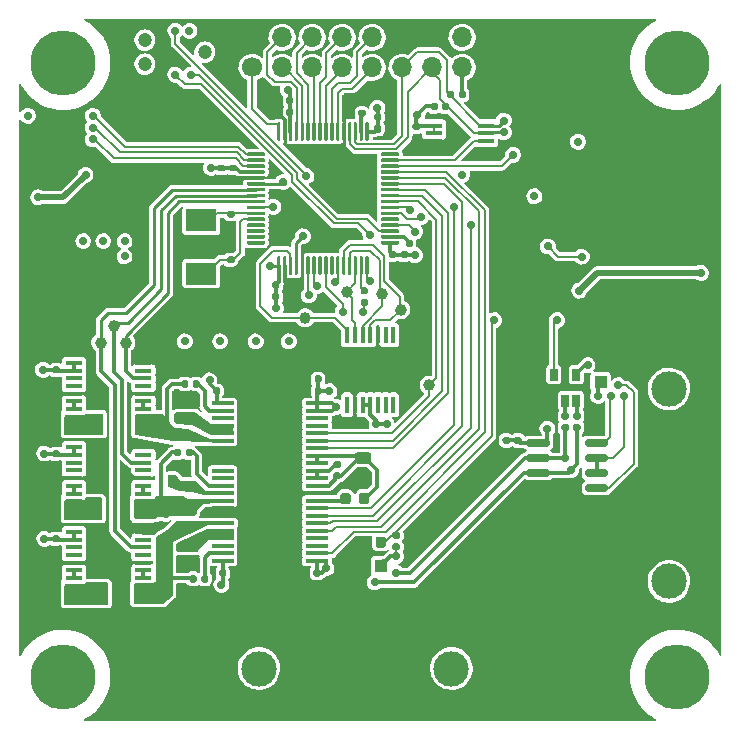
<source format=gbl>
G04 #@! TF.GenerationSoftware,KiCad,Pcbnew,5.99.0-unknown-dd374e12a~102~ubuntu20.04.1*
G04 #@! TF.CreationDate,2020-12-04T17:09:39-08:00*
G04 #@! TF.ProjectId,BLDC,424c4443-2e6b-4696-9361-645f70636258,rev?*
G04 #@! TF.SameCoordinates,Original*
G04 #@! TF.FileFunction,Copper,L4,Bot*
G04 #@! TF.FilePolarity,Positive*
%FSLAX46Y46*%
G04 Gerber Fmt 4.6, Leading zero omitted, Abs format (unit mm)*
G04 Created by KiCad (PCBNEW 5.99.0-unknown-dd374e12a~102~ubuntu20.04.1) date 2020-12-04 17:09:39*
%MOMM*%
%LPD*%
G01*
G04 APERTURE LIST*
G04 #@! TA.AperFunction,ComponentPad*
%ADD10C,5.500000*%
G04 #@! TD*
G04 #@! TA.AperFunction,SMDPad,CuDef*
%ADD11R,0.650000X1.060000*%
G04 #@! TD*
G04 #@! TA.AperFunction,SMDPad,CuDef*
%ADD12R,1.450000X0.450000*%
G04 #@! TD*
G04 #@! TA.AperFunction,SMDPad,CuDef*
%ADD13R,4.300000X8.300000*%
G04 #@! TD*
G04 #@! TA.AperFunction,SMDPad,CuDef*
%ADD14R,1.900000X0.300000*%
G04 #@! TD*
G04 #@! TA.AperFunction,SMDPad,CuDef*
%ADD15R,2.600000X1.900000*%
G04 #@! TD*
G04 #@! TA.AperFunction,SMDPad,CuDef*
%ADD16R,0.450000X1.450000*%
G04 #@! TD*
G04 #@! TA.AperFunction,ComponentPad*
%ADD17C,3.000000*%
G04 #@! TD*
G04 #@! TA.AperFunction,ComponentPad*
%ADD18C,1.200000*%
G04 #@! TD*
G04 #@! TA.AperFunction,SMDPad,CuDef*
%ADD19C,1.000000*%
G04 #@! TD*
G04 #@! TA.AperFunction,SMDPad,CuDef*
%ADD20R,1.100000X1.100000*%
G04 #@! TD*
G04 #@! TA.AperFunction,ComponentPad*
%ADD21O,1.700000X1.700000*%
G04 #@! TD*
G04 #@! TA.AperFunction,ComponentPad*
%ADD22C,1.700000*%
G04 #@! TD*
G04 #@! TA.AperFunction,ComponentPad*
%ADD23C,0.800000*%
G04 #@! TD*
G04 #@! TA.AperFunction,ViaPad*
%ADD24C,0.740000*%
G04 #@! TD*
G04 #@! TA.AperFunction,ViaPad*
%ADD25C,0.736700*%
G04 #@! TD*
G04 #@! TA.AperFunction,Conductor*
%ADD26C,0.300000*%
G04 #@! TD*
G04 #@! TA.AperFunction,Conductor*
%ADD27C,0.177800*%
G04 #@! TD*
G04 #@! TA.AperFunction,Conductor*
%ADD28C,0.500000*%
G04 #@! TD*
G04 #@! TA.AperFunction,Conductor*
%ADD29C,0.250000*%
G04 #@! TD*
G04 #@! TA.AperFunction,Conductor*
%ADD30C,0.400000*%
G04 #@! TD*
G04 APERTURE END LIST*
G04 #@! TA.AperFunction,SMDPad,CuDef*
G36*
G01*
X140600000Y-96875000D02*
X140600000Y-95475000D01*
G75*
G02*
X140675000Y-95400000I75000J0D01*
G01*
X140825000Y-95400000D01*
G75*
G02*
X140900000Y-95475000I0J-75000D01*
G01*
X140900000Y-96875000D01*
G75*
G02*
X140825000Y-96950000I-75000J0D01*
G01*
X140675000Y-96950000D01*
G75*
G02*
X140600000Y-96875000I0J75000D01*
G01*
G37*
G04 #@! TD.AperFunction*
G04 #@! TA.AperFunction,SMDPad,CuDef*
G36*
G01*
X141100000Y-96875000D02*
X141100000Y-95475000D01*
G75*
G02*
X141175000Y-95400000I75000J0D01*
G01*
X141325000Y-95400000D01*
G75*
G02*
X141400000Y-95475000I0J-75000D01*
G01*
X141400000Y-96875000D01*
G75*
G02*
X141325000Y-96950000I-75000J0D01*
G01*
X141175000Y-96950000D01*
G75*
G02*
X141100000Y-96875000I0J75000D01*
G01*
G37*
G04 #@! TD.AperFunction*
G04 #@! TA.AperFunction,SMDPad,CuDef*
G36*
G01*
X141600000Y-96875000D02*
X141600000Y-95475000D01*
G75*
G02*
X141675000Y-95400000I75000J0D01*
G01*
X141825000Y-95400000D01*
G75*
G02*
X141900000Y-95475000I0J-75000D01*
G01*
X141900000Y-96875000D01*
G75*
G02*
X141825000Y-96950000I-75000J0D01*
G01*
X141675000Y-96950000D01*
G75*
G02*
X141600000Y-96875000I0J75000D01*
G01*
G37*
G04 #@! TD.AperFunction*
G04 #@! TA.AperFunction,SMDPad,CuDef*
G36*
G01*
X142100000Y-96875000D02*
X142100000Y-95475000D01*
G75*
G02*
X142175000Y-95400000I75000J0D01*
G01*
X142325000Y-95400000D01*
G75*
G02*
X142400000Y-95475000I0J-75000D01*
G01*
X142400000Y-96875000D01*
G75*
G02*
X142325000Y-96950000I-75000J0D01*
G01*
X142175000Y-96950000D01*
G75*
G02*
X142100000Y-96875000I0J75000D01*
G01*
G37*
G04 #@! TD.AperFunction*
G04 #@! TA.AperFunction,SMDPad,CuDef*
G36*
G01*
X142600000Y-96875000D02*
X142600000Y-95475000D01*
G75*
G02*
X142675000Y-95400000I75000J0D01*
G01*
X142825000Y-95400000D01*
G75*
G02*
X142900000Y-95475000I0J-75000D01*
G01*
X142900000Y-96875000D01*
G75*
G02*
X142825000Y-96950000I-75000J0D01*
G01*
X142675000Y-96950000D01*
G75*
G02*
X142600000Y-96875000I0J75000D01*
G01*
G37*
G04 #@! TD.AperFunction*
G04 #@! TA.AperFunction,SMDPad,CuDef*
G36*
G01*
X143100000Y-96875000D02*
X143100000Y-95475000D01*
G75*
G02*
X143175000Y-95400000I75000J0D01*
G01*
X143325000Y-95400000D01*
G75*
G02*
X143400000Y-95475000I0J-75000D01*
G01*
X143400000Y-96875000D01*
G75*
G02*
X143325000Y-96950000I-75000J0D01*
G01*
X143175000Y-96950000D01*
G75*
G02*
X143100000Y-96875000I0J75000D01*
G01*
G37*
G04 #@! TD.AperFunction*
G04 #@! TA.AperFunction,SMDPad,CuDef*
G36*
G01*
X143600000Y-96875000D02*
X143600000Y-95475000D01*
G75*
G02*
X143675000Y-95400000I75000J0D01*
G01*
X143825000Y-95400000D01*
G75*
G02*
X143900000Y-95475000I0J-75000D01*
G01*
X143900000Y-96875000D01*
G75*
G02*
X143825000Y-96950000I-75000J0D01*
G01*
X143675000Y-96950000D01*
G75*
G02*
X143600000Y-96875000I0J75000D01*
G01*
G37*
G04 #@! TD.AperFunction*
G04 #@! TA.AperFunction,SMDPad,CuDef*
G36*
G01*
X144100000Y-96875000D02*
X144100000Y-95475000D01*
G75*
G02*
X144175000Y-95400000I75000J0D01*
G01*
X144325000Y-95400000D01*
G75*
G02*
X144400000Y-95475000I0J-75000D01*
G01*
X144400000Y-96875000D01*
G75*
G02*
X144325000Y-96950000I-75000J0D01*
G01*
X144175000Y-96950000D01*
G75*
G02*
X144100000Y-96875000I0J75000D01*
G01*
G37*
G04 #@! TD.AperFunction*
G04 #@! TA.AperFunction,SMDPad,CuDef*
G36*
G01*
X144600000Y-96875000D02*
X144600000Y-95475000D01*
G75*
G02*
X144675000Y-95400000I75000J0D01*
G01*
X144825000Y-95400000D01*
G75*
G02*
X144900000Y-95475000I0J-75000D01*
G01*
X144900000Y-96875000D01*
G75*
G02*
X144825000Y-96950000I-75000J0D01*
G01*
X144675000Y-96950000D01*
G75*
G02*
X144600000Y-96875000I0J75000D01*
G01*
G37*
G04 #@! TD.AperFunction*
G04 #@! TA.AperFunction,SMDPad,CuDef*
G36*
G01*
X145100000Y-96875000D02*
X145100000Y-95475000D01*
G75*
G02*
X145175000Y-95400000I75000J0D01*
G01*
X145325000Y-95400000D01*
G75*
G02*
X145400000Y-95475000I0J-75000D01*
G01*
X145400000Y-96875000D01*
G75*
G02*
X145325000Y-96950000I-75000J0D01*
G01*
X145175000Y-96950000D01*
G75*
G02*
X145100000Y-96875000I0J75000D01*
G01*
G37*
G04 #@! TD.AperFunction*
G04 #@! TA.AperFunction,SMDPad,CuDef*
G36*
G01*
X145600000Y-96875000D02*
X145600000Y-95475000D01*
G75*
G02*
X145675000Y-95400000I75000J0D01*
G01*
X145825000Y-95400000D01*
G75*
G02*
X145900000Y-95475000I0J-75000D01*
G01*
X145900000Y-96875000D01*
G75*
G02*
X145825000Y-96950000I-75000J0D01*
G01*
X145675000Y-96950000D01*
G75*
G02*
X145600000Y-96875000I0J75000D01*
G01*
G37*
G04 #@! TD.AperFunction*
G04 #@! TA.AperFunction,SMDPad,CuDef*
G36*
G01*
X146100000Y-96875000D02*
X146100000Y-95475000D01*
G75*
G02*
X146175000Y-95400000I75000J0D01*
G01*
X146325000Y-95400000D01*
G75*
G02*
X146400000Y-95475000I0J-75000D01*
G01*
X146400000Y-96875000D01*
G75*
G02*
X146325000Y-96950000I-75000J0D01*
G01*
X146175000Y-96950000D01*
G75*
G02*
X146100000Y-96875000I0J75000D01*
G01*
G37*
G04 #@! TD.AperFunction*
G04 #@! TA.AperFunction,SMDPad,CuDef*
G36*
G01*
X146600000Y-96875000D02*
X146600000Y-95475000D01*
G75*
G02*
X146675000Y-95400000I75000J0D01*
G01*
X146825000Y-95400000D01*
G75*
G02*
X146900000Y-95475000I0J-75000D01*
G01*
X146900000Y-96875000D01*
G75*
G02*
X146825000Y-96950000I-75000J0D01*
G01*
X146675000Y-96950000D01*
G75*
G02*
X146600000Y-96875000I0J75000D01*
G01*
G37*
G04 #@! TD.AperFunction*
G04 #@! TA.AperFunction,SMDPad,CuDef*
G36*
G01*
X147100000Y-96875000D02*
X147100000Y-95475000D01*
G75*
G02*
X147175000Y-95400000I75000J0D01*
G01*
X147325000Y-95400000D01*
G75*
G02*
X147400000Y-95475000I0J-75000D01*
G01*
X147400000Y-96875000D01*
G75*
G02*
X147325000Y-96950000I-75000J0D01*
G01*
X147175000Y-96950000D01*
G75*
G02*
X147100000Y-96875000I0J75000D01*
G01*
G37*
G04 #@! TD.AperFunction*
G04 #@! TA.AperFunction,SMDPad,CuDef*
G36*
G01*
X147600000Y-96875000D02*
X147600000Y-95475000D01*
G75*
G02*
X147675000Y-95400000I75000J0D01*
G01*
X147825000Y-95400000D01*
G75*
G02*
X147900000Y-95475000I0J-75000D01*
G01*
X147900000Y-96875000D01*
G75*
G02*
X147825000Y-96950000I-75000J0D01*
G01*
X147675000Y-96950000D01*
G75*
G02*
X147600000Y-96875000I0J75000D01*
G01*
G37*
G04 #@! TD.AperFunction*
G04 #@! TA.AperFunction,SMDPad,CuDef*
G36*
G01*
X148100000Y-96875000D02*
X148100000Y-95475000D01*
G75*
G02*
X148175000Y-95400000I75000J0D01*
G01*
X148325000Y-95400000D01*
G75*
G02*
X148400000Y-95475000I0J-75000D01*
G01*
X148400000Y-96875000D01*
G75*
G02*
X148325000Y-96950000I-75000J0D01*
G01*
X148175000Y-96950000D01*
G75*
G02*
X148100000Y-96875000I0J75000D01*
G01*
G37*
G04 #@! TD.AperFunction*
G04 #@! TA.AperFunction,SMDPad,CuDef*
G36*
G01*
X149400000Y-94325000D02*
X149400000Y-94175000D01*
G75*
G02*
X149475000Y-94100000I75000J0D01*
G01*
X150875000Y-94100000D01*
G75*
G02*
X150950000Y-94175000I0J-75000D01*
G01*
X150950000Y-94325000D01*
G75*
G02*
X150875000Y-94400000I-75000J0D01*
G01*
X149475000Y-94400000D01*
G75*
G02*
X149400000Y-94325000I0J75000D01*
G01*
G37*
G04 #@! TD.AperFunction*
G04 #@! TA.AperFunction,SMDPad,CuDef*
G36*
G01*
X149400000Y-93825000D02*
X149400000Y-93675000D01*
G75*
G02*
X149475000Y-93600000I75000J0D01*
G01*
X150875000Y-93600000D01*
G75*
G02*
X150950000Y-93675000I0J-75000D01*
G01*
X150950000Y-93825000D01*
G75*
G02*
X150875000Y-93900000I-75000J0D01*
G01*
X149475000Y-93900000D01*
G75*
G02*
X149400000Y-93825000I0J75000D01*
G01*
G37*
G04 #@! TD.AperFunction*
G04 #@! TA.AperFunction,SMDPad,CuDef*
G36*
G01*
X149400000Y-93325000D02*
X149400000Y-93175000D01*
G75*
G02*
X149475000Y-93100000I75000J0D01*
G01*
X150875000Y-93100000D01*
G75*
G02*
X150950000Y-93175000I0J-75000D01*
G01*
X150950000Y-93325000D01*
G75*
G02*
X150875000Y-93400000I-75000J0D01*
G01*
X149475000Y-93400000D01*
G75*
G02*
X149400000Y-93325000I0J75000D01*
G01*
G37*
G04 #@! TD.AperFunction*
G04 #@! TA.AperFunction,SMDPad,CuDef*
G36*
G01*
X149400000Y-92825000D02*
X149400000Y-92675000D01*
G75*
G02*
X149475000Y-92600000I75000J0D01*
G01*
X150875000Y-92600000D01*
G75*
G02*
X150950000Y-92675000I0J-75000D01*
G01*
X150950000Y-92825000D01*
G75*
G02*
X150875000Y-92900000I-75000J0D01*
G01*
X149475000Y-92900000D01*
G75*
G02*
X149400000Y-92825000I0J75000D01*
G01*
G37*
G04 #@! TD.AperFunction*
G04 #@! TA.AperFunction,SMDPad,CuDef*
G36*
G01*
X149400000Y-92325000D02*
X149400000Y-92175000D01*
G75*
G02*
X149475000Y-92100000I75000J0D01*
G01*
X150875000Y-92100000D01*
G75*
G02*
X150950000Y-92175000I0J-75000D01*
G01*
X150950000Y-92325000D01*
G75*
G02*
X150875000Y-92400000I-75000J0D01*
G01*
X149475000Y-92400000D01*
G75*
G02*
X149400000Y-92325000I0J75000D01*
G01*
G37*
G04 #@! TD.AperFunction*
G04 #@! TA.AperFunction,SMDPad,CuDef*
G36*
G01*
X149400000Y-91825000D02*
X149400000Y-91675000D01*
G75*
G02*
X149475000Y-91600000I75000J0D01*
G01*
X150875000Y-91600000D01*
G75*
G02*
X150950000Y-91675000I0J-75000D01*
G01*
X150950000Y-91825000D01*
G75*
G02*
X150875000Y-91900000I-75000J0D01*
G01*
X149475000Y-91900000D01*
G75*
G02*
X149400000Y-91825000I0J75000D01*
G01*
G37*
G04 #@! TD.AperFunction*
G04 #@! TA.AperFunction,SMDPad,CuDef*
G36*
G01*
X149400000Y-91325000D02*
X149400000Y-91175000D01*
G75*
G02*
X149475000Y-91100000I75000J0D01*
G01*
X150875000Y-91100000D01*
G75*
G02*
X150950000Y-91175000I0J-75000D01*
G01*
X150950000Y-91325000D01*
G75*
G02*
X150875000Y-91400000I-75000J0D01*
G01*
X149475000Y-91400000D01*
G75*
G02*
X149400000Y-91325000I0J75000D01*
G01*
G37*
G04 #@! TD.AperFunction*
G04 #@! TA.AperFunction,SMDPad,CuDef*
G36*
G01*
X149400000Y-90825000D02*
X149400000Y-90675000D01*
G75*
G02*
X149475000Y-90600000I75000J0D01*
G01*
X150875000Y-90600000D01*
G75*
G02*
X150950000Y-90675000I0J-75000D01*
G01*
X150950000Y-90825000D01*
G75*
G02*
X150875000Y-90900000I-75000J0D01*
G01*
X149475000Y-90900000D01*
G75*
G02*
X149400000Y-90825000I0J75000D01*
G01*
G37*
G04 #@! TD.AperFunction*
G04 #@! TA.AperFunction,SMDPad,CuDef*
G36*
G01*
X149400000Y-90325000D02*
X149400000Y-90175000D01*
G75*
G02*
X149475000Y-90100000I75000J0D01*
G01*
X150875000Y-90100000D01*
G75*
G02*
X150950000Y-90175000I0J-75000D01*
G01*
X150950000Y-90325000D01*
G75*
G02*
X150875000Y-90400000I-75000J0D01*
G01*
X149475000Y-90400000D01*
G75*
G02*
X149400000Y-90325000I0J75000D01*
G01*
G37*
G04 #@! TD.AperFunction*
G04 #@! TA.AperFunction,SMDPad,CuDef*
G36*
G01*
X149400000Y-89825000D02*
X149400000Y-89675000D01*
G75*
G02*
X149475000Y-89600000I75000J0D01*
G01*
X150875000Y-89600000D01*
G75*
G02*
X150950000Y-89675000I0J-75000D01*
G01*
X150950000Y-89825000D01*
G75*
G02*
X150875000Y-89900000I-75000J0D01*
G01*
X149475000Y-89900000D01*
G75*
G02*
X149400000Y-89825000I0J75000D01*
G01*
G37*
G04 #@! TD.AperFunction*
G04 #@! TA.AperFunction,SMDPad,CuDef*
G36*
G01*
X149400000Y-89325000D02*
X149400000Y-89175000D01*
G75*
G02*
X149475000Y-89100000I75000J0D01*
G01*
X150875000Y-89100000D01*
G75*
G02*
X150950000Y-89175000I0J-75000D01*
G01*
X150950000Y-89325000D01*
G75*
G02*
X150875000Y-89400000I-75000J0D01*
G01*
X149475000Y-89400000D01*
G75*
G02*
X149400000Y-89325000I0J75000D01*
G01*
G37*
G04 #@! TD.AperFunction*
G04 #@! TA.AperFunction,SMDPad,CuDef*
G36*
G01*
X149400000Y-88825000D02*
X149400000Y-88675000D01*
G75*
G02*
X149475000Y-88600000I75000J0D01*
G01*
X150875000Y-88600000D01*
G75*
G02*
X150950000Y-88675000I0J-75000D01*
G01*
X150950000Y-88825000D01*
G75*
G02*
X150875000Y-88900000I-75000J0D01*
G01*
X149475000Y-88900000D01*
G75*
G02*
X149400000Y-88825000I0J75000D01*
G01*
G37*
G04 #@! TD.AperFunction*
G04 #@! TA.AperFunction,SMDPad,CuDef*
G36*
G01*
X149400000Y-88325000D02*
X149400000Y-88175000D01*
G75*
G02*
X149475000Y-88100000I75000J0D01*
G01*
X150875000Y-88100000D01*
G75*
G02*
X150950000Y-88175000I0J-75000D01*
G01*
X150950000Y-88325000D01*
G75*
G02*
X150875000Y-88400000I-75000J0D01*
G01*
X149475000Y-88400000D01*
G75*
G02*
X149400000Y-88325000I0J75000D01*
G01*
G37*
G04 #@! TD.AperFunction*
G04 #@! TA.AperFunction,SMDPad,CuDef*
G36*
G01*
X149400000Y-87825000D02*
X149400000Y-87675000D01*
G75*
G02*
X149475000Y-87600000I75000J0D01*
G01*
X150875000Y-87600000D01*
G75*
G02*
X150950000Y-87675000I0J-75000D01*
G01*
X150950000Y-87825000D01*
G75*
G02*
X150875000Y-87900000I-75000J0D01*
G01*
X149475000Y-87900000D01*
G75*
G02*
X149400000Y-87825000I0J75000D01*
G01*
G37*
G04 #@! TD.AperFunction*
G04 #@! TA.AperFunction,SMDPad,CuDef*
G36*
G01*
X149400000Y-87325000D02*
X149400000Y-87175000D01*
G75*
G02*
X149475000Y-87100000I75000J0D01*
G01*
X150875000Y-87100000D01*
G75*
G02*
X150950000Y-87175000I0J-75000D01*
G01*
X150950000Y-87325000D01*
G75*
G02*
X150875000Y-87400000I-75000J0D01*
G01*
X149475000Y-87400000D01*
G75*
G02*
X149400000Y-87325000I0J75000D01*
G01*
G37*
G04 #@! TD.AperFunction*
G04 #@! TA.AperFunction,SMDPad,CuDef*
G36*
G01*
X149400000Y-86825000D02*
X149400000Y-86675000D01*
G75*
G02*
X149475000Y-86600000I75000J0D01*
G01*
X150875000Y-86600000D01*
G75*
G02*
X150950000Y-86675000I0J-75000D01*
G01*
X150950000Y-86825000D01*
G75*
G02*
X150875000Y-86900000I-75000J0D01*
G01*
X149475000Y-86900000D01*
G75*
G02*
X149400000Y-86825000I0J75000D01*
G01*
G37*
G04 #@! TD.AperFunction*
G04 #@! TA.AperFunction,SMDPad,CuDef*
G36*
G01*
X148100000Y-85525000D02*
X148100000Y-84125000D01*
G75*
G02*
X148175000Y-84050000I75000J0D01*
G01*
X148325000Y-84050000D01*
G75*
G02*
X148400000Y-84125000I0J-75000D01*
G01*
X148400000Y-85525000D01*
G75*
G02*
X148325000Y-85600000I-75000J0D01*
G01*
X148175000Y-85600000D01*
G75*
G02*
X148100000Y-85525000I0J75000D01*
G01*
G37*
G04 #@! TD.AperFunction*
G04 #@! TA.AperFunction,SMDPad,CuDef*
G36*
G01*
X147600000Y-85525000D02*
X147600000Y-84125000D01*
G75*
G02*
X147675000Y-84050000I75000J0D01*
G01*
X147825000Y-84050000D01*
G75*
G02*
X147900000Y-84125000I0J-75000D01*
G01*
X147900000Y-85525000D01*
G75*
G02*
X147825000Y-85600000I-75000J0D01*
G01*
X147675000Y-85600000D01*
G75*
G02*
X147600000Y-85525000I0J75000D01*
G01*
G37*
G04 #@! TD.AperFunction*
G04 #@! TA.AperFunction,SMDPad,CuDef*
G36*
G01*
X147100000Y-85525000D02*
X147100000Y-84125000D01*
G75*
G02*
X147175000Y-84050000I75000J0D01*
G01*
X147325000Y-84050000D01*
G75*
G02*
X147400000Y-84125000I0J-75000D01*
G01*
X147400000Y-85525000D01*
G75*
G02*
X147325000Y-85600000I-75000J0D01*
G01*
X147175000Y-85600000D01*
G75*
G02*
X147100000Y-85525000I0J75000D01*
G01*
G37*
G04 #@! TD.AperFunction*
G04 #@! TA.AperFunction,SMDPad,CuDef*
G36*
G01*
X146600000Y-85525000D02*
X146600000Y-84125000D01*
G75*
G02*
X146675000Y-84050000I75000J0D01*
G01*
X146825000Y-84050000D01*
G75*
G02*
X146900000Y-84125000I0J-75000D01*
G01*
X146900000Y-85525000D01*
G75*
G02*
X146825000Y-85600000I-75000J0D01*
G01*
X146675000Y-85600000D01*
G75*
G02*
X146600000Y-85525000I0J75000D01*
G01*
G37*
G04 #@! TD.AperFunction*
G04 #@! TA.AperFunction,SMDPad,CuDef*
G36*
G01*
X146100000Y-85525000D02*
X146100000Y-84125000D01*
G75*
G02*
X146175000Y-84050000I75000J0D01*
G01*
X146325000Y-84050000D01*
G75*
G02*
X146400000Y-84125000I0J-75000D01*
G01*
X146400000Y-85525000D01*
G75*
G02*
X146325000Y-85600000I-75000J0D01*
G01*
X146175000Y-85600000D01*
G75*
G02*
X146100000Y-85525000I0J75000D01*
G01*
G37*
G04 #@! TD.AperFunction*
G04 #@! TA.AperFunction,SMDPad,CuDef*
G36*
G01*
X145600000Y-85525000D02*
X145600000Y-84125000D01*
G75*
G02*
X145675000Y-84050000I75000J0D01*
G01*
X145825000Y-84050000D01*
G75*
G02*
X145900000Y-84125000I0J-75000D01*
G01*
X145900000Y-85525000D01*
G75*
G02*
X145825000Y-85600000I-75000J0D01*
G01*
X145675000Y-85600000D01*
G75*
G02*
X145600000Y-85525000I0J75000D01*
G01*
G37*
G04 #@! TD.AperFunction*
G04 #@! TA.AperFunction,SMDPad,CuDef*
G36*
G01*
X145100000Y-85525000D02*
X145100000Y-84125000D01*
G75*
G02*
X145175000Y-84050000I75000J0D01*
G01*
X145325000Y-84050000D01*
G75*
G02*
X145400000Y-84125000I0J-75000D01*
G01*
X145400000Y-85525000D01*
G75*
G02*
X145325000Y-85600000I-75000J0D01*
G01*
X145175000Y-85600000D01*
G75*
G02*
X145100000Y-85525000I0J75000D01*
G01*
G37*
G04 #@! TD.AperFunction*
G04 #@! TA.AperFunction,SMDPad,CuDef*
G36*
G01*
X144600000Y-85525000D02*
X144600000Y-84125000D01*
G75*
G02*
X144675000Y-84050000I75000J0D01*
G01*
X144825000Y-84050000D01*
G75*
G02*
X144900000Y-84125000I0J-75000D01*
G01*
X144900000Y-85525000D01*
G75*
G02*
X144825000Y-85600000I-75000J0D01*
G01*
X144675000Y-85600000D01*
G75*
G02*
X144600000Y-85525000I0J75000D01*
G01*
G37*
G04 #@! TD.AperFunction*
G04 #@! TA.AperFunction,SMDPad,CuDef*
G36*
G01*
X144100000Y-85525000D02*
X144100000Y-84125000D01*
G75*
G02*
X144175000Y-84050000I75000J0D01*
G01*
X144325000Y-84050000D01*
G75*
G02*
X144400000Y-84125000I0J-75000D01*
G01*
X144400000Y-85525000D01*
G75*
G02*
X144325000Y-85600000I-75000J0D01*
G01*
X144175000Y-85600000D01*
G75*
G02*
X144100000Y-85525000I0J75000D01*
G01*
G37*
G04 #@! TD.AperFunction*
G04 #@! TA.AperFunction,SMDPad,CuDef*
G36*
G01*
X143600000Y-85525000D02*
X143600000Y-84125000D01*
G75*
G02*
X143675000Y-84050000I75000J0D01*
G01*
X143825000Y-84050000D01*
G75*
G02*
X143900000Y-84125000I0J-75000D01*
G01*
X143900000Y-85525000D01*
G75*
G02*
X143825000Y-85600000I-75000J0D01*
G01*
X143675000Y-85600000D01*
G75*
G02*
X143600000Y-85525000I0J75000D01*
G01*
G37*
G04 #@! TD.AperFunction*
G04 #@! TA.AperFunction,SMDPad,CuDef*
G36*
G01*
X143100000Y-85525000D02*
X143100000Y-84125000D01*
G75*
G02*
X143175000Y-84050000I75000J0D01*
G01*
X143325000Y-84050000D01*
G75*
G02*
X143400000Y-84125000I0J-75000D01*
G01*
X143400000Y-85525000D01*
G75*
G02*
X143325000Y-85600000I-75000J0D01*
G01*
X143175000Y-85600000D01*
G75*
G02*
X143100000Y-85525000I0J75000D01*
G01*
G37*
G04 #@! TD.AperFunction*
G04 #@! TA.AperFunction,SMDPad,CuDef*
G36*
G01*
X142600000Y-85525000D02*
X142600000Y-84125000D01*
G75*
G02*
X142675000Y-84050000I75000J0D01*
G01*
X142825000Y-84050000D01*
G75*
G02*
X142900000Y-84125000I0J-75000D01*
G01*
X142900000Y-85525000D01*
G75*
G02*
X142825000Y-85600000I-75000J0D01*
G01*
X142675000Y-85600000D01*
G75*
G02*
X142600000Y-85525000I0J75000D01*
G01*
G37*
G04 #@! TD.AperFunction*
G04 #@! TA.AperFunction,SMDPad,CuDef*
G36*
G01*
X142100000Y-85525000D02*
X142100000Y-84125000D01*
G75*
G02*
X142175000Y-84050000I75000J0D01*
G01*
X142325000Y-84050000D01*
G75*
G02*
X142400000Y-84125000I0J-75000D01*
G01*
X142400000Y-85525000D01*
G75*
G02*
X142325000Y-85600000I-75000J0D01*
G01*
X142175000Y-85600000D01*
G75*
G02*
X142100000Y-85525000I0J75000D01*
G01*
G37*
G04 #@! TD.AperFunction*
G04 #@! TA.AperFunction,SMDPad,CuDef*
G36*
G01*
X141600000Y-85525000D02*
X141600000Y-84125000D01*
G75*
G02*
X141675000Y-84050000I75000J0D01*
G01*
X141825000Y-84050000D01*
G75*
G02*
X141900000Y-84125000I0J-75000D01*
G01*
X141900000Y-85525000D01*
G75*
G02*
X141825000Y-85600000I-75000J0D01*
G01*
X141675000Y-85600000D01*
G75*
G02*
X141600000Y-85525000I0J75000D01*
G01*
G37*
G04 #@! TD.AperFunction*
G04 #@! TA.AperFunction,SMDPad,CuDef*
G36*
G01*
X141100000Y-85525000D02*
X141100000Y-84125000D01*
G75*
G02*
X141175000Y-84050000I75000J0D01*
G01*
X141325000Y-84050000D01*
G75*
G02*
X141400000Y-84125000I0J-75000D01*
G01*
X141400000Y-85525000D01*
G75*
G02*
X141325000Y-85600000I-75000J0D01*
G01*
X141175000Y-85600000D01*
G75*
G02*
X141100000Y-85525000I0J75000D01*
G01*
G37*
G04 #@! TD.AperFunction*
G04 #@! TA.AperFunction,SMDPad,CuDef*
G36*
G01*
X140600000Y-85525000D02*
X140600000Y-84125000D01*
G75*
G02*
X140675000Y-84050000I75000J0D01*
G01*
X140825000Y-84050000D01*
G75*
G02*
X140900000Y-84125000I0J-75000D01*
G01*
X140900000Y-85525000D01*
G75*
G02*
X140825000Y-85600000I-75000J0D01*
G01*
X140675000Y-85600000D01*
G75*
G02*
X140600000Y-85525000I0J75000D01*
G01*
G37*
G04 #@! TD.AperFunction*
G04 #@! TA.AperFunction,SMDPad,CuDef*
G36*
G01*
X138050000Y-86825000D02*
X138050000Y-86675000D01*
G75*
G02*
X138125000Y-86600000I75000J0D01*
G01*
X139525000Y-86600000D01*
G75*
G02*
X139600000Y-86675000I0J-75000D01*
G01*
X139600000Y-86825000D01*
G75*
G02*
X139525000Y-86900000I-75000J0D01*
G01*
X138125000Y-86900000D01*
G75*
G02*
X138050000Y-86825000I0J75000D01*
G01*
G37*
G04 #@! TD.AperFunction*
G04 #@! TA.AperFunction,SMDPad,CuDef*
G36*
G01*
X138050000Y-87325000D02*
X138050000Y-87175000D01*
G75*
G02*
X138125000Y-87100000I75000J0D01*
G01*
X139525000Y-87100000D01*
G75*
G02*
X139600000Y-87175000I0J-75000D01*
G01*
X139600000Y-87325000D01*
G75*
G02*
X139525000Y-87400000I-75000J0D01*
G01*
X138125000Y-87400000D01*
G75*
G02*
X138050000Y-87325000I0J75000D01*
G01*
G37*
G04 #@! TD.AperFunction*
G04 #@! TA.AperFunction,SMDPad,CuDef*
G36*
G01*
X138050000Y-87825000D02*
X138050000Y-87675000D01*
G75*
G02*
X138125000Y-87600000I75000J0D01*
G01*
X139525000Y-87600000D01*
G75*
G02*
X139600000Y-87675000I0J-75000D01*
G01*
X139600000Y-87825000D01*
G75*
G02*
X139525000Y-87900000I-75000J0D01*
G01*
X138125000Y-87900000D01*
G75*
G02*
X138050000Y-87825000I0J75000D01*
G01*
G37*
G04 #@! TD.AperFunction*
G04 #@! TA.AperFunction,SMDPad,CuDef*
G36*
G01*
X138050000Y-88325000D02*
X138050000Y-88175000D01*
G75*
G02*
X138125000Y-88100000I75000J0D01*
G01*
X139525000Y-88100000D01*
G75*
G02*
X139600000Y-88175000I0J-75000D01*
G01*
X139600000Y-88325000D01*
G75*
G02*
X139525000Y-88400000I-75000J0D01*
G01*
X138125000Y-88400000D01*
G75*
G02*
X138050000Y-88325000I0J75000D01*
G01*
G37*
G04 #@! TD.AperFunction*
G04 #@! TA.AperFunction,SMDPad,CuDef*
G36*
G01*
X138050000Y-88825000D02*
X138050000Y-88675000D01*
G75*
G02*
X138125000Y-88600000I75000J0D01*
G01*
X139525000Y-88600000D01*
G75*
G02*
X139600000Y-88675000I0J-75000D01*
G01*
X139600000Y-88825000D01*
G75*
G02*
X139525000Y-88900000I-75000J0D01*
G01*
X138125000Y-88900000D01*
G75*
G02*
X138050000Y-88825000I0J75000D01*
G01*
G37*
G04 #@! TD.AperFunction*
G04 #@! TA.AperFunction,SMDPad,CuDef*
G36*
G01*
X138050000Y-89325000D02*
X138050000Y-89175000D01*
G75*
G02*
X138125000Y-89100000I75000J0D01*
G01*
X139525000Y-89100000D01*
G75*
G02*
X139600000Y-89175000I0J-75000D01*
G01*
X139600000Y-89325000D01*
G75*
G02*
X139525000Y-89400000I-75000J0D01*
G01*
X138125000Y-89400000D01*
G75*
G02*
X138050000Y-89325000I0J75000D01*
G01*
G37*
G04 #@! TD.AperFunction*
G04 #@! TA.AperFunction,SMDPad,CuDef*
G36*
G01*
X138050000Y-89825000D02*
X138050000Y-89675000D01*
G75*
G02*
X138125000Y-89600000I75000J0D01*
G01*
X139525000Y-89600000D01*
G75*
G02*
X139600000Y-89675000I0J-75000D01*
G01*
X139600000Y-89825000D01*
G75*
G02*
X139525000Y-89900000I-75000J0D01*
G01*
X138125000Y-89900000D01*
G75*
G02*
X138050000Y-89825000I0J75000D01*
G01*
G37*
G04 #@! TD.AperFunction*
G04 #@! TA.AperFunction,SMDPad,CuDef*
G36*
G01*
X138050000Y-90325000D02*
X138050000Y-90175000D01*
G75*
G02*
X138125000Y-90100000I75000J0D01*
G01*
X139525000Y-90100000D01*
G75*
G02*
X139600000Y-90175000I0J-75000D01*
G01*
X139600000Y-90325000D01*
G75*
G02*
X139525000Y-90400000I-75000J0D01*
G01*
X138125000Y-90400000D01*
G75*
G02*
X138050000Y-90325000I0J75000D01*
G01*
G37*
G04 #@! TD.AperFunction*
G04 #@! TA.AperFunction,SMDPad,CuDef*
G36*
G01*
X138050000Y-90825000D02*
X138050000Y-90675000D01*
G75*
G02*
X138125000Y-90600000I75000J0D01*
G01*
X139525000Y-90600000D01*
G75*
G02*
X139600000Y-90675000I0J-75000D01*
G01*
X139600000Y-90825000D01*
G75*
G02*
X139525000Y-90900000I-75000J0D01*
G01*
X138125000Y-90900000D01*
G75*
G02*
X138050000Y-90825000I0J75000D01*
G01*
G37*
G04 #@! TD.AperFunction*
G04 #@! TA.AperFunction,SMDPad,CuDef*
G36*
G01*
X138050000Y-91325000D02*
X138050000Y-91175000D01*
G75*
G02*
X138125000Y-91100000I75000J0D01*
G01*
X139525000Y-91100000D01*
G75*
G02*
X139600000Y-91175000I0J-75000D01*
G01*
X139600000Y-91325000D01*
G75*
G02*
X139525000Y-91400000I-75000J0D01*
G01*
X138125000Y-91400000D01*
G75*
G02*
X138050000Y-91325000I0J75000D01*
G01*
G37*
G04 #@! TD.AperFunction*
G04 #@! TA.AperFunction,SMDPad,CuDef*
G36*
G01*
X138050000Y-91825000D02*
X138050000Y-91675000D01*
G75*
G02*
X138125000Y-91600000I75000J0D01*
G01*
X139525000Y-91600000D01*
G75*
G02*
X139600000Y-91675000I0J-75000D01*
G01*
X139600000Y-91825000D01*
G75*
G02*
X139525000Y-91900000I-75000J0D01*
G01*
X138125000Y-91900000D01*
G75*
G02*
X138050000Y-91825000I0J75000D01*
G01*
G37*
G04 #@! TD.AperFunction*
G04 #@! TA.AperFunction,SMDPad,CuDef*
G36*
G01*
X138050000Y-92325000D02*
X138050000Y-92175000D01*
G75*
G02*
X138125000Y-92100000I75000J0D01*
G01*
X139525000Y-92100000D01*
G75*
G02*
X139600000Y-92175000I0J-75000D01*
G01*
X139600000Y-92325000D01*
G75*
G02*
X139525000Y-92400000I-75000J0D01*
G01*
X138125000Y-92400000D01*
G75*
G02*
X138050000Y-92325000I0J75000D01*
G01*
G37*
G04 #@! TD.AperFunction*
G04 #@! TA.AperFunction,SMDPad,CuDef*
G36*
G01*
X138050000Y-92825000D02*
X138050000Y-92675000D01*
G75*
G02*
X138125000Y-92600000I75000J0D01*
G01*
X139525000Y-92600000D01*
G75*
G02*
X139600000Y-92675000I0J-75000D01*
G01*
X139600000Y-92825000D01*
G75*
G02*
X139525000Y-92900000I-75000J0D01*
G01*
X138125000Y-92900000D01*
G75*
G02*
X138050000Y-92825000I0J75000D01*
G01*
G37*
G04 #@! TD.AperFunction*
G04 #@! TA.AperFunction,SMDPad,CuDef*
G36*
G01*
X138050000Y-93325000D02*
X138050000Y-93175000D01*
G75*
G02*
X138125000Y-93100000I75000J0D01*
G01*
X139525000Y-93100000D01*
G75*
G02*
X139600000Y-93175000I0J-75000D01*
G01*
X139600000Y-93325000D01*
G75*
G02*
X139525000Y-93400000I-75000J0D01*
G01*
X138125000Y-93400000D01*
G75*
G02*
X138050000Y-93325000I0J75000D01*
G01*
G37*
G04 #@! TD.AperFunction*
G04 #@! TA.AperFunction,SMDPad,CuDef*
G36*
G01*
X138050000Y-93825000D02*
X138050000Y-93675000D01*
G75*
G02*
X138125000Y-93600000I75000J0D01*
G01*
X139525000Y-93600000D01*
G75*
G02*
X139600000Y-93675000I0J-75000D01*
G01*
X139600000Y-93825000D01*
G75*
G02*
X139525000Y-93900000I-75000J0D01*
G01*
X138125000Y-93900000D01*
G75*
G02*
X138050000Y-93825000I0J75000D01*
G01*
G37*
G04 #@! TD.AperFunction*
G04 #@! TA.AperFunction,SMDPad,CuDef*
G36*
G01*
X138050000Y-94325000D02*
X138050000Y-94175000D01*
G75*
G02*
X138125000Y-94100000I75000J0D01*
G01*
X139525000Y-94100000D01*
G75*
G02*
X139600000Y-94175000I0J-75000D01*
G01*
X139600000Y-94325000D01*
G75*
G02*
X139525000Y-94400000I-75000J0D01*
G01*
X138125000Y-94400000D01*
G75*
G02*
X138050000Y-94325000I0J75000D01*
G01*
G37*
G04 #@! TD.AperFunction*
G04 #@! TA.AperFunction,SMDPad,CuDef*
G36*
G01*
X147443750Y-111975000D02*
X148356250Y-111975000D01*
G75*
G02*
X148600000Y-112218750I0J-243750D01*
G01*
X148600000Y-112706250D01*
G75*
G02*
X148356250Y-112950000I-243750J0D01*
G01*
X147443750Y-112950000D01*
G75*
G02*
X147200000Y-112706250I0J243750D01*
G01*
X147200000Y-112218750D01*
G75*
G02*
X147443750Y-111975000I243750J0D01*
G01*
G37*
G04 #@! TD.AperFunction*
G04 #@! TA.AperFunction,SMDPad,CuDef*
G36*
G01*
X147443750Y-113850000D02*
X148356250Y-113850000D01*
G75*
G02*
X148600000Y-114093750I0J-243750D01*
G01*
X148600000Y-114581250D01*
G75*
G02*
X148356250Y-114825000I-243750J0D01*
G01*
X147443750Y-114825000D01*
G75*
G02*
X147200000Y-114581250I0J243750D01*
G01*
X147200000Y-114093750D01*
G75*
G02*
X147443750Y-113850000I243750J0D01*
G01*
G37*
G04 #@! TD.AperFunction*
G04 #@! TA.AperFunction,SMDPad,CuDef*
G36*
G01*
X164827500Y-108620000D02*
X165172500Y-108620000D01*
G75*
G02*
X165320000Y-108767500I0J-147500D01*
G01*
X165320000Y-109062500D01*
G75*
G02*
X165172500Y-109210000I-147500J0D01*
G01*
X164827500Y-109210000D01*
G75*
G02*
X164680000Y-109062500I0J147500D01*
G01*
X164680000Y-108767500D01*
G75*
G02*
X164827500Y-108620000I147500J0D01*
G01*
G37*
G04 #@! TD.AperFunction*
G04 #@! TA.AperFunction,SMDPad,CuDef*
G36*
G01*
X164827500Y-109590000D02*
X165172500Y-109590000D01*
G75*
G02*
X165320000Y-109737500I0J-147500D01*
G01*
X165320000Y-110032500D01*
G75*
G02*
X165172500Y-110180000I-147500J0D01*
G01*
X164827500Y-110180000D01*
G75*
G02*
X164680000Y-110032500I0J147500D01*
G01*
X164680000Y-109737500D01*
G75*
G02*
X164827500Y-109590000I147500J0D01*
G01*
G37*
G04 #@! TD.AperFunction*
G04 #@! TA.AperFunction,SMDPad,CuDef*
G36*
G01*
X166172500Y-110180000D02*
X165827500Y-110180000D01*
G75*
G02*
X165680000Y-110032500I0J147500D01*
G01*
X165680000Y-109737500D01*
G75*
G02*
X165827500Y-109590000I147500J0D01*
G01*
X166172500Y-109590000D01*
G75*
G02*
X166320000Y-109737500I0J-147500D01*
G01*
X166320000Y-110032500D01*
G75*
G02*
X166172500Y-110180000I-147500J0D01*
G01*
G37*
G04 #@! TD.AperFunction*
G04 #@! TA.AperFunction,SMDPad,CuDef*
G36*
G01*
X166172500Y-109210000D02*
X165827500Y-109210000D01*
G75*
G02*
X165680000Y-109062500I0J147500D01*
G01*
X165680000Y-108767500D01*
G75*
G02*
X165827500Y-108620000I147500J0D01*
G01*
X166172500Y-108620000D01*
G75*
G02*
X166320000Y-108767500I0J-147500D01*
G01*
X166320000Y-109062500D01*
G75*
G02*
X166172500Y-109210000I-147500J0D01*
G01*
G37*
G04 #@! TD.AperFunction*
G04 #@! TA.AperFunction,SMDPad,CuDef*
G36*
G01*
X155180000Y-82527500D02*
X155180000Y-82872500D01*
G75*
G02*
X155032500Y-83020000I-147500J0D01*
G01*
X154737500Y-83020000D01*
G75*
G02*
X154590000Y-82872500I0J147500D01*
G01*
X154590000Y-82527500D01*
G75*
G02*
X154737500Y-82380000I147500J0D01*
G01*
X155032500Y-82380000D01*
G75*
G02*
X155180000Y-82527500I0J-147500D01*
G01*
G37*
G04 #@! TD.AperFunction*
G04 #@! TA.AperFunction,SMDPad,CuDef*
G36*
G01*
X154210000Y-82527500D02*
X154210000Y-82872500D01*
G75*
G02*
X154062500Y-83020000I-147500J0D01*
G01*
X153767500Y-83020000D01*
G75*
G02*
X153620000Y-82872500I0J147500D01*
G01*
X153620000Y-82527500D01*
G75*
G02*
X153767500Y-82380000I147500J0D01*
G01*
X154062500Y-82380000D01*
G75*
G02*
X154210000Y-82527500I0J-147500D01*
G01*
G37*
G04 #@! TD.AperFunction*
G04 #@! TA.AperFunction,SMDPad,CuDef*
G36*
G01*
X155020000Y-81872500D02*
X155020000Y-81527500D01*
G75*
G02*
X155167500Y-81380000I147500J0D01*
G01*
X155462500Y-81380000D01*
G75*
G02*
X155610000Y-81527500I0J-147500D01*
G01*
X155610000Y-81872500D01*
G75*
G02*
X155462500Y-82020000I-147500J0D01*
G01*
X155167500Y-82020000D01*
G75*
G02*
X155020000Y-81872500I0J147500D01*
G01*
G37*
G04 #@! TD.AperFunction*
G04 #@! TA.AperFunction,SMDPad,CuDef*
G36*
G01*
X155990000Y-81872500D02*
X155990000Y-81527500D01*
G75*
G02*
X156137500Y-81380000I147500J0D01*
G01*
X156432500Y-81380000D01*
G75*
G02*
X156580000Y-81527500I0J-147500D01*
G01*
X156580000Y-81872500D01*
G75*
G02*
X156432500Y-82020000I-147500J0D01*
G01*
X156137500Y-82020000D01*
G75*
G02*
X155990000Y-81872500I0J147500D01*
G01*
G37*
G04 #@! TD.AperFunction*
G04 #@! TA.AperFunction,SMDPad,CuDef*
G36*
G01*
X150872500Y-120280000D02*
X150527500Y-120280000D01*
G75*
G02*
X150380000Y-120132500I0J147500D01*
G01*
X150380000Y-119837500D01*
G75*
G02*
X150527500Y-119690000I147500J0D01*
G01*
X150872500Y-119690000D01*
G75*
G02*
X151020000Y-119837500I0J-147500D01*
G01*
X151020000Y-120132500D01*
G75*
G02*
X150872500Y-120280000I-147500J0D01*
G01*
G37*
G04 #@! TD.AperFunction*
G04 #@! TA.AperFunction,SMDPad,CuDef*
G36*
G01*
X150872500Y-119310000D02*
X150527500Y-119310000D01*
G75*
G02*
X150380000Y-119162500I0J147500D01*
G01*
X150380000Y-118867500D01*
G75*
G02*
X150527500Y-118720000I147500J0D01*
G01*
X150872500Y-118720000D01*
G75*
G02*
X151020000Y-118867500I0J-147500D01*
G01*
X151020000Y-119162500D01*
G75*
G02*
X150872500Y-119310000I-147500J0D01*
G01*
G37*
G04 #@! TD.AperFunction*
G04 #@! TA.AperFunction,SMDPad,CuDef*
G36*
G01*
X148172500Y-99580000D02*
X147827500Y-99580000D01*
G75*
G02*
X147680000Y-99432500I0J147500D01*
G01*
X147680000Y-99137500D01*
G75*
G02*
X147827500Y-98990000I147500J0D01*
G01*
X148172500Y-98990000D01*
G75*
G02*
X148320000Y-99137500I0J-147500D01*
G01*
X148320000Y-99432500D01*
G75*
G02*
X148172500Y-99580000I-147500J0D01*
G01*
G37*
G04 #@! TD.AperFunction*
G04 #@! TA.AperFunction,SMDPad,CuDef*
G36*
G01*
X148172500Y-98610000D02*
X147827500Y-98610000D01*
G75*
G02*
X147680000Y-98462500I0J147500D01*
G01*
X147680000Y-98167500D01*
G75*
G02*
X147827500Y-98020000I147500J0D01*
G01*
X148172500Y-98020000D01*
G75*
G02*
X148320000Y-98167500I0J-147500D01*
G01*
X148320000Y-98462500D01*
G75*
G02*
X148172500Y-98610000I-147500J0D01*
G01*
G37*
G04 #@! TD.AperFunction*
G04 #@! TA.AperFunction,SMDPad,CuDef*
G36*
G01*
X148690000Y-109772500D02*
X148690000Y-109427500D01*
G75*
G02*
X148837500Y-109280000I147500J0D01*
G01*
X149132500Y-109280000D01*
G75*
G02*
X149280000Y-109427500I0J-147500D01*
G01*
X149280000Y-109772500D01*
G75*
G02*
X149132500Y-109920000I-147500J0D01*
G01*
X148837500Y-109920000D01*
G75*
G02*
X148690000Y-109772500I0J147500D01*
G01*
G37*
G04 #@! TD.AperFunction*
G04 #@! TA.AperFunction,SMDPad,CuDef*
G36*
G01*
X147720000Y-109772500D02*
X147720000Y-109427500D01*
G75*
G02*
X147867500Y-109280000I147500J0D01*
G01*
X148162500Y-109280000D01*
G75*
G02*
X148310000Y-109427500I0J-147500D01*
G01*
X148310000Y-109772500D01*
G75*
G02*
X148162500Y-109920000I-147500J0D01*
G01*
X147867500Y-109920000D01*
G75*
G02*
X147720000Y-109772500I0J147500D01*
G01*
G37*
G04 #@! TD.AperFunction*
G04 #@! TA.AperFunction,SMDPad,CuDef*
G36*
G01*
X136080000Y-88210000D02*
X135735000Y-88210000D01*
G75*
G02*
X135587500Y-88062500I0J147500D01*
G01*
X135587500Y-87767500D01*
G75*
G02*
X135735000Y-87620000I147500J0D01*
G01*
X136080000Y-87620000D01*
G75*
G02*
X136227500Y-87767500I0J-147500D01*
G01*
X136227500Y-88062500D01*
G75*
G02*
X136080000Y-88210000I-147500J0D01*
G01*
G37*
G04 #@! TD.AperFunction*
G04 #@! TA.AperFunction,SMDPad,CuDef*
G36*
G01*
X136080000Y-89180000D02*
X135735000Y-89180000D01*
G75*
G02*
X135587500Y-89032500I0J147500D01*
G01*
X135587500Y-88737500D01*
G75*
G02*
X135735000Y-88590000I147500J0D01*
G01*
X136080000Y-88590000D01*
G75*
G02*
X136227500Y-88737500I0J-147500D01*
G01*
X136227500Y-89032500D01*
G75*
G02*
X136080000Y-89180000I-147500J0D01*
G01*
G37*
G04 #@! TD.AperFunction*
G04 #@! TA.AperFunction,SMDPad,CuDef*
G36*
G01*
X149425000Y-83427500D02*
X149425000Y-83772500D01*
G75*
G02*
X149277500Y-83920000I-147500J0D01*
G01*
X148982500Y-83920000D01*
G75*
G02*
X148835000Y-83772500I0J147500D01*
G01*
X148835000Y-83427500D01*
G75*
G02*
X148982500Y-83280000I147500J0D01*
G01*
X149277500Y-83280000D01*
G75*
G02*
X149425000Y-83427500I0J-147500D01*
G01*
G37*
G04 #@! TD.AperFunction*
G04 #@! TA.AperFunction,SMDPad,CuDef*
G36*
G01*
X150395000Y-83427500D02*
X150395000Y-83772500D01*
G75*
G02*
X150247500Y-83920000I-147500J0D01*
G01*
X149952500Y-83920000D01*
G75*
G02*
X149805000Y-83772500I0J147500D01*
G01*
X149805000Y-83427500D01*
G75*
G02*
X149952500Y-83280000I147500J0D01*
G01*
X150247500Y-83280000D01*
G75*
G02*
X150395000Y-83427500I0J-147500D01*
G01*
G37*
G04 #@! TD.AperFunction*
G04 #@! TA.AperFunction,SMDPad,CuDef*
G36*
G01*
X143790000Y-106972500D02*
X143790000Y-106627500D01*
G75*
G02*
X143937500Y-106480000I147500J0D01*
G01*
X144232500Y-106480000D01*
G75*
G02*
X144380000Y-106627500I0J-147500D01*
G01*
X144380000Y-106972500D01*
G75*
G02*
X144232500Y-107120000I-147500J0D01*
G01*
X143937500Y-107120000D01*
G75*
G02*
X143790000Y-106972500I0J147500D01*
G01*
G37*
G04 #@! TD.AperFunction*
G04 #@! TA.AperFunction,SMDPad,CuDef*
G36*
G01*
X142820000Y-106972500D02*
X142820000Y-106627500D01*
G75*
G02*
X142967500Y-106480000I147500J0D01*
G01*
X143262500Y-106480000D01*
G75*
G02*
X143410000Y-106627500I0J-147500D01*
G01*
X143410000Y-106972500D01*
G75*
G02*
X143262500Y-107120000I-147500J0D01*
G01*
X142967500Y-107120000D01*
G75*
G02*
X142820000Y-106972500I0J147500D01*
G01*
G37*
G04 #@! TD.AperFunction*
G04 #@! TA.AperFunction,SMDPad,CuDef*
G36*
G01*
X142720000Y-122372500D02*
X142720000Y-122027500D01*
G75*
G02*
X142867500Y-121880000I147500J0D01*
G01*
X143162500Y-121880000D01*
G75*
G02*
X143310000Y-122027500I0J-147500D01*
G01*
X143310000Y-122372500D01*
G75*
G02*
X143162500Y-122520000I-147500J0D01*
G01*
X142867500Y-122520000D01*
G75*
G02*
X142720000Y-122372500I0J147500D01*
G01*
G37*
G04 #@! TD.AperFunction*
G04 #@! TA.AperFunction,SMDPad,CuDef*
G36*
G01*
X143690000Y-122372500D02*
X143690000Y-122027500D01*
G75*
G02*
X143837500Y-121880000I147500J0D01*
G01*
X144132500Y-121880000D01*
G75*
G02*
X144280000Y-122027500I0J-147500D01*
G01*
X144280000Y-122372500D01*
G75*
G02*
X144132500Y-122520000I-147500J0D01*
G01*
X143837500Y-122520000D01*
G75*
G02*
X143690000Y-122372500I0J147500D01*
G01*
G37*
G04 #@! TD.AperFunction*
G04 #@! TA.AperFunction,SMDPad,CuDef*
G36*
G01*
X141390000Y-83372500D02*
X141390000Y-83027500D01*
G75*
G02*
X141537500Y-82880000I147500J0D01*
G01*
X141832500Y-82880000D01*
G75*
G02*
X141980000Y-83027500I0J-147500D01*
G01*
X141980000Y-83372500D01*
G75*
G02*
X141832500Y-83520000I-147500J0D01*
G01*
X141537500Y-83520000D01*
G75*
G02*
X141390000Y-83372500I0J147500D01*
G01*
G37*
G04 #@! TD.AperFunction*
G04 #@! TA.AperFunction,SMDPad,CuDef*
G36*
G01*
X140420000Y-83372500D02*
X140420000Y-83027500D01*
G75*
G02*
X140567500Y-82880000I147500J0D01*
G01*
X140862500Y-82880000D01*
G75*
G02*
X141010000Y-83027500I0J-147500D01*
G01*
X141010000Y-83372500D01*
G75*
G02*
X140862500Y-83520000I-147500J0D01*
G01*
X140567500Y-83520000D01*
G75*
G02*
X140420000Y-83372500I0J147500D01*
G01*
G37*
G04 #@! TD.AperFunction*
G04 #@! TA.AperFunction,SMDPad,CuDef*
G36*
G01*
X140810000Y-97627500D02*
X140810000Y-97972500D01*
G75*
G02*
X140662500Y-98120000I-147500J0D01*
G01*
X140367500Y-98120000D01*
G75*
G02*
X140220000Y-97972500I0J147500D01*
G01*
X140220000Y-97627500D01*
G75*
G02*
X140367500Y-97480000I147500J0D01*
G01*
X140662500Y-97480000D01*
G75*
G02*
X140810000Y-97627500I0J-147500D01*
G01*
G37*
G04 #@! TD.AperFunction*
G04 #@! TA.AperFunction,SMDPad,CuDef*
G36*
G01*
X141780000Y-97627500D02*
X141780000Y-97972500D01*
G75*
G02*
X141632500Y-98120000I-147500J0D01*
G01*
X141337500Y-98120000D01*
G75*
G02*
X141190000Y-97972500I0J147500D01*
G01*
X141190000Y-97627500D01*
G75*
G02*
X141337500Y-97480000I147500J0D01*
G01*
X141632500Y-97480000D01*
G75*
G02*
X141780000Y-97627500I0J-147500D01*
G01*
G37*
G04 #@! TD.AperFunction*
G04 #@! TA.AperFunction,SMDPad,CuDef*
G36*
G01*
X141390000Y-82372500D02*
X141390000Y-82027500D01*
G75*
G02*
X141537500Y-81880000I147500J0D01*
G01*
X141832500Y-81880000D01*
G75*
G02*
X141980000Y-82027500I0J-147500D01*
G01*
X141980000Y-82372500D01*
G75*
G02*
X141832500Y-82520000I-147500J0D01*
G01*
X141537500Y-82520000D01*
G75*
G02*
X141390000Y-82372500I0J147500D01*
G01*
G37*
G04 #@! TD.AperFunction*
G04 #@! TA.AperFunction,SMDPad,CuDef*
G36*
G01*
X140420000Y-82372500D02*
X140420000Y-82027500D01*
G75*
G02*
X140567500Y-81880000I147500J0D01*
G01*
X140862500Y-81880000D01*
G75*
G02*
X141010000Y-82027500I0J-147500D01*
G01*
X141010000Y-82372500D01*
G75*
G02*
X140862500Y-82520000I-147500J0D01*
G01*
X140567500Y-82520000D01*
G75*
G02*
X140420000Y-82372500I0J147500D01*
G01*
G37*
G04 #@! TD.AperFunction*
G04 #@! TA.AperFunction,SMDPad,CuDef*
G36*
G01*
X140810000Y-98627500D02*
X140810000Y-98972500D01*
G75*
G02*
X140662500Y-99120000I-147500J0D01*
G01*
X140367500Y-99120000D01*
G75*
G02*
X140220000Y-98972500I0J147500D01*
G01*
X140220000Y-98627500D01*
G75*
G02*
X140367500Y-98480000I147500J0D01*
G01*
X140662500Y-98480000D01*
G75*
G02*
X140810000Y-98627500I0J-147500D01*
G01*
G37*
G04 #@! TD.AperFunction*
G04 #@! TA.AperFunction,SMDPad,CuDef*
G36*
G01*
X141780000Y-98627500D02*
X141780000Y-98972500D01*
G75*
G02*
X141632500Y-99120000I-147500J0D01*
G01*
X141337500Y-99120000D01*
G75*
G02*
X141190000Y-98972500I0J147500D01*
G01*
X141190000Y-98627500D01*
G75*
G02*
X141337500Y-98480000I147500J0D01*
G01*
X141632500Y-98480000D01*
G75*
G02*
X141780000Y-98627500I0J-147500D01*
G01*
G37*
G04 #@! TD.AperFunction*
G04 #@! TA.AperFunction,SMDPad,CuDef*
G36*
G01*
X160827500Y-110690000D02*
X161172500Y-110690000D01*
G75*
G02*
X161320000Y-110837500I0J-147500D01*
G01*
X161320000Y-111132500D01*
G75*
G02*
X161172500Y-111280000I-147500J0D01*
G01*
X160827500Y-111280000D01*
G75*
G02*
X160680000Y-111132500I0J147500D01*
G01*
X160680000Y-110837500D01*
G75*
G02*
X160827500Y-110690000I147500J0D01*
G01*
G37*
G04 #@! TD.AperFunction*
G04 #@! TA.AperFunction,SMDPad,CuDef*
G36*
G01*
X160827500Y-109720000D02*
X161172500Y-109720000D01*
G75*
G02*
X161320000Y-109867500I0J-147500D01*
G01*
X161320000Y-110162500D01*
G75*
G02*
X161172500Y-110310000I-147500J0D01*
G01*
X160827500Y-110310000D01*
G75*
G02*
X160680000Y-110162500I0J147500D01*
G01*
X160680000Y-109867500D01*
G75*
G02*
X160827500Y-109720000I147500J0D01*
G01*
G37*
G04 #@! TD.AperFunction*
G04 #@! TA.AperFunction,SMDPad,CuDef*
G36*
G01*
X159852500Y-110690000D02*
X160197500Y-110690000D01*
G75*
G02*
X160345000Y-110837500I0J-147500D01*
G01*
X160345000Y-111132500D01*
G75*
G02*
X160197500Y-111280000I-147500J0D01*
G01*
X159852500Y-111280000D01*
G75*
G02*
X159705000Y-111132500I0J147500D01*
G01*
X159705000Y-110837500D01*
G75*
G02*
X159852500Y-110690000I147500J0D01*
G01*
G37*
G04 #@! TD.AperFunction*
G04 #@! TA.AperFunction,SMDPad,CuDef*
G36*
G01*
X159852500Y-109720000D02*
X160197500Y-109720000D01*
G75*
G02*
X160345000Y-109867500I0J-147500D01*
G01*
X160345000Y-110162500D01*
G75*
G02*
X160197500Y-110310000I-147500J0D01*
G01*
X159852500Y-110310000D01*
G75*
G02*
X159705000Y-110162500I0J147500D01*
G01*
X159705000Y-109867500D01*
G75*
G02*
X159852500Y-109720000I147500J0D01*
G01*
G37*
G04 #@! TD.AperFunction*
G04 #@! TA.AperFunction,SMDPad,CuDef*
G36*
G01*
X152572500Y-85680000D02*
X152227500Y-85680000D01*
G75*
G02*
X152080000Y-85532500I0J147500D01*
G01*
X152080000Y-85237500D01*
G75*
G02*
X152227500Y-85090000I147500J0D01*
G01*
X152572500Y-85090000D01*
G75*
G02*
X152720000Y-85237500I0J-147500D01*
G01*
X152720000Y-85532500D01*
G75*
G02*
X152572500Y-85680000I-147500J0D01*
G01*
G37*
G04 #@! TD.AperFunction*
G04 #@! TA.AperFunction,SMDPad,CuDef*
G36*
G01*
X152572500Y-84710000D02*
X152227500Y-84710000D01*
G75*
G02*
X152080000Y-84562500I0J147500D01*
G01*
X152080000Y-84267500D01*
G75*
G02*
X152227500Y-84120000I147500J0D01*
G01*
X152572500Y-84120000D01*
G75*
G02*
X152720000Y-84267500I0J-147500D01*
G01*
X152720000Y-84562500D01*
G75*
G02*
X152572500Y-84710000I-147500J0D01*
G01*
G37*
G04 #@! TD.AperFunction*
G04 #@! TA.AperFunction,SMDPad,CuDef*
G36*
G01*
X137080000Y-88210000D02*
X136735000Y-88210000D01*
G75*
G02*
X136587500Y-88062500I0J147500D01*
G01*
X136587500Y-87767500D01*
G75*
G02*
X136735000Y-87620000I147500J0D01*
G01*
X137080000Y-87620000D01*
G75*
G02*
X137227500Y-87767500I0J-147500D01*
G01*
X137227500Y-88062500D01*
G75*
G02*
X137080000Y-88210000I-147500J0D01*
G01*
G37*
G04 #@! TD.AperFunction*
G04 #@! TA.AperFunction,SMDPad,CuDef*
G36*
G01*
X137080000Y-89180000D02*
X136735000Y-89180000D01*
G75*
G02*
X136587500Y-89032500I0J147500D01*
G01*
X136587500Y-88737500D01*
G75*
G02*
X136735000Y-88590000I147500J0D01*
G01*
X137080000Y-88590000D01*
G75*
G02*
X137227500Y-88737500I0J-147500D01*
G01*
X137227500Y-89032500D01*
G75*
G02*
X137080000Y-89180000I-147500J0D01*
G01*
G37*
G04 #@! TD.AperFunction*
G04 #@! TA.AperFunction,SMDPad,CuDef*
G36*
G01*
X145872500Y-113310000D02*
X145527500Y-113310000D01*
G75*
G02*
X145380000Y-113162500I0J147500D01*
G01*
X145380000Y-112867500D01*
G75*
G02*
X145527500Y-112720000I147500J0D01*
G01*
X145872500Y-112720000D01*
G75*
G02*
X146020000Y-112867500I0J-147500D01*
G01*
X146020000Y-113162500D01*
G75*
G02*
X145872500Y-113310000I-147500J0D01*
G01*
G37*
G04 #@! TD.AperFunction*
G04 #@! TA.AperFunction,SMDPad,CuDef*
G36*
G01*
X145872500Y-114280000D02*
X145527500Y-114280000D01*
G75*
G02*
X145380000Y-114132500I0J147500D01*
G01*
X145380000Y-113837500D01*
G75*
G02*
X145527500Y-113690000I147500J0D01*
G01*
X145872500Y-113690000D01*
G75*
G02*
X146020000Y-113837500I0J-147500D01*
G01*
X146020000Y-114132500D01*
G75*
G02*
X145872500Y-114280000I-147500J0D01*
G01*
G37*
G04 #@! TD.AperFunction*
G04 #@! TA.AperFunction,SMDPad,CuDef*
G36*
G01*
X147627500Y-82990000D02*
X147972500Y-82990000D01*
G75*
G02*
X148120000Y-83137500I0J-147500D01*
G01*
X148120000Y-83432500D01*
G75*
G02*
X147972500Y-83580000I-147500J0D01*
G01*
X147627500Y-83580000D01*
G75*
G02*
X147480000Y-83432500I0J147500D01*
G01*
X147480000Y-83137500D01*
G75*
G02*
X147627500Y-82990000I147500J0D01*
G01*
G37*
G04 #@! TD.AperFunction*
G04 #@! TA.AperFunction,SMDPad,CuDef*
G36*
G01*
X147627500Y-82020000D02*
X147972500Y-82020000D01*
G75*
G02*
X148120000Y-82167500I0J-147500D01*
G01*
X148120000Y-82462500D01*
G75*
G02*
X147972500Y-82610000I-147500J0D01*
G01*
X147627500Y-82610000D01*
G75*
G02*
X147480000Y-82462500I0J147500D01*
G01*
X147480000Y-82167500D01*
G75*
G02*
X147627500Y-82020000I147500J0D01*
G01*
G37*
G04 #@! TD.AperFunction*
G04 #@! TA.AperFunction,SMDPad,CuDef*
G36*
G01*
X152110000Y-94127500D02*
X152110000Y-94472500D01*
G75*
G02*
X151962500Y-94620000I-147500J0D01*
G01*
X151667500Y-94620000D01*
G75*
G02*
X151520000Y-94472500I0J147500D01*
G01*
X151520000Y-94127500D01*
G75*
G02*
X151667500Y-93980000I147500J0D01*
G01*
X151962500Y-93980000D01*
G75*
G02*
X152110000Y-94127500I0J-147500D01*
G01*
G37*
G04 #@! TD.AperFunction*
G04 #@! TA.AperFunction,SMDPad,CuDef*
G36*
G01*
X153080000Y-94127500D02*
X153080000Y-94472500D01*
G75*
G02*
X152932500Y-94620000I-147500J0D01*
G01*
X152637500Y-94620000D01*
G75*
G02*
X152490000Y-94472500I0J147500D01*
G01*
X152490000Y-94127500D01*
G75*
G02*
X152637500Y-93980000I147500J0D01*
G01*
X152932500Y-93980000D01*
G75*
G02*
X153080000Y-94127500I0J-147500D01*
G01*
G37*
G04 #@! TD.AperFunction*
G04 #@! TA.AperFunction,SMDPad,CuDef*
G36*
G01*
X134190000Y-122872500D02*
X134190000Y-122527500D01*
G75*
G02*
X134337500Y-122380000I147500J0D01*
G01*
X134632500Y-122380000D01*
G75*
G02*
X134780000Y-122527500I0J-147500D01*
G01*
X134780000Y-122872500D01*
G75*
G02*
X134632500Y-123020000I-147500J0D01*
G01*
X134337500Y-123020000D01*
G75*
G02*
X134190000Y-122872500I0J147500D01*
G01*
G37*
G04 #@! TD.AperFunction*
G04 #@! TA.AperFunction,SMDPad,CuDef*
G36*
G01*
X133220000Y-122872500D02*
X133220000Y-122527500D01*
G75*
G02*
X133367500Y-122380000I147500J0D01*
G01*
X133662500Y-122380000D01*
G75*
G02*
X133810000Y-122527500I0J-147500D01*
G01*
X133810000Y-122872500D01*
G75*
G02*
X133662500Y-123020000I-147500J0D01*
G01*
X133367500Y-123020000D01*
G75*
G02*
X133220000Y-122872500I0J147500D01*
G01*
G37*
G04 #@! TD.AperFunction*
G04 #@! TA.AperFunction,SMDPad,CuDef*
G36*
G01*
X131920000Y-112172500D02*
X131920000Y-111827500D01*
G75*
G02*
X132067500Y-111680000I147500J0D01*
G01*
X132362500Y-111680000D01*
G75*
G02*
X132510000Y-111827500I0J-147500D01*
G01*
X132510000Y-112172500D01*
G75*
G02*
X132362500Y-112320000I-147500J0D01*
G01*
X132067500Y-112320000D01*
G75*
G02*
X131920000Y-112172500I0J147500D01*
G01*
G37*
G04 #@! TD.AperFunction*
G04 #@! TA.AperFunction,SMDPad,CuDef*
G36*
G01*
X132890000Y-112172500D02*
X132890000Y-111827500D01*
G75*
G02*
X133037500Y-111680000I147500J0D01*
G01*
X133332500Y-111680000D01*
G75*
G02*
X133480000Y-111827500I0J-147500D01*
G01*
X133480000Y-112172500D01*
G75*
G02*
X133332500Y-112320000I-147500J0D01*
G01*
X133037500Y-112320000D01*
G75*
G02*
X132890000Y-112172500I0J147500D01*
G01*
G37*
G04 #@! TD.AperFunction*
G04 #@! TA.AperFunction,SMDPad,CuDef*
G36*
G01*
X136527500Y-95390000D02*
X136872500Y-95390000D01*
G75*
G02*
X137020000Y-95537500I0J-147500D01*
G01*
X137020000Y-95832500D01*
G75*
G02*
X136872500Y-95980000I-147500J0D01*
G01*
X136527500Y-95980000D01*
G75*
G02*
X136380000Y-95832500I0J147500D01*
G01*
X136380000Y-95537500D01*
G75*
G02*
X136527500Y-95390000I147500J0D01*
G01*
G37*
G04 #@! TD.AperFunction*
G04 #@! TA.AperFunction,SMDPad,CuDef*
G36*
G01*
X136527500Y-94420000D02*
X136872500Y-94420000D01*
G75*
G02*
X137020000Y-94567500I0J-147500D01*
G01*
X137020000Y-94862500D01*
G75*
G02*
X136872500Y-95010000I-147500J0D01*
G01*
X136527500Y-95010000D01*
G75*
G02*
X136380000Y-94862500I0J147500D01*
G01*
X136380000Y-94567500D01*
G75*
G02*
X136527500Y-94420000I147500J0D01*
G01*
G37*
G04 #@! TD.AperFunction*
G04 #@! TA.AperFunction,SMDPad,CuDef*
G36*
G01*
X133490000Y-106372500D02*
X133490000Y-106027500D01*
G75*
G02*
X133637500Y-105880000I147500J0D01*
G01*
X133932500Y-105880000D01*
G75*
G02*
X134080000Y-106027500I0J-147500D01*
G01*
X134080000Y-106372500D01*
G75*
G02*
X133932500Y-106520000I-147500J0D01*
G01*
X133637500Y-106520000D01*
G75*
G02*
X133490000Y-106372500I0J147500D01*
G01*
G37*
G04 #@! TD.AperFunction*
G04 #@! TA.AperFunction,SMDPad,CuDef*
G36*
G01*
X132520000Y-106372500D02*
X132520000Y-106027500D01*
G75*
G02*
X132667500Y-105880000I147500J0D01*
G01*
X132962500Y-105880000D01*
G75*
G02*
X133110000Y-106027500I0J-147500D01*
G01*
X133110000Y-106372500D01*
G75*
G02*
X132962500Y-106520000I-147500J0D01*
G01*
X132667500Y-106520000D01*
G75*
G02*
X132520000Y-106372500I0J147500D01*
G01*
G37*
G04 #@! TD.AperFunction*
G04 #@! TA.AperFunction,SMDPad,CuDef*
G36*
G01*
X136872500Y-92110000D02*
X136527500Y-92110000D01*
G75*
G02*
X136380000Y-91962500I0J147500D01*
G01*
X136380000Y-91667500D01*
G75*
G02*
X136527500Y-91520000I147500J0D01*
G01*
X136872500Y-91520000D01*
G75*
G02*
X137020000Y-91667500I0J-147500D01*
G01*
X137020000Y-91962500D01*
G75*
G02*
X136872500Y-92110000I-147500J0D01*
G01*
G37*
G04 #@! TD.AperFunction*
G04 #@! TA.AperFunction,SMDPad,CuDef*
G36*
G01*
X136872500Y-93080000D02*
X136527500Y-93080000D01*
G75*
G02*
X136380000Y-92932500I0J147500D01*
G01*
X136380000Y-92637500D01*
G75*
G02*
X136527500Y-92490000I147500J0D01*
G01*
X136872500Y-92490000D01*
G75*
G02*
X137020000Y-92637500I0J-147500D01*
G01*
X137020000Y-92932500D01*
G75*
G02*
X136872500Y-93080000I-147500J0D01*
G01*
G37*
G04 #@! TD.AperFunction*
G04 #@! TA.AperFunction,SMDPad,CuDef*
G36*
G01*
X143790000Y-105972500D02*
X143790000Y-105627500D01*
G75*
G02*
X143937500Y-105480000I147500J0D01*
G01*
X144232500Y-105480000D01*
G75*
G02*
X144380000Y-105627500I0J-147500D01*
G01*
X144380000Y-105972500D01*
G75*
G02*
X144232500Y-106120000I-147500J0D01*
G01*
X143937500Y-106120000D01*
G75*
G02*
X143790000Y-105972500I0J147500D01*
G01*
G37*
G04 #@! TD.AperFunction*
G04 #@! TA.AperFunction,SMDPad,CuDef*
G36*
G01*
X142820000Y-105972500D02*
X142820000Y-105627500D01*
G75*
G02*
X142967500Y-105480000I147500J0D01*
G01*
X143262500Y-105480000D01*
G75*
G02*
X143410000Y-105627500I0J-147500D01*
G01*
X143410000Y-105972500D01*
G75*
G02*
X143262500Y-106120000I-147500J0D01*
G01*
X142967500Y-106120000D01*
G75*
G02*
X142820000Y-105972500I0J147500D01*
G01*
G37*
G04 #@! TD.AperFunction*
G04 #@! TA.AperFunction,SMDPad,CuDef*
G36*
G01*
X135795000Y-106627500D02*
X135795000Y-106972500D01*
G75*
G02*
X135647500Y-107120000I-147500J0D01*
G01*
X135352500Y-107120000D01*
G75*
G02*
X135205000Y-106972500I0J147500D01*
G01*
X135205000Y-106627500D01*
G75*
G02*
X135352500Y-106480000I147500J0D01*
G01*
X135647500Y-106480000D01*
G75*
G02*
X135795000Y-106627500I0J-147500D01*
G01*
G37*
G04 #@! TD.AperFunction*
G04 #@! TA.AperFunction,SMDPad,CuDef*
G36*
G01*
X136765000Y-106627500D02*
X136765000Y-106972500D01*
G75*
G02*
X136617500Y-107120000I-147500J0D01*
G01*
X136322500Y-107120000D01*
G75*
G02*
X136175000Y-106972500I0J147500D01*
G01*
X136175000Y-106627500D01*
G75*
G02*
X136322500Y-106480000I147500J0D01*
G01*
X136617500Y-106480000D01*
G75*
G02*
X136765000Y-106627500I0J-147500D01*
G01*
G37*
G04 #@! TD.AperFunction*
G04 #@! TA.AperFunction,SMDPad,CuDef*
G36*
G01*
X149425000Y-84427500D02*
X149425000Y-84772500D01*
G75*
G02*
X149277500Y-84920000I-147500J0D01*
G01*
X148982500Y-84920000D01*
G75*
G02*
X148835000Y-84772500I0J147500D01*
G01*
X148835000Y-84427500D01*
G75*
G02*
X148982500Y-84280000I147500J0D01*
G01*
X149277500Y-84280000D01*
G75*
G02*
X149425000Y-84427500I0J-147500D01*
G01*
G37*
G04 #@! TD.AperFunction*
G04 #@! TA.AperFunction,SMDPad,CuDef*
G36*
G01*
X150395000Y-84427500D02*
X150395000Y-84772500D01*
G75*
G02*
X150247500Y-84920000I-147500J0D01*
G01*
X149952500Y-84920000D01*
G75*
G02*
X149805000Y-84772500I0J147500D01*
G01*
X149805000Y-84427500D01*
G75*
G02*
X149952500Y-84280000I147500J0D01*
G01*
X150247500Y-84280000D01*
G75*
G02*
X150395000Y-84427500I0J-147500D01*
G01*
G37*
G04 #@! TD.AperFunction*
G04 #@! TA.AperFunction,SMDPad,CuDef*
G36*
G01*
X150572500Y-95560000D02*
X150227500Y-95560000D01*
G75*
G02*
X150080000Y-95412500I0J147500D01*
G01*
X150080000Y-95117500D01*
G75*
G02*
X150227500Y-94970000I147500J0D01*
G01*
X150572500Y-94970000D01*
G75*
G02*
X150720000Y-95117500I0J-147500D01*
G01*
X150720000Y-95412500D01*
G75*
G02*
X150572500Y-95560000I-147500J0D01*
G01*
G37*
G04 #@! TD.AperFunction*
G04 #@! TA.AperFunction,SMDPad,CuDef*
G36*
G01*
X150572500Y-96530000D02*
X150227500Y-96530000D01*
G75*
G02*
X150080000Y-96382500I0J147500D01*
G01*
X150080000Y-96087500D01*
G75*
G02*
X150227500Y-95940000I147500J0D01*
G01*
X150572500Y-95940000D01*
G75*
G02*
X150720000Y-96087500I0J-147500D01*
G01*
X150720000Y-96382500D01*
G75*
G02*
X150572500Y-96530000I-147500J0D01*
G01*
G37*
G04 #@! TD.AperFunction*
G04 #@! TA.AperFunction,SMDPad,CuDef*
G36*
G01*
X151572500Y-95560000D02*
X151227500Y-95560000D01*
G75*
G02*
X151080000Y-95412500I0J147500D01*
G01*
X151080000Y-95117500D01*
G75*
G02*
X151227500Y-94970000I147500J0D01*
G01*
X151572500Y-94970000D01*
G75*
G02*
X151720000Y-95117500I0J-147500D01*
G01*
X151720000Y-95412500D01*
G75*
G02*
X151572500Y-95560000I-147500J0D01*
G01*
G37*
G04 #@! TD.AperFunction*
G04 #@! TA.AperFunction,SMDPad,CuDef*
G36*
G01*
X151572500Y-96530000D02*
X151227500Y-96530000D01*
G75*
G02*
X151080000Y-96382500I0J147500D01*
G01*
X151080000Y-96087500D01*
G75*
G02*
X151227500Y-95940000I147500J0D01*
G01*
X151572500Y-95940000D01*
G75*
G02*
X151720000Y-96087500I0J-147500D01*
G01*
X151720000Y-96382500D01*
G75*
G02*
X151572500Y-96530000I-147500J0D01*
G01*
G37*
G04 #@! TD.AperFunction*
G04 #@! TA.AperFunction,SMDPad,CuDef*
G36*
G01*
X136310000Y-122027500D02*
X136310000Y-122372500D01*
G75*
G02*
X136162500Y-122520000I-147500J0D01*
G01*
X135867500Y-122520000D01*
G75*
G02*
X135720000Y-122372500I0J147500D01*
G01*
X135720000Y-122027500D01*
G75*
G02*
X135867500Y-121880000I147500J0D01*
G01*
X136162500Y-121880000D01*
G75*
G02*
X136310000Y-122027500I0J-147500D01*
G01*
G37*
G04 #@! TD.AperFunction*
G04 #@! TA.AperFunction,SMDPad,CuDef*
G36*
G01*
X137280000Y-122027500D02*
X137280000Y-122372500D01*
G75*
G02*
X137132500Y-122520000I-147500J0D01*
G01*
X136837500Y-122520000D01*
G75*
G02*
X136690000Y-122372500I0J147500D01*
G01*
X136690000Y-122027500D01*
G75*
G02*
X136837500Y-121880000I147500J0D01*
G01*
X137132500Y-121880000D01*
G75*
G02*
X137280000Y-122027500I0J-147500D01*
G01*
G37*
G04 #@! TD.AperFunction*
D10*
X122500000Y-131000000D03*
X174500000Y-131000000D03*
X122500000Y-79000000D03*
X174500000Y-79000000D03*
D11*
X165950000Y-107600000D03*
X165000000Y-107600000D03*
X164050000Y-107600000D03*
X164050000Y-105400000D03*
X165950000Y-105400000D03*
D12*
X158300000Y-84325000D03*
X158300000Y-84975000D03*
X158300000Y-85625000D03*
X158300000Y-86275000D03*
X153900000Y-86275000D03*
X153900000Y-85625000D03*
X153900000Y-84975000D03*
X153900000Y-84325000D03*
G04 #@! TA.AperFunction,SMDPad,CuDef*
G36*
G01*
X163700000Y-111045000D02*
X163700000Y-111345000D01*
G75*
G02*
X163550000Y-111495000I-150000J0D01*
G01*
X161900000Y-111495000D01*
G75*
G02*
X161750000Y-111345000I0J150000D01*
G01*
X161750000Y-111045000D01*
G75*
G02*
X161900000Y-110895000I150000J0D01*
G01*
X163550000Y-110895000D01*
G75*
G02*
X163700000Y-111045000I0J-150000D01*
G01*
G37*
G04 #@! TD.AperFunction*
G04 #@! TA.AperFunction,SMDPad,CuDef*
G36*
G01*
X163700000Y-112315000D02*
X163700000Y-112615000D01*
G75*
G02*
X163550000Y-112765000I-150000J0D01*
G01*
X161900000Y-112765000D01*
G75*
G02*
X161750000Y-112615000I0J150000D01*
G01*
X161750000Y-112315000D01*
G75*
G02*
X161900000Y-112165000I150000J0D01*
G01*
X163550000Y-112165000D01*
G75*
G02*
X163700000Y-112315000I0J-150000D01*
G01*
G37*
G04 #@! TD.AperFunction*
G04 #@! TA.AperFunction,SMDPad,CuDef*
G36*
G01*
X163700000Y-113585000D02*
X163700000Y-113885000D01*
G75*
G02*
X163550000Y-114035000I-150000J0D01*
G01*
X161900000Y-114035000D01*
G75*
G02*
X161750000Y-113885000I0J150000D01*
G01*
X161750000Y-113585000D01*
G75*
G02*
X161900000Y-113435000I150000J0D01*
G01*
X163550000Y-113435000D01*
G75*
G02*
X163700000Y-113585000I0J-150000D01*
G01*
G37*
G04 #@! TD.AperFunction*
G04 #@! TA.AperFunction,SMDPad,CuDef*
G36*
G01*
X163700000Y-114855000D02*
X163700000Y-115155000D01*
G75*
G02*
X163550000Y-115305000I-150000J0D01*
G01*
X161900000Y-115305000D01*
G75*
G02*
X161750000Y-115155000I0J150000D01*
G01*
X161750000Y-114855000D01*
G75*
G02*
X161900000Y-114705000I150000J0D01*
G01*
X163550000Y-114705000D01*
G75*
G02*
X163700000Y-114855000I0J-150000D01*
G01*
G37*
G04 #@! TD.AperFunction*
G04 #@! TA.AperFunction,SMDPad,CuDef*
G36*
G01*
X168650000Y-114855000D02*
X168650000Y-115155000D01*
G75*
G02*
X168500000Y-115305000I-150000J0D01*
G01*
X166850000Y-115305000D01*
G75*
G02*
X166700000Y-115155000I0J150000D01*
G01*
X166700000Y-114855000D01*
G75*
G02*
X166850000Y-114705000I150000J0D01*
G01*
X168500000Y-114705000D01*
G75*
G02*
X168650000Y-114855000I0J-150000D01*
G01*
G37*
G04 #@! TD.AperFunction*
G04 #@! TA.AperFunction,SMDPad,CuDef*
G36*
G01*
X168650000Y-113585000D02*
X168650000Y-113885000D01*
G75*
G02*
X168500000Y-114035000I-150000J0D01*
G01*
X166850000Y-114035000D01*
G75*
G02*
X166700000Y-113885000I0J150000D01*
G01*
X166700000Y-113585000D01*
G75*
G02*
X166850000Y-113435000I150000J0D01*
G01*
X168500000Y-113435000D01*
G75*
G02*
X168650000Y-113585000I0J-150000D01*
G01*
G37*
G04 #@! TD.AperFunction*
G04 #@! TA.AperFunction,SMDPad,CuDef*
G36*
G01*
X168650000Y-112315000D02*
X168650000Y-112615000D01*
G75*
G02*
X168500000Y-112765000I-150000J0D01*
G01*
X166850000Y-112765000D01*
G75*
G02*
X166700000Y-112615000I0J150000D01*
G01*
X166700000Y-112315000D01*
G75*
G02*
X166850000Y-112165000I150000J0D01*
G01*
X168500000Y-112165000D01*
G75*
G02*
X168650000Y-112315000I0J-150000D01*
G01*
G37*
G04 #@! TD.AperFunction*
G04 #@! TA.AperFunction,SMDPad,CuDef*
G36*
G01*
X168650000Y-111045000D02*
X168650000Y-111345000D01*
G75*
G02*
X168500000Y-111495000I-150000J0D01*
G01*
X166850000Y-111495000D01*
G75*
G02*
X166700000Y-111345000I0J150000D01*
G01*
X166700000Y-111045000D01*
G75*
G02*
X166850000Y-110895000I150000J0D01*
G01*
X168500000Y-110895000D01*
G75*
G02*
X168650000Y-111045000I0J-150000D01*
G01*
G37*
G04 #@! TD.AperFunction*
D13*
X140000000Y-114500000D03*
D14*
X136000000Y-107832500D03*
X136000000Y-108467500D03*
X136000000Y-109102500D03*
X136000000Y-109737500D03*
X136000000Y-110372500D03*
X136000000Y-111007500D03*
X136000000Y-111642500D03*
X136000000Y-112277500D03*
X136000000Y-112912500D03*
X136000000Y-113547500D03*
X136000000Y-114182500D03*
X136000000Y-114817500D03*
X136000000Y-115452500D03*
X136000000Y-116087500D03*
X136000000Y-116722500D03*
X136000000Y-117357500D03*
X136000000Y-117992500D03*
X136000000Y-118627500D03*
X136000000Y-119262500D03*
X136000000Y-119897500D03*
X136000000Y-120532500D03*
X136000000Y-121167500D03*
X144000000Y-121167500D03*
X144000000Y-120532500D03*
X144000000Y-119897500D03*
X144000000Y-119262500D03*
X144000000Y-118627500D03*
X144000000Y-117992500D03*
X144000000Y-117357500D03*
X144000000Y-116722500D03*
X144000000Y-116087500D03*
X144000000Y-115452500D03*
X144000000Y-114817500D03*
X144000000Y-114182500D03*
X144000000Y-113547500D03*
X144000000Y-112912500D03*
X144000000Y-112277500D03*
X144000000Y-111642500D03*
X144000000Y-111007500D03*
X144000000Y-110372500D03*
X144000000Y-109737500D03*
X144000000Y-109102500D03*
X144000000Y-108467500D03*
X144000000Y-107832500D03*
D15*
X134200000Y-92350000D03*
X134200000Y-96850000D03*
D16*
X146550000Y-102050000D03*
X147200000Y-102050000D03*
X147850000Y-102050000D03*
X148500000Y-102050000D03*
X149150000Y-102050000D03*
X149800000Y-102050000D03*
X150450000Y-102050000D03*
X150450000Y-107950000D03*
X149800000Y-107950000D03*
X149150000Y-107950000D03*
X148500000Y-107950000D03*
X147850000Y-107950000D03*
X147200000Y-107950000D03*
X146550000Y-107950000D03*
G04 #@! TA.AperFunction,SMDPad,CuDef*
G36*
G01*
X133756250Y-121937500D02*
X133243750Y-121937500D01*
G75*
G02*
X133025000Y-121718750I0J218750D01*
G01*
X133025000Y-121281250D01*
G75*
G02*
X133243750Y-121062500I218750J0D01*
G01*
X133756250Y-121062500D01*
G75*
G02*
X133975000Y-121281250I0J-218750D01*
G01*
X133975000Y-121718750D01*
G75*
G02*
X133756250Y-121937500I-218750J0D01*
G01*
G37*
G04 #@! TD.AperFunction*
G04 #@! TA.AperFunction,SMDPad,CuDef*
G36*
G01*
X133756250Y-120362500D02*
X133243750Y-120362500D01*
G75*
G02*
X133025000Y-120143750I0J218750D01*
G01*
X133025000Y-119706250D01*
G75*
G02*
X133243750Y-119487500I218750J0D01*
G01*
X133756250Y-119487500D01*
G75*
G02*
X133975000Y-119706250I0J-218750D01*
G01*
X133975000Y-120143750D01*
G75*
G02*
X133756250Y-120362500I-218750J0D01*
G01*
G37*
G04 #@! TD.AperFunction*
G04 #@! TA.AperFunction,SMDPad,CuDef*
G36*
G01*
X132493750Y-114400000D02*
X133006250Y-114400000D01*
G75*
G02*
X133225000Y-114618750I0J-218750D01*
G01*
X133225000Y-115056250D01*
G75*
G02*
X133006250Y-115275000I-218750J0D01*
G01*
X132493750Y-115275000D01*
G75*
G02*
X132275000Y-115056250I0J218750D01*
G01*
X132275000Y-114618750D01*
G75*
G02*
X132493750Y-114400000I218750J0D01*
G01*
G37*
G04 #@! TD.AperFunction*
G04 #@! TA.AperFunction,SMDPad,CuDef*
G36*
G01*
X132493750Y-112825000D02*
X133006250Y-112825000D01*
G75*
G02*
X133225000Y-113043750I0J-218750D01*
G01*
X133225000Y-113481250D01*
G75*
G02*
X133006250Y-113700000I-218750J0D01*
G01*
X132493750Y-113700000D01*
G75*
G02*
X132275000Y-113481250I0J218750D01*
G01*
X132275000Y-113043750D01*
G75*
G02*
X132493750Y-112825000I218750J0D01*
G01*
G37*
G04 #@! TD.AperFunction*
G04 #@! TA.AperFunction,SMDPad,CuDef*
G36*
G01*
X133143750Y-108650000D02*
X133656250Y-108650000D01*
G75*
G02*
X133875000Y-108868750I0J-218750D01*
G01*
X133875000Y-109306250D01*
G75*
G02*
X133656250Y-109525000I-218750J0D01*
G01*
X133143750Y-109525000D01*
G75*
G02*
X132925000Y-109306250I0J218750D01*
G01*
X132925000Y-108868750D01*
G75*
G02*
X133143750Y-108650000I218750J0D01*
G01*
G37*
G04 #@! TD.AperFunction*
G04 #@! TA.AperFunction,SMDPad,CuDef*
G36*
G01*
X133143750Y-107075000D02*
X133656250Y-107075000D01*
G75*
G02*
X133875000Y-107293750I0J-218750D01*
G01*
X133875000Y-107731250D01*
G75*
G02*
X133656250Y-107950000I-218750J0D01*
G01*
X133143750Y-107950000D01*
G75*
G02*
X132925000Y-107731250I0J218750D01*
G01*
X132925000Y-107293750D01*
G75*
G02*
X133143750Y-107075000I218750J0D01*
G01*
G37*
G04 #@! TD.AperFunction*
G04 #@! TA.AperFunction,SMDPad,CuDef*
G36*
G01*
X122072500Y-119595000D02*
X121727500Y-119595000D01*
G75*
G02*
X121580000Y-119447500I0J147500D01*
G01*
X121580000Y-119152500D01*
G75*
G02*
X121727500Y-119005000I147500J0D01*
G01*
X122072500Y-119005000D01*
G75*
G02*
X122220000Y-119152500I0J-147500D01*
G01*
X122220000Y-119447500D01*
G75*
G02*
X122072500Y-119595000I-147500J0D01*
G01*
G37*
G04 #@! TD.AperFunction*
G04 #@! TA.AperFunction,SMDPad,CuDef*
G36*
G01*
X122072500Y-120565000D02*
X121727500Y-120565000D01*
G75*
G02*
X121580000Y-120417500I0J147500D01*
G01*
X121580000Y-120122500D01*
G75*
G02*
X121727500Y-119975000I147500J0D01*
G01*
X122072500Y-119975000D01*
G75*
G02*
X122220000Y-120122500I0J-147500D01*
G01*
X122220000Y-120417500D01*
G75*
G02*
X122072500Y-120565000I-147500J0D01*
G01*
G37*
G04 #@! TD.AperFunction*
G04 #@! TA.AperFunction,SMDPad,CuDef*
G36*
G01*
X122072500Y-112410000D02*
X121727500Y-112410000D01*
G75*
G02*
X121580000Y-112262500I0J147500D01*
G01*
X121580000Y-111967500D01*
G75*
G02*
X121727500Y-111820000I147500J0D01*
G01*
X122072500Y-111820000D01*
G75*
G02*
X122220000Y-111967500I0J-147500D01*
G01*
X122220000Y-112262500D01*
G75*
G02*
X122072500Y-112410000I-147500J0D01*
G01*
G37*
G04 #@! TD.AperFunction*
G04 #@! TA.AperFunction,SMDPad,CuDef*
G36*
G01*
X122072500Y-113380000D02*
X121727500Y-113380000D01*
G75*
G02*
X121580000Y-113232500I0J147500D01*
G01*
X121580000Y-112937500D01*
G75*
G02*
X121727500Y-112790000I147500J0D01*
G01*
X122072500Y-112790000D01*
G75*
G02*
X122220000Y-112937500I0J-147500D01*
G01*
X122220000Y-113232500D01*
G75*
G02*
X122072500Y-113380000I-147500J0D01*
G01*
G37*
G04 #@! TD.AperFunction*
G04 #@! TA.AperFunction,SMDPad,CuDef*
G36*
G01*
X122072500Y-105310000D02*
X121727500Y-105310000D01*
G75*
G02*
X121580000Y-105162500I0J147500D01*
G01*
X121580000Y-104867500D01*
G75*
G02*
X121727500Y-104720000I147500J0D01*
G01*
X122072500Y-104720000D01*
G75*
G02*
X122220000Y-104867500I0J-147500D01*
G01*
X122220000Y-105162500D01*
G75*
G02*
X122072500Y-105310000I-147500J0D01*
G01*
G37*
G04 #@! TD.AperFunction*
G04 #@! TA.AperFunction,SMDPad,CuDef*
G36*
G01*
X122072500Y-106280000D02*
X121727500Y-106280000D01*
G75*
G02*
X121580000Y-106132500I0J147500D01*
G01*
X121580000Y-105837500D01*
G75*
G02*
X121727500Y-105690000I147500J0D01*
G01*
X122072500Y-105690000D01*
G75*
G02*
X122220000Y-105837500I0J-147500D01*
G01*
X122220000Y-106132500D01*
G75*
G02*
X122072500Y-106280000I-147500J0D01*
G01*
G37*
G04 #@! TD.AperFunction*
D17*
X155380000Y-130290000D03*
X139080000Y-130290000D03*
X173790000Y-106620000D03*
X173790000Y-122920000D03*
D18*
X134500000Y-78100000D03*
X129420000Y-77084000D03*
X129420000Y-79116000D03*
G04 #@! TA.AperFunction,SMDPad,CuDef*
G36*
G01*
X148250000Y-119343750D02*
X148250000Y-119856250D01*
G75*
G02*
X148031250Y-120075000I-218750J0D01*
G01*
X147593750Y-120075000D01*
G75*
G02*
X147375000Y-119856250I0J218750D01*
G01*
X147375000Y-119343750D01*
G75*
G02*
X147593750Y-119125000I218750J0D01*
G01*
X148031250Y-119125000D01*
G75*
G02*
X148250000Y-119343750I0J-218750D01*
G01*
G37*
G04 #@! TD.AperFunction*
G04 #@! TA.AperFunction,SMDPad,CuDef*
G36*
G01*
X149825000Y-119343750D02*
X149825000Y-119856250D01*
G75*
G02*
X149606250Y-120075000I-218750J0D01*
G01*
X149168750Y-120075000D01*
G75*
G02*
X148950000Y-119856250I0J218750D01*
G01*
X148950000Y-119343750D01*
G75*
G02*
X149168750Y-119125000I218750J0D01*
G01*
X149606250Y-119125000D01*
G75*
G02*
X149825000Y-119343750I0J-218750D01*
G01*
G37*
G04 #@! TD.AperFunction*
G04 #@! TA.AperFunction,SMDPad,CuDef*
G36*
G01*
X146850000Y-115643750D02*
X146850000Y-116156250D01*
G75*
G02*
X146631250Y-116375000I-218750J0D01*
G01*
X146193750Y-116375000D01*
G75*
G02*
X145975000Y-116156250I0J218750D01*
G01*
X145975000Y-115643750D01*
G75*
G02*
X146193750Y-115425000I218750J0D01*
G01*
X146631250Y-115425000D01*
G75*
G02*
X146850000Y-115643750I0J-218750D01*
G01*
G37*
G04 #@! TD.AperFunction*
G04 #@! TA.AperFunction,SMDPad,CuDef*
G36*
G01*
X148425000Y-115643750D02*
X148425000Y-116156250D01*
G75*
G02*
X148206250Y-116375000I-218750J0D01*
G01*
X147768750Y-116375000D01*
G75*
G02*
X147550000Y-116156250I0J218750D01*
G01*
X147550000Y-115643750D01*
G75*
G02*
X147768750Y-115425000I218750J0D01*
G01*
X148206250Y-115425000D01*
G75*
G02*
X148425000Y-115643750I0J-218750D01*
G01*
G37*
G04 #@! TD.AperFunction*
D19*
X151100000Y-99900000D03*
X149500000Y-98600000D03*
X143000000Y-100600000D03*
X146500000Y-98400000D03*
X127800000Y-102700000D03*
X125700000Y-102700000D03*
X126800000Y-101300000D03*
X153500000Y-106295000D03*
D20*
X146600000Y-121600000D03*
X149400000Y-121600000D03*
X168000000Y-103200000D03*
X168000000Y-106000000D03*
D21*
X156280000Y-76860000D03*
X156280000Y-79400000D03*
X153740000Y-76860000D03*
X153740000Y-79400000D03*
X151200000Y-76860000D03*
X151200000Y-79400000D03*
X148660000Y-76860000D03*
X148660000Y-79400000D03*
X146120000Y-76860000D03*
X146120000Y-79400000D03*
X143580000Y-76860000D03*
X143580000Y-79400000D03*
X141040000Y-76860000D03*
X141040000Y-79400000D03*
X138500000Y-76860000D03*
D22*
X138500000Y-79400000D03*
D23*
X122630000Y-88130000D03*
X121530000Y-88130000D03*
D12*
X129300000Y-124575000D03*
X129300000Y-123925000D03*
X129300000Y-123275000D03*
X129300000Y-122625000D03*
X129300000Y-121975000D03*
X129300000Y-121325000D03*
X129300000Y-120675000D03*
X129300000Y-120025000D03*
X129300000Y-119375000D03*
X129300000Y-118725000D03*
X123400000Y-118725000D03*
X123400000Y-119375000D03*
X123400000Y-120025000D03*
X123400000Y-120675000D03*
X123400000Y-121325000D03*
X123400000Y-121975000D03*
X123400000Y-122625000D03*
X123400000Y-123275000D03*
X123400000Y-123925000D03*
X123400000Y-124575000D03*
X129300000Y-117425000D03*
X129300000Y-116775000D03*
X129300000Y-116125000D03*
X129300000Y-115475000D03*
X129300000Y-114825000D03*
X129300000Y-114175000D03*
X129300000Y-113525000D03*
X129300000Y-112875000D03*
X129300000Y-112225000D03*
X129300000Y-111575000D03*
X123400000Y-111575000D03*
X123400000Y-112225000D03*
X123400000Y-112875000D03*
X123400000Y-113525000D03*
X123400000Y-114175000D03*
X123400000Y-114825000D03*
X123400000Y-115475000D03*
X123400000Y-116125000D03*
X123400000Y-116775000D03*
X123400000Y-117425000D03*
X129300000Y-110275000D03*
X129300000Y-109625000D03*
X129300000Y-108975000D03*
X129300000Y-108325000D03*
X129300000Y-107675000D03*
X129300000Y-107025000D03*
X129300000Y-106375000D03*
X129300000Y-105725000D03*
X129300000Y-105075000D03*
X129300000Y-104425000D03*
X123400000Y-104425000D03*
X123400000Y-105075000D03*
X123400000Y-105725000D03*
X123400000Y-106375000D03*
X123400000Y-107025000D03*
X123400000Y-107675000D03*
X123400000Y-108325000D03*
X123400000Y-108975000D03*
X123400000Y-109625000D03*
X123400000Y-110275000D03*
D24*
X166400000Y-95410000D03*
X163560000Y-94560000D03*
X124900000Y-124500000D03*
X124900000Y-123400000D03*
X124600000Y-117300000D03*
X124600000Y-116200000D03*
X124700000Y-110100000D03*
X124700000Y-109100000D03*
X125400000Y-117300000D03*
X125900000Y-124500000D03*
X156300000Y-88500000D03*
X162400000Y-90300000D03*
X162400000Y-87500000D03*
X166200000Y-98300000D03*
X159500000Y-86700000D03*
X160600000Y-86800000D03*
D25*
X157000000Y-92700000D03*
D24*
X146500000Y-90100000D03*
X140300000Y-91200000D03*
D25*
X164300000Y-100800000D03*
X166900000Y-104600000D03*
X152300000Y-93300000D03*
D24*
X173200000Y-100600000D03*
X172400000Y-90900000D03*
X171300000Y-92900000D03*
X172400000Y-97800000D03*
X170500000Y-94800000D03*
X171600000Y-99000000D03*
X171600000Y-100600000D03*
X164400000Y-86600000D03*
D25*
X134900000Y-105900000D03*
D24*
X176500000Y-96800000D03*
X146500000Y-114700000D03*
X125500000Y-110100000D03*
X125500000Y-109100000D03*
X130800000Y-111600000D03*
D25*
X134500000Y-111800000D03*
X134600000Y-112700000D03*
X138000000Y-117800000D03*
X132400000Y-107200000D03*
X132400000Y-109100000D03*
X132500000Y-121500000D03*
X132500000Y-120000000D03*
D24*
X137100000Y-123200000D03*
D25*
X135900000Y-123200000D03*
D24*
X134600000Y-117100000D03*
X130800000Y-118100000D03*
X127700000Y-113400000D03*
X120900000Y-120335000D03*
X120900000Y-119317187D03*
X120900000Y-113017803D03*
X120900000Y-112100000D03*
X120800000Y-105000000D03*
X120800000Y-106000000D03*
X125900000Y-123400000D03*
X125400000Y-116200000D03*
X132000000Y-80000000D03*
X148500000Y-93600000D03*
X142200000Y-86400000D03*
X141100000Y-89100000D03*
D25*
X164800000Y-92200000D03*
X164800000Y-91000000D03*
X164800000Y-89800000D03*
D24*
X143000000Y-94700000D03*
X142800000Y-93700000D03*
X145100000Y-89600000D03*
X140000000Y-96200000D03*
X125000000Y-85500000D03*
X125000000Y-84500000D03*
X125000000Y-83500000D03*
X119500000Y-83500000D03*
X140300000Y-88400000D03*
X136700000Y-93700000D03*
D25*
X119500000Y-85700000D03*
X139900000Y-83100000D03*
X135000000Y-88900000D03*
X135000000Y-87900000D03*
D24*
X133200000Y-76300000D03*
X132000000Y-76300000D03*
D25*
X145500000Y-97600000D03*
X144000000Y-97900000D03*
X146200000Y-100100000D03*
X138800000Y-102600000D03*
X135800000Y-102600000D03*
X132800000Y-102600000D03*
X161800000Y-104500000D03*
X166300000Y-116700000D03*
X142250000Y-106800000D03*
X145050000Y-106800000D03*
X145600000Y-108150000D03*
X138900000Y-105400000D03*
X136200000Y-104200000D03*
X138900000Y-104200000D03*
X138900000Y-106600000D03*
X160800000Y-132100000D03*
X164500000Y-132100000D03*
X161800000Y-109200000D03*
X161800000Y-107000000D03*
X146800000Y-106100000D03*
X146800000Y-104400000D03*
X150200000Y-106100000D03*
X150200000Y-104400000D03*
X152300000Y-96300000D03*
X148500000Y-104400000D03*
X168900000Y-116700000D03*
X140000000Y-114000000D03*
X133700000Y-133900000D03*
X133700000Y-132200000D03*
X142250000Y-105800000D03*
X170200000Y-118800000D03*
X166300000Y-118800000D03*
X167600000Y-116700000D03*
X168900000Y-118800000D03*
X170200000Y-116700000D03*
X167600000Y-118800000D03*
X134500000Y-109750000D03*
X145300000Y-126800000D03*
X144200000Y-126800000D03*
X143100000Y-126800000D03*
X133800000Y-115050000D03*
X140000000Y-118000000D03*
X142000000Y-118000000D03*
X140000000Y-112000000D03*
X140000000Y-116000000D03*
X142000000Y-114000000D03*
X142000000Y-116000000D03*
X142000000Y-112000000D03*
X143100000Y-123100000D03*
X143100000Y-125500000D03*
X145300000Y-122900000D03*
X145300000Y-125500000D03*
X166300000Y-117800000D03*
X134300000Y-119200000D03*
X131800000Y-114600000D03*
X152300000Y-95300000D03*
X149115000Y-82800000D03*
X150115000Y-82800000D03*
X140500000Y-99800000D03*
X141500000Y-99800000D03*
X138000000Y-112000000D03*
X131700000Y-113200000D03*
X130300000Y-133900000D03*
X130300000Y-132200000D03*
X170200000Y-117800000D03*
X143100000Y-124100000D03*
X145300000Y-124100000D03*
X144800000Y-121800000D03*
X165000000Y-112500000D03*
X165500000Y-113500000D03*
X163500000Y-110000000D03*
X124400000Y-88500000D03*
X124300000Y-92700000D03*
X120600000Y-96800000D03*
X125900000Y-94100000D03*
X127700000Y-94100000D03*
X127700000Y-95400000D03*
X127800000Y-96900000D03*
X125900000Y-96900000D03*
X125000000Y-98300000D03*
X124300000Y-91200000D03*
X125700000Y-91200000D03*
X127100000Y-91200000D03*
X124200000Y-94100000D03*
X150700000Y-122200000D03*
X165600000Y-115100000D03*
X141600000Y-102600000D03*
X148500000Y-97500000D03*
X147100000Y-109500000D03*
X145800000Y-109500000D03*
X149900000Y-109600000D03*
X150400000Y-97200000D03*
X152800000Y-92100000D03*
X151900000Y-91500000D03*
X129100000Y-103200000D03*
X130700000Y-103200000D03*
X120400000Y-90400000D03*
X153300000Y-95200000D03*
X155600000Y-91200000D03*
D24*
X150700000Y-120800000D03*
D25*
X159900000Y-104500000D03*
X146800000Y-82300000D03*
X143300000Y-98700000D03*
D24*
X142400000Y-97800000D03*
D25*
X148900000Y-123000000D03*
X160800000Y-133900000D03*
X164500000Y-133900000D03*
D24*
X143100000Y-88600000D03*
X133300000Y-80000000D03*
X130800000Y-76300000D03*
D25*
X168900000Y-107200000D03*
X169500000Y-106300000D03*
X170000000Y-107200000D03*
X141500000Y-81300000D03*
D24*
X159000000Y-100800000D03*
X167800000Y-107200000D03*
X147900000Y-100100000D03*
X152100000Y-120800000D03*
X152500000Y-83400000D03*
X152300000Y-86300000D03*
X166599999Y-84699999D03*
X166100000Y-85700000D03*
D25*
X166800000Y-89800000D03*
X166800000Y-91000000D03*
X166800000Y-92200000D03*
X168800000Y-89800000D03*
X168800000Y-91000000D03*
X168800000Y-92200000D03*
D24*
X159800000Y-84900000D03*
X159800000Y-83900000D03*
D26*
X137365000Y-88750000D02*
X137042500Y-88750000D01*
X137042500Y-88750000D02*
X136907500Y-88885000D01*
D27*
X166400000Y-95410000D02*
X164410000Y-95410000D01*
X164410000Y-95410000D02*
X163560000Y-94560000D01*
X153900000Y-84975000D02*
X153900000Y-84325000D01*
X124900000Y-123400000D02*
X124900000Y-124500000D01*
X124600000Y-116200000D02*
X124600000Y-117300000D01*
X157275000Y-85625000D02*
X155650000Y-87250000D01*
X158300000Y-85625000D02*
X157275000Y-85625000D01*
X155650000Y-87250000D02*
X150175000Y-87250000D01*
X158200000Y-91500000D02*
X154950000Y-88250000D01*
X158200000Y-110300000D02*
X158200000Y-91500000D01*
X149800000Y-118700000D02*
X158200000Y-110300000D01*
X147100000Y-118700000D02*
X149800000Y-118700000D01*
X145267500Y-120532500D02*
X147100000Y-118700000D01*
X144000000Y-120532500D02*
X145267500Y-120532500D01*
X154950000Y-88250000D02*
X150175000Y-88250000D01*
X157700000Y-110000000D02*
X157700000Y-91575000D01*
X145272500Y-118627500D02*
X145600000Y-118300000D01*
X157700000Y-91575000D02*
X154875000Y-88750000D01*
X149400000Y-118300000D02*
X157700000Y-110000000D01*
X145600000Y-118300000D02*
X149400000Y-118300000D01*
X144000000Y-118627500D02*
X145272500Y-118627500D01*
X154875000Y-88750000D02*
X150175000Y-88750000D01*
D28*
X176500000Y-96800000D02*
X167700000Y-96800000D01*
X167700000Y-96800000D02*
X166200000Y-98300000D01*
D27*
X159202800Y-86275000D02*
X159500000Y-86572200D01*
X159500000Y-86572200D02*
X159500000Y-86700000D01*
X158300000Y-86275000D02*
X159202800Y-86275000D01*
X160500000Y-86900000D02*
X159650000Y-87750000D01*
X159650000Y-87750000D02*
X150175000Y-87750000D01*
D26*
X160500000Y-86900000D02*
X160600000Y-86800000D01*
D27*
X145320300Y-117800000D02*
X149100000Y-117800000D01*
X149100000Y-117800000D02*
X157000000Y-109900000D01*
X144000000Y-117992500D02*
X145127800Y-117992500D01*
X157000000Y-109900000D02*
X157000000Y-93220925D01*
X145127800Y-117992500D02*
X145320300Y-117800000D01*
X157000000Y-93220925D02*
X157000000Y-92700000D01*
X140250000Y-91250000D02*
X140300000Y-91200000D01*
X138825000Y-91250000D02*
X140250000Y-91250000D01*
X164050000Y-105400000D02*
X164050000Y-101050000D01*
X164050000Y-101050000D02*
X164300000Y-100800000D01*
D29*
X165950000Y-105250000D02*
X166600000Y-104600000D01*
D27*
X166600000Y-104600000D02*
X166900000Y-104600000D01*
X165950000Y-105400000D02*
X165950000Y-105250000D01*
X151931651Y-92931651D02*
X152300000Y-93300000D01*
X150175000Y-92750000D02*
X151750000Y-92750000D01*
X151750000Y-92750000D02*
X151931651Y-92931651D01*
X157275000Y-84975000D02*
X154400000Y-82100000D01*
X158300000Y-84975000D02*
X157275000Y-84975000D01*
X154400000Y-82100000D02*
X154400000Y-80500000D01*
X154400000Y-80500000D02*
X153740000Y-79840000D01*
X153740000Y-79840000D02*
X153740000Y-79400000D01*
D26*
X153915000Y-82700000D02*
X153200000Y-82700000D01*
X153200000Y-82700000D02*
X152500000Y-83400000D01*
X156285000Y-81600000D02*
X156285000Y-79405000D01*
X156285000Y-79405000D02*
X156280000Y-79400000D01*
X128275000Y-112875000D02*
X127500000Y-112100000D01*
X129300000Y-112875000D02*
X128275000Y-112875000D01*
X127500000Y-112100000D02*
X127500000Y-105850000D01*
X127500000Y-105850000D02*
X126800000Y-105150000D01*
X126800000Y-105150000D02*
X126800000Y-101400000D01*
D29*
X127100000Y-101000000D02*
X128000000Y-101000000D01*
X128000000Y-101000000D02*
X130800000Y-98200000D01*
X132050000Y-90250000D02*
X138825000Y-90250000D01*
X126800000Y-101300000D02*
X127100000Y-101000000D01*
X130800000Y-98200000D02*
X130800000Y-91500000D01*
X130800000Y-91500000D02*
X132050000Y-90250000D01*
X130200000Y-91300000D02*
X131750000Y-89750000D01*
X130200000Y-97850000D02*
X130200000Y-91300000D01*
X127850000Y-100200000D02*
X130200000Y-97850000D01*
X131750000Y-89750000D02*
X138825000Y-89750000D01*
X126300000Y-100200000D02*
X127850000Y-100200000D01*
X125700000Y-102700000D02*
X125700000Y-100800000D01*
X125700000Y-100800000D02*
X126300000Y-100200000D01*
D26*
X125700000Y-105100000D02*
X126875000Y-106275000D01*
X125700000Y-102700000D02*
X125700000Y-105100000D01*
X126875000Y-106275000D02*
X126875000Y-118625000D01*
X126875000Y-118625000D02*
X128275000Y-120025000D01*
X128275000Y-120025000D02*
X129300000Y-120025000D01*
D29*
X127800000Y-102600000D02*
X127800000Y-102100000D01*
X127800000Y-102100000D02*
X131400000Y-98500000D01*
X131400000Y-98500000D02*
X131400000Y-91700000D01*
X131400000Y-91700000D02*
X132350000Y-90750000D01*
X132350000Y-90750000D02*
X138825000Y-90750000D01*
D26*
X128425000Y-105725000D02*
X127800000Y-105100000D01*
X129300000Y-105725000D02*
X128425000Y-105725000D01*
X127800000Y-105100000D02*
X127800000Y-103750000D01*
X127800000Y-103750000D02*
X127800000Y-102700000D01*
X135500000Y-106800000D02*
X134900000Y-106200000D01*
X134900000Y-106200000D02*
X134900000Y-105900000D01*
X146500000Y-114700000D02*
X146000000Y-114700000D01*
X146500000Y-114700000D02*
X146762500Y-114437500D01*
X146600000Y-114600000D02*
X147000000Y-114600000D01*
X146500000Y-114700000D02*
X146600000Y-114600000D01*
X146762500Y-114437500D02*
X147900000Y-114437500D01*
X146000000Y-114700000D02*
X145247500Y-115452500D01*
X145247500Y-115452500D02*
X144000000Y-115452500D01*
X123400000Y-105075000D02*
X121960000Y-105075000D01*
X121960000Y-105075000D02*
X121900000Y-105015000D01*
X121985000Y-112200000D02*
X123375000Y-112200000D01*
X121900000Y-112115000D02*
X121985000Y-112200000D01*
X123375000Y-112200000D02*
X123400000Y-112225000D01*
X130775000Y-111575000D02*
X129300000Y-111575000D01*
X130800000Y-111600000D02*
X130775000Y-111575000D01*
X131700000Y-112000000D02*
X130750000Y-112950000D01*
X132215000Y-112000000D02*
X131700000Y-112000000D01*
X130750000Y-112950000D02*
X130750000Y-115700000D01*
X130750000Y-115700000D02*
X130325000Y-116125000D01*
X130325000Y-116125000D02*
X129300000Y-116125000D01*
X150200000Y-120800000D02*
X149800000Y-121200000D01*
X150700000Y-120800000D02*
X150200000Y-120800000D01*
X149800000Y-121200000D02*
X149600000Y-121200000D01*
X131690768Y-106200000D02*
X131300000Y-106590768D01*
X132815000Y-106200000D02*
X131690768Y-106200000D01*
X131300000Y-106590768D02*
X131300000Y-109300000D01*
X131300000Y-109300000D02*
X130975000Y-108975000D01*
X130975000Y-108975000D02*
X129300000Y-108975000D01*
X133500000Y-122700000D02*
X133437500Y-122637500D01*
X133437500Y-122637500D02*
X130800000Y-122637500D01*
X134500000Y-120900000D02*
X134500000Y-122685000D01*
X134500000Y-122685000D02*
X134485000Y-122700000D01*
X134500000Y-120900000D02*
X134867500Y-120532500D01*
X134867500Y-120532500D02*
X136000000Y-120532500D01*
X136985000Y-123085000D02*
X137100000Y-123200000D01*
X136985000Y-122200000D02*
X136985000Y-123085000D01*
X136000000Y-123100000D02*
X136000000Y-121167500D01*
X135900000Y-123200000D02*
X136000000Y-123100000D01*
X133900000Y-106200000D02*
X134500000Y-106800000D01*
X133800000Y-106200000D02*
X133900000Y-106200000D01*
X134500000Y-106800000D02*
X134500000Y-108100000D01*
X134500000Y-108100000D02*
X134867500Y-108467500D01*
X134867500Y-108467500D02*
X136000000Y-108467500D01*
X123400000Y-121325000D02*
X125025000Y-121325000D01*
X123400000Y-119375000D02*
X121975000Y-119375000D01*
X121975000Y-119375000D02*
X121900000Y-119300000D01*
D30*
X130075000Y-118725000D02*
X130700000Y-118100000D01*
X130700000Y-118100000D02*
X130800000Y-118100000D01*
X129300000Y-118725000D02*
X130075000Y-118725000D01*
D27*
X134757500Y-117357500D02*
X136000000Y-117357500D01*
X134600000Y-117100000D02*
X134757500Y-117357500D01*
D26*
X128475000Y-114175000D02*
X127700000Y-113400000D01*
X129300000Y-114175000D02*
X128475000Y-114175000D01*
X129300000Y-107025000D02*
X130190042Y-107025000D01*
X130190042Y-107025000D02*
X130600000Y-106615042D01*
X130600000Y-106615042D02*
X130600000Y-103820925D01*
X130600000Y-103820925D02*
X130700000Y-103720925D01*
X130700000Y-103720925D02*
X130700000Y-103200000D01*
X129300000Y-104425000D02*
X129300000Y-103400000D01*
X129300000Y-103400000D02*
X129100000Y-103200000D01*
X136000000Y-114817500D02*
X134817500Y-114817500D01*
X134817500Y-114817500D02*
X133800000Y-113800000D01*
X133800000Y-113800000D02*
X133800000Y-112320000D01*
X133800000Y-112320000D02*
X133480000Y-112000000D01*
X133480000Y-112000000D02*
X133185000Y-112000000D01*
X121900000Y-120270000D02*
X120965000Y-120270000D01*
X120965000Y-120270000D02*
X120900000Y-120335000D01*
X120917187Y-119300000D02*
X120900000Y-119317187D01*
X121900000Y-119300000D02*
X120917187Y-119300000D01*
X123400000Y-121325000D02*
X122190000Y-121325000D01*
X122190000Y-121325000D02*
X121900000Y-121035000D01*
X123400000Y-119375000D02*
X123400000Y-118725000D01*
X123400000Y-114175000D02*
X122390000Y-114175000D01*
X122390000Y-114175000D02*
X121900000Y-113685000D01*
X120967197Y-113685000D02*
X120900000Y-113617803D01*
X121900000Y-113085000D02*
X120967197Y-113085000D01*
X121900000Y-112115000D02*
X120915000Y-112115000D01*
X123400000Y-112225000D02*
X123400000Y-111575000D01*
X120815000Y-105015000D02*
X120800000Y-105000000D01*
X121900000Y-105015000D02*
X120815000Y-105015000D01*
X120815000Y-105985000D02*
X120800000Y-106000000D01*
X121900000Y-105985000D02*
X120815000Y-105985000D01*
X122340000Y-107025000D02*
X123400000Y-107025000D01*
X123400000Y-105075000D02*
X123400000Y-104425000D01*
X123400000Y-122625000D02*
X123400000Y-121975000D01*
X129300000Y-122625000D02*
X129300000Y-121975000D01*
X123400000Y-115475000D02*
X123400000Y-114825000D01*
X123400000Y-108325000D02*
X123400000Y-107675000D01*
X129300000Y-107675000D02*
X129300000Y-108325000D01*
X129300000Y-115475000D02*
X129300000Y-114825000D01*
X134722500Y-112277500D02*
X134400000Y-112600000D01*
X136000000Y-112277500D02*
X134722500Y-112277500D01*
D27*
X143250000Y-80850000D02*
X142300000Y-79900000D01*
X143250000Y-84825000D02*
X143250000Y-80850000D01*
X142300000Y-79900000D02*
X142300000Y-78140000D01*
X142300000Y-78140000D02*
X143580000Y-76860000D01*
X139800000Y-80000000D02*
X139800000Y-78100000D01*
X140400000Y-80600000D02*
X139800000Y-80000000D01*
X141800000Y-80600000D02*
X140400000Y-80600000D01*
X142250000Y-84825000D02*
X142300000Y-84775000D01*
X142300000Y-81100000D02*
X141800000Y-80600000D01*
X142300000Y-84775000D02*
X142300000Y-81100000D01*
X139800000Y-78100000D02*
X141040000Y-76860000D01*
X141900000Y-89100000D02*
X145400000Y-92600000D01*
X145400000Y-92600000D02*
X147500000Y-92600000D01*
X141900000Y-88500000D02*
X141900000Y-89100000D01*
X134200000Y-80800000D02*
X141900000Y-88500000D01*
X147500000Y-92600000D02*
X148500000Y-93600000D01*
X132800000Y-80800000D02*
X134200000Y-80800000D01*
X132000000Y-80000000D02*
X132800000Y-80800000D01*
X141700000Y-86400000D02*
X141250000Y-85950000D01*
X142200000Y-86400000D02*
X141700000Y-86400000D01*
D29*
X141250000Y-89250000D02*
X138825000Y-89250000D01*
D27*
X154300000Y-78100000D02*
X155000000Y-78800000D01*
X151200000Y-79400000D02*
X152500000Y-78100000D01*
X152500000Y-78100000D02*
X154300000Y-78100000D01*
X146750000Y-85870994D02*
X147179006Y-86300000D01*
X146750000Y-84825000D02*
X146750000Y-85870994D01*
X147179006Y-86300000D02*
X150700000Y-86300000D01*
X150700000Y-86300000D02*
X151700000Y-85300000D01*
X151700000Y-85300000D02*
X151700000Y-81440000D01*
X151700000Y-81440000D02*
X153740000Y-79400000D01*
X147400000Y-80100000D02*
X147400000Y-78120000D01*
X145750000Y-80700000D02*
X146800000Y-80700000D01*
X146800000Y-80700000D02*
X147400000Y-80100000D01*
X145250000Y-84825000D02*
X145250000Y-81200000D01*
X147400000Y-78120000D02*
X148660000Y-76860000D01*
X145250000Y-81200000D02*
X145750000Y-80700000D01*
X145750000Y-81550000D02*
X146100000Y-81200000D01*
X146100000Y-81200000D02*
X147000000Y-81200000D01*
X145750000Y-84825000D02*
X145750000Y-81550000D01*
X147000000Y-81200000D02*
X148660000Y-79540000D01*
X148660000Y-79540000D02*
X148660000Y-79400000D01*
X144750000Y-80950000D02*
X146120000Y-79580000D01*
X144750000Y-84825000D02*
X144750000Y-80950000D01*
X146120000Y-79580000D02*
X146120000Y-79400000D01*
X144250000Y-80750000D02*
X144800000Y-80200000D01*
X144250000Y-84825000D02*
X144250000Y-80750000D01*
X144800000Y-80200000D02*
X144800000Y-78180000D01*
X144800000Y-78180000D02*
X146120000Y-76860000D01*
X143750000Y-84825000D02*
X143750000Y-79570000D01*
X143750000Y-79570000D02*
X143580000Y-79400000D01*
X142750000Y-80950000D02*
X141200000Y-79400000D01*
X142750000Y-84825000D02*
X142750000Y-80950000D01*
X141200000Y-79400000D02*
X141040000Y-79400000D01*
X142300000Y-88850000D02*
X145650000Y-92200000D01*
X148200000Y-92200000D02*
X149250000Y-93250000D01*
X149250000Y-93250000D02*
X150175000Y-93250000D01*
X145650000Y-92200000D02*
X148200000Y-92200000D01*
X142300000Y-88300000D02*
X142300000Y-88850000D01*
X133300000Y-80000000D02*
X134000000Y-80000000D01*
X134000000Y-80000000D02*
X142300000Y-88300000D01*
D29*
X142750000Y-94950000D02*
X143000000Y-94700000D01*
X142750000Y-96175000D02*
X142750000Y-94950000D01*
X142250000Y-94250000D02*
X142250000Y-96175000D01*
X142800000Y-93700000D02*
X142250000Y-94250000D01*
D27*
X139200000Y-96000000D02*
X140300000Y-94900000D01*
X140300000Y-94900000D02*
X141450000Y-94900000D01*
X140200000Y-100600000D02*
X139200000Y-99600000D01*
X139200000Y-99600000D02*
X139200000Y-96000000D01*
X145500000Y-100600000D02*
X140200000Y-100600000D01*
X146550000Y-101650000D02*
X145500000Y-100600000D01*
X146550000Y-102050000D02*
X146550000Y-101650000D01*
X141750000Y-95200000D02*
X141750000Y-96175000D01*
X141450000Y-94900000D02*
X141750000Y-95200000D01*
D29*
X140025000Y-96175000D02*
X140750000Y-96175000D01*
X140000000Y-96200000D02*
X140025000Y-96175000D01*
D27*
X140300000Y-88400000D02*
X139950000Y-88750000D01*
X139950000Y-88750000D02*
X138825000Y-88750000D01*
X135815000Y-95685000D02*
X134650000Y-96850000D01*
X134650000Y-96850000D02*
X134200000Y-96850000D01*
X136700000Y-95685000D02*
X135815000Y-95685000D01*
X137750000Y-92250000D02*
X137500000Y-92500000D01*
X137500000Y-92500000D02*
X137500000Y-95100000D01*
X138825000Y-92250000D02*
X137750000Y-92250000D01*
X136915000Y-95685000D02*
X136700000Y-95685000D01*
X137500000Y-95100000D02*
X136915000Y-95685000D01*
D29*
X136700000Y-92785000D02*
X136700000Y-93700000D01*
D27*
X132000000Y-77375000D02*
X143100000Y-88475000D01*
X132000000Y-76300000D02*
X132000000Y-77375000D01*
X143100000Y-88475000D02*
X143100000Y-88600000D01*
X140750000Y-84250000D02*
X140700000Y-84200000D01*
D26*
X137450000Y-88250000D02*
X137115000Y-87915000D01*
X138825000Y-88250000D02*
X137450000Y-88250000D01*
X137115000Y-87915000D02*
X136907500Y-87915000D01*
X135907500Y-87915000D02*
X136907500Y-87915000D01*
D27*
X154100000Y-92300000D02*
X152550000Y-90750000D01*
X151050000Y-90750000D02*
X150175000Y-90750000D01*
X153500000Y-106300000D02*
X154100000Y-105700000D01*
X153500000Y-107200000D02*
X153500000Y-106300000D01*
X154100000Y-105700000D02*
X154100000Y-92300000D01*
X144000000Y-110372500D02*
X150327500Y-110372500D01*
X150327500Y-110372500D02*
X153500000Y-107200000D01*
X152550000Y-90750000D02*
X151050000Y-90750000D01*
X148742500Y-117357500D02*
X156300000Y-109800000D01*
X144000000Y-117357500D02*
X148742500Y-117357500D01*
X151050000Y-89250000D02*
X150175000Y-89250000D01*
X156300000Y-109800000D02*
X156300000Y-90800000D01*
X156300000Y-90800000D02*
X154750000Y-89250000D01*
X154750000Y-89250000D02*
X151050000Y-89250000D01*
X145500000Y-97600000D02*
X145750000Y-97350000D01*
X145750000Y-97350000D02*
X145750000Y-96175000D01*
X144000000Y-97900000D02*
X143750000Y-97650000D01*
X143750000Y-97650000D02*
X143750000Y-96175000D01*
X146200000Y-99450000D02*
X144750000Y-98000000D01*
X146200000Y-100100000D02*
X146200000Y-99450000D01*
X144750000Y-98000000D02*
X144750000Y-96175000D01*
X147250000Y-96175000D02*
X147200000Y-96225000D01*
X147200000Y-101950000D02*
X147250000Y-102000000D01*
X147750000Y-96175000D02*
X147750000Y-98065000D01*
X147750000Y-98065000D02*
X148000000Y-98315000D01*
D26*
X151350000Y-93750000D02*
X151700000Y-94100000D01*
X150175000Y-93750000D02*
X151350000Y-93750000D01*
X151700000Y-94100000D02*
X151715000Y-94100000D01*
X151715000Y-94100000D02*
X151815000Y-94200000D01*
X144000000Y-107832500D02*
X145282500Y-107832500D01*
X145282500Y-107832500D02*
X145600000Y-108150000D01*
X144000000Y-108467500D02*
X145282500Y-108467500D01*
X145282500Y-108467500D02*
X145600000Y-108150000D01*
X144085000Y-106800000D02*
X145050000Y-106800000D01*
X144085000Y-105835000D02*
X144085000Y-105800000D01*
X144085000Y-106800000D02*
X144250000Y-106800000D01*
X138700000Y-106800000D02*
X136985000Y-106800000D01*
X138900000Y-106600000D02*
X138700000Y-106800000D01*
D27*
X135500000Y-91750000D02*
X135450000Y-91800000D01*
X138825000Y-91750000D02*
X135500000Y-91750000D01*
D26*
X152300000Y-96300000D02*
X152235000Y-96235000D01*
X152235000Y-96235000D02*
X151400000Y-96235000D01*
X138825000Y-88750000D02*
X137365000Y-88750000D01*
X143115000Y-105800000D02*
X142300000Y-105800000D01*
X143115000Y-106800000D02*
X143115000Y-105800000D01*
X144085000Y-106800000D02*
X144085000Y-105800000D01*
X144000000Y-108467500D02*
X144000000Y-107832500D01*
X144000000Y-115452500D02*
X140952500Y-115452500D01*
X140952500Y-115452500D02*
X140000000Y-114500000D01*
X136000000Y-109737500D02*
X136000000Y-110372500D01*
X144000000Y-106885000D02*
X144085000Y-106800000D01*
X144000000Y-107832500D02*
X144000000Y-106885000D01*
X144000000Y-122200000D02*
X144100000Y-122300000D01*
X143900000Y-122200000D02*
X144000000Y-122100000D01*
X144000000Y-122100000D02*
X144000000Y-121300000D01*
X143015000Y-122200000D02*
X142100000Y-122200000D01*
X150175000Y-95040000D02*
X150400000Y-95265000D01*
X150175000Y-94250000D02*
X150175000Y-95040000D01*
X150400000Y-95265000D02*
X151400000Y-95265000D01*
X151400000Y-95265000D02*
X152265000Y-95265000D01*
X152265000Y-95265000D02*
X152300000Y-95300000D01*
X150400000Y-96235000D02*
X151400000Y-96235000D01*
X147750000Y-83335000D02*
X147800000Y-83285000D01*
X147750000Y-84825000D02*
X147750000Y-83335000D01*
X149130000Y-84600000D02*
X149130000Y-83600000D01*
X149130000Y-83600000D02*
X149130000Y-82815000D01*
X149130000Y-82815000D02*
X149115000Y-82800000D01*
X150100000Y-84600000D02*
X150100000Y-83600000D01*
X150100000Y-83600000D02*
X150100000Y-82815000D01*
X150100000Y-82815000D02*
X150115000Y-82800000D01*
X140750000Y-97565000D02*
X140515000Y-97800000D01*
X140750000Y-96175000D02*
X140750000Y-97565000D01*
X140515000Y-97800000D02*
X140515000Y-98800000D01*
X140515000Y-98800000D02*
X140515000Y-99785000D01*
X140515000Y-99785000D02*
X140500000Y-99800000D01*
X141250000Y-97565000D02*
X141485000Y-97800000D01*
X141250000Y-96175000D02*
X141250000Y-97565000D01*
X141485000Y-97800000D02*
X141485000Y-98800000D01*
X141485000Y-98800000D02*
X141485000Y-99785000D01*
X141485000Y-99785000D02*
X141500000Y-99800000D01*
D27*
X141515000Y-99785000D02*
X141500000Y-99800000D01*
X142500000Y-99785000D02*
X141515000Y-99785000D01*
D26*
X147850000Y-107950000D02*
X148500000Y-107950000D01*
X148500000Y-107950000D02*
X148500000Y-108800000D01*
X148985000Y-109285000D02*
X148985000Y-109600000D01*
X148500000Y-108800000D02*
X148985000Y-109285000D01*
X132750000Y-113262500D02*
X131762500Y-113262500D01*
X131762500Y-113262500D02*
X131700000Y-113200000D01*
X144400000Y-122200000D02*
X143985000Y-122200000D01*
X144800000Y-121800000D02*
X144400000Y-122200000D01*
X144667500Y-121167500D02*
X144000000Y-121167500D01*
X144800000Y-121800000D02*
X144800000Y-121300000D01*
X144800000Y-121300000D02*
X144667500Y-121167500D01*
D27*
X164865000Y-112365000D02*
X165000000Y-112500000D01*
D26*
X161210000Y-111195000D02*
X162725000Y-111195000D01*
X161000000Y-110985000D02*
X161210000Y-111195000D01*
X161000000Y-110985000D02*
X159850000Y-110985000D01*
X165000000Y-109985000D02*
X165000000Y-112500000D01*
X166000000Y-113000000D02*
X165500000Y-113500000D01*
X166000000Y-109985000D02*
X166000000Y-113000000D01*
X165000000Y-109015000D02*
X165000000Y-107600000D01*
X166000000Y-107650000D02*
X165950000Y-107600000D01*
X166000000Y-109015000D02*
X166000000Y-107650000D01*
X167675000Y-113735000D02*
X167675000Y-112465000D01*
X163500000Y-111000000D02*
X163500000Y-110000000D01*
X162725000Y-111195000D02*
X163305000Y-111195000D01*
X163305000Y-111195000D02*
X163500000Y-111000000D01*
D27*
X120900000Y-93200000D02*
X120900000Y-94000000D01*
X163950000Y-105500000D02*
X164050000Y-105400000D01*
D26*
X144982500Y-114817500D02*
X144000000Y-114817500D01*
X145700000Y-113985000D02*
X145700000Y-114100000D01*
X145700000Y-114100000D02*
X144982500Y-114817500D01*
X144000000Y-112912500D02*
X144000000Y-112277500D01*
X144000000Y-113547500D02*
X144000000Y-114182500D01*
X145685000Y-113000000D02*
X145700000Y-113015000D01*
X144000000Y-113547500D02*
X145052500Y-113547500D01*
X145600000Y-113000000D02*
X145685000Y-113000000D01*
X145052500Y-113547500D02*
X145600000Y-113000000D01*
D27*
X165500000Y-113500000D02*
X165300000Y-113700000D01*
D26*
X135907500Y-87915000D02*
X135122500Y-87915000D01*
X160985000Y-110015000D02*
X161800000Y-109200000D01*
X160025000Y-110015000D02*
X160985000Y-110015000D01*
X161815000Y-106985000D02*
X161800000Y-107000000D01*
X162700000Y-106985000D02*
X161815000Y-106985000D01*
X163315000Y-107600000D02*
X162700000Y-106985000D01*
X164050000Y-107600000D02*
X163315000Y-107600000D01*
D27*
X148250000Y-96175000D02*
X148250000Y-97250000D01*
X148250000Y-97250000D02*
X148500000Y-97500000D01*
D26*
X148985000Y-109600000D02*
X149900000Y-109600000D01*
D27*
X151150000Y-91750000D02*
X150175000Y-91750000D01*
X151600000Y-92200000D02*
X151150000Y-91750000D01*
X152800000Y-92100000D02*
X152700000Y-92200000D01*
X152700000Y-92200000D02*
X151600000Y-92200000D01*
X151900000Y-91500000D02*
X151650000Y-91250000D01*
X151650000Y-91250000D02*
X150175000Y-91250000D01*
D26*
X145700000Y-113985000D02*
X145857500Y-113985000D01*
D29*
X142750000Y-97250000D02*
X142750000Y-96175000D01*
D27*
X142400000Y-97600000D02*
X142750000Y-97250000D01*
D26*
X135500000Y-106800000D02*
X135500000Y-107800000D01*
D28*
X120400000Y-90400000D02*
X122500000Y-90400000D01*
X122500000Y-90400000D02*
X124400000Y-88500000D01*
D26*
X153300000Y-95200000D02*
X153300000Y-94715000D01*
X153300000Y-94715000D02*
X152785000Y-94200000D01*
D27*
X152850000Y-90250000D02*
X150175000Y-90250000D01*
X154600000Y-92000000D02*
X152850000Y-90250000D01*
X154600000Y-106800000D02*
X154600000Y-92000000D01*
X144000000Y-111007500D02*
X150392500Y-111007500D01*
X150392500Y-111007500D02*
X154600000Y-106800000D01*
X153150000Y-89750000D02*
X150175000Y-89750000D01*
X155100000Y-91700000D02*
X153150000Y-89750000D01*
X155100000Y-107000000D02*
X155100000Y-91700000D01*
X144000000Y-111642500D02*
X150457500Y-111642500D01*
X150457500Y-111642500D02*
X155100000Y-107000000D01*
X155600000Y-91200000D02*
X155600000Y-109700000D01*
X148577500Y-116722500D02*
X144000000Y-116722500D01*
X155600000Y-109700000D02*
X148577500Y-116722500D01*
X150700000Y-119985000D02*
X150700000Y-120800000D01*
D26*
X144000000Y-112277500D02*
X147277500Y-112277500D01*
X146212500Y-116087500D02*
X146400000Y-115900000D01*
X144000000Y-116087500D02*
X146212500Y-116087500D01*
X146015000Y-113985000D02*
X145700000Y-113985000D01*
X148100000Y-115900000D02*
X149100000Y-114900000D01*
X149100000Y-114900000D02*
X149100000Y-113500000D01*
X147987500Y-115900000D02*
X148100000Y-115900000D01*
X149100000Y-113500000D02*
X148162500Y-112562500D01*
X148162500Y-112562500D02*
X147437500Y-112562500D01*
X147437500Y-112562500D02*
X146015000Y-113985000D01*
X148360000Y-82315000D02*
X147800000Y-82315000D01*
X146800000Y-82300000D02*
X148360000Y-82315000D01*
D27*
X146250000Y-82850000D02*
X146800000Y-82300000D01*
D29*
X146250000Y-84825000D02*
X146250000Y-82850000D01*
D27*
X143250000Y-98650000D02*
X143250000Y-96175000D01*
X143300000Y-98700000D02*
X143250000Y-98650000D01*
X141485000Y-97800000D02*
X142400000Y-97800000D01*
X142750000Y-97450000D02*
X142400000Y-97800000D01*
X142750000Y-96175000D02*
X142750000Y-97450000D01*
X149793750Y-119600000D02*
X149487500Y-119600000D01*
X150700000Y-119015000D02*
X150378750Y-119015000D01*
X150378750Y-119015000D02*
X149793750Y-119600000D01*
X168800000Y-107300000D02*
X168800000Y-110700000D01*
X168900000Y-107200000D02*
X168800000Y-107300000D01*
X168800000Y-110700000D02*
X168305000Y-111195000D01*
X168305000Y-111195000D02*
X167675000Y-111195000D01*
X170000000Y-111500000D02*
X169035000Y-112465000D01*
X170000000Y-107200000D02*
X170000000Y-111500000D01*
X169035000Y-112465000D02*
X167675000Y-112465000D01*
X170800000Y-112955000D02*
X168750000Y-115005000D01*
X169500000Y-106300000D02*
X170200000Y-106300000D01*
X168750000Y-115005000D02*
X167675000Y-115005000D01*
X170800000Y-106900000D02*
X170800000Y-112955000D01*
X170200000Y-106300000D02*
X170800000Y-106900000D01*
X147250000Y-85750000D02*
X147400000Y-85900000D01*
X147250000Y-84825000D02*
X147250000Y-85750000D01*
X147400000Y-85900000D02*
X150490000Y-85900000D01*
X150490000Y-85900000D02*
X151200000Y-85190000D01*
X151200000Y-85190000D02*
X151200000Y-83700000D01*
X140700000Y-84775000D02*
X140750000Y-84825000D01*
X140700000Y-84300000D02*
X140700000Y-84775000D01*
X140600000Y-84200000D02*
X140700000Y-84300000D01*
X138500000Y-79400000D02*
X138500000Y-82900000D01*
X139800000Y-84200000D02*
X140600000Y-84200000D01*
X138500000Y-82900000D02*
X139800000Y-84200000D01*
X141250000Y-85950000D02*
X141300000Y-86000000D01*
X141250000Y-85900000D02*
X141250000Y-85950000D01*
D29*
X141250000Y-85900000D02*
X141250000Y-84825000D01*
D26*
X140800000Y-82200000D02*
X139900000Y-83100000D01*
X140915000Y-82200000D02*
X140800000Y-82200000D01*
X141250000Y-84825000D02*
X141250000Y-83850000D01*
X140915000Y-83515000D02*
X140915000Y-82200000D01*
X141250000Y-83850000D02*
X140915000Y-83515000D01*
X141750000Y-83335000D02*
X141750000Y-84825000D01*
X141785000Y-83015000D02*
X141785000Y-83200000D01*
X141685000Y-83200000D02*
X141685000Y-82200000D01*
D27*
X142750000Y-84825000D02*
X142800000Y-84775000D01*
D26*
X141500000Y-81300000D02*
X141685000Y-81485000D01*
X141685000Y-81485000D02*
X141685000Y-82200000D01*
D27*
X151200000Y-83700000D02*
X151200000Y-79400000D01*
X125100000Y-83500000D02*
X125000000Y-83500000D01*
X127700000Y-86100000D02*
X125100000Y-83500000D01*
X137300000Y-86100000D02*
X127700000Y-86100000D01*
X138825000Y-86750000D02*
X137950000Y-86750000D01*
X137950000Y-86750000D02*
X137300000Y-86100000D01*
X137850000Y-87250000D02*
X138825000Y-87250000D01*
X137200000Y-86600000D02*
X137850000Y-87250000D01*
X127300000Y-86600000D02*
X137200000Y-86600000D01*
X125000000Y-84500000D02*
X125200000Y-84500000D01*
X125200000Y-84500000D02*
X127300000Y-86600000D01*
X137750000Y-87750000D02*
X138825000Y-87750000D01*
X137100000Y-87100000D02*
X137750000Y-87750000D01*
X126800000Y-87100000D02*
X137100000Y-87100000D01*
X125000000Y-85600000D02*
X125300000Y-85600000D01*
X125300000Y-85600000D02*
X126800000Y-87100000D01*
X159000000Y-100800000D02*
X158800000Y-101000000D01*
X158800000Y-101000000D02*
X158800000Y-110600000D01*
X158800000Y-110600000D02*
X150700000Y-118700000D01*
X150700000Y-118700000D02*
X150700000Y-119000000D01*
D29*
X146250000Y-84825000D02*
X146250000Y-86050000D01*
D27*
X147250000Y-97650000D02*
X146500000Y-98400000D01*
X147250000Y-96175000D02*
X147250000Y-97650000D01*
X147000000Y-98900000D02*
X146500000Y-98400000D01*
X147000000Y-100800000D02*
X147000000Y-98900000D01*
X147200000Y-102050000D02*
X147200000Y-101000000D01*
X147200000Y-101000000D02*
X147000000Y-100800000D01*
X151000000Y-100000000D02*
X150700000Y-100000000D01*
X150200000Y-100800000D02*
X151000000Y-100000000D01*
X148925000Y-100800000D02*
X150200000Y-100800000D01*
X148500000Y-102050000D02*
X148500000Y-101225000D01*
X148500000Y-101225000D02*
X148925000Y-100800000D01*
X151000000Y-98800000D02*
X151000000Y-100000000D01*
X146250000Y-94950000D02*
X146800000Y-94400000D01*
X148700000Y-94400000D02*
X149700000Y-95400000D01*
X146250000Y-96175000D02*
X146250000Y-94950000D01*
X146800000Y-94400000D02*
X148700000Y-94400000D01*
X149700000Y-97500000D02*
X151000000Y-98800000D01*
X149700000Y-95400000D02*
X149700000Y-97500000D01*
X146750000Y-95150000D02*
X146750000Y-96175000D01*
X148500000Y-94900000D02*
X147000000Y-94900000D01*
X147850000Y-102050000D02*
X147850000Y-101250000D01*
X149500000Y-99600000D02*
X149500000Y-98600000D01*
X147850000Y-101250000D02*
X149500000Y-99600000D01*
X149500000Y-98600000D02*
X149300000Y-98400000D01*
X149300000Y-98400000D02*
X149300000Y-95700000D01*
X147000000Y-94900000D02*
X146750000Y-95150000D01*
X149300000Y-95700000D02*
X148500000Y-94900000D01*
D26*
X167800000Y-107200000D02*
X167800000Y-106200000D01*
X167800000Y-106200000D02*
X168000000Y-106000000D01*
D27*
X147900000Y-100100000D02*
X148000000Y-100000000D01*
X148000000Y-100000000D02*
X148000000Y-99285000D01*
D26*
X161500000Y-113700000D02*
X165300000Y-113700000D01*
X148900000Y-123000000D02*
X152200000Y-123000000D01*
X152200000Y-123000000D02*
X161500000Y-113700000D01*
X165000000Y-112500000D02*
X161600000Y-112500000D01*
X151900000Y-122200000D02*
X150700000Y-122200000D01*
X161600000Y-112500000D02*
X151900000Y-122200000D01*
X152490000Y-84325000D02*
X152400000Y-84415000D01*
X153900000Y-84325000D02*
X152490000Y-84325000D01*
X152400000Y-84415000D02*
X152400000Y-83500000D01*
X152400000Y-83500000D02*
X152500000Y-83400000D01*
X152640000Y-85625000D02*
X152400000Y-85385000D01*
X153900000Y-85625000D02*
X152640000Y-85625000D01*
X152400000Y-85385000D02*
X152400000Y-86200000D01*
X152400000Y-86200000D02*
X152300000Y-86300000D01*
D27*
X155000000Y-78800000D02*
X155000000Y-79600000D01*
X155000000Y-79600000D02*
X155000000Y-79900000D01*
X155000000Y-81500000D02*
X155000000Y-79600000D01*
X158300000Y-84325000D02*
X157825000Y-84325000D01*
X157825000Y-84325000D02*
X155000000Y-81500000D01*
D29*
X158375000Y-84900000D02*
X158300000Y-84975000D01*
X159800000Y-84900000D02*
X158375000Y-84900000D01*
X159375000Y-84325000D02*
X159800000Y-83900000D01*
X158300000Y-84325000D02*
X159375000Y-84325000D01*
D26*
X148905000Y-84825000D02*
X149130000Y-84600000D01*
X148300000Y-84825000D02*
X148905000Y-84825000D01*
G04 #@! TA.AperFunction,Conductor*
G36*
X130930164Y-108736197D02*
G01*
X131900000Y-109900000D01*
X132136374Y-109919698D01*
X133081860Y-109998489D01*
X133116463Y-110007774D01*
X134899996Y-110849999D01*
X134900000Y-110850000D01*
X135999400Y-110850000D01*
X136058531Y-110869213D01*
X136100000Y-110950600D01*
X136100000Y-111049400D01*
X136080787Y-111108531D01*
X135999400Y-111150000D01*
X134901631Y-111150000D01*
X134898388Y-111149948D01*
X131806944Y-111050224D01*
X131793146Y-111048822D01*
X128683558Y-110514362D01*
X128628537Y-110485411D01*
X128600000Y-110415216D01*
X128600000Y-108857781D01*
X128619213Y-108798650D01*
X128700600Y-108757181D01*
X130024999Y-108757181D01*
X130104284Y-108741410D01*
X130140886Y-108716954D01*
X130196776Y-108700000D01*
X130852881Y-108700000D01*
X130930164Y-108736197D01*
G37*
G04 #@! TD.AperFunction*
G04 #@! TA.AperFunction,Conductor*
G36*
X136908531Y-118519213D02*
G01*
X136950000Y-118600600D01*
X136950000Y-119299400D01*
X136930787Y-119358531D01*
X136849400Y-119400000D01*
X134800000Y-119400000D01*
X133929972Y-120366698D01*
X133855197Y-120400000D01*
X132200600Y-120400000D01*
X132141469Y-120380787D01*
X132100000Y-120299400D01*
X132100000Y-119764068D01*
X132119213Y-119704937D01*
X132158057Y-119672907D01*
X133599505Y-119000231D01*
X133600418Y-118999810D01*
X134680163Y-118509017D01*
X134721792Y-118500000D01*
X136849400Y-118500000D01*
X136908531Y-118519213D01*
G37*
G04 #@! TD.AperFunction*
G04 #@! TA.AperFunction,Conductor*
G36*
X132056753Y-113919213D02*
G01*
X132080037Y-113942910D01*
X132400000Y-114400000D01*
X133658330Y-114400000D01*
X133729465Y-114429465D01*
X134600000Y-115300000D01*
X136049400Y-115300000D01*
X136108531Y-115319213D01*
X136150000Y-115400600D01*
X136150000Y-115499400D01*
X136130787Y-115558531D01*
X136049400Y-115600000D01*
X134412383Y-115600000D01*
X134387984Y-115596996D01*
X133400001Y-115350000D01*
X132318953Y-115300861D01*
X132282664Y-115292294D01*
X131459743Y-114926552D01*
X131413511Y-114884980D01*
X131400000Y-114834623D01*
X131400000Y-114000600D01*
X131419213Y-113941469D01*
X131500600Y-113900000D01*
X131997622Y-113900000D01*
X132056753Y-113919213D01*
G37*
G04 #@! TD.AperFunction*
G04 #@! TA.AperFunction,Conductor*
G36*
X133733415Y-108624752D02*
G01*
X135050000Y-109600000D01*
X136774000Y-109600000D01*
X136842121Y-109620002D01*
X136888614Y-109673658D01*
X136900000Y-109726000D01*
X136900000Y-110374000D01*
X136879998Y-110442121D01*
X136826342Y-110488614D01*
X136774000Y-110500000D01*
X135078935Y-110500000D01*
X135023965Y-110487377D01*
X133400001Y-109700000D01*
X132146471Y-109603575D01*
X132067041Y-109567041D01*
X131936905Y-109436905D01*
X131900000Y-109347810D01*
X131900000Y-108790816D01*
X131920002Y-108722695D01*
X131986155Y-108671282D01*
X132180602Y-108606466D01*
X132220447Y-108600000D01*
X133658416Y-108600000D01*
X133733415Y-108624752D01*
G37*
G04 #@! TD.AperFunction*
G04 #@! TA.AperFunction,Conductor*
G36*
X136899914Y-117824489D02*
G01*
X136958946Y-117844004D01*
X137000000Y-117925088D01*
X137000000Y-118073250D01*
X136980787Y-118132381D01*
X136930487Y-118168926D01*
X136898258Y-118173844D01*
X134800000Y-118150000D01*
X131800000Y-119600000D01*
X131800000Y-124054351D01*
X131765646Y-124130060D01*
X131028447Y-124775109D01*
X130962201Y-124800000D01*
X128600600Y-124800000D01*
X128541469Y-124780787D01*
X128500000Y-124699400D01*
X128500000Y-123157781D01*
X128519213Y-123098650D01*
X128600600Y-123057181D01*
X130024999Y-123057181D01*
X130104284Y-123041410D01*
X130140886Y-123016954D01*
X130196776Y-123000000D01*
X130400000Y-123000000D01*
X130400000Y-119159193D01*
X130419213Y-119100062D01*
X130451743Y-119071254D01*
X130815282Y-118869288D01*
X131299999Y-118600001D01*
X132070322Y-117829678D01*
X132141970Y-117800214D01*
X136899914Y-117824489D01*
G37*
G04 #@! TD.AperFunction*
G04 #@! TA.AperFunction,Conductor*
G36*
X172720064Y-75318744D02*
G01*
X172738809Y-75363999D01*
X172700841Y-75422465D01*
X172691141Y-75426784D01*
X172691115Y-75426797D01*
X172345202Y-75624102D01*
X172345177Y-75624118D01*
X172020549Y-75854818D01*
X172020539Y-75854825D01*
X171720430Y-76116628D01*
X171720415Y-76116643D01*
X171447796Y-76406953D01*
X171205343Y-76722922D01*
X170995479Y-77061399D01*
X170995475Y-77061405D01*
X170820260Y-77419064D01*
X170681437Y-77792347D01*
X170580374Y-78177577D01*
X170518072Y-78570937D01*
X170518071Y-78570938D01*
X170495146Y-78968544D01*
X170511823Y-79366461D01*
X170567940Y-79760755D01*
X170662938Y-80147518D01*
X170662940Y-80147527D01*
X170795882Y-80522945D01*
X170965460Y-80883315D01*
X171169968Y-81225026D01*
X171169985Y-81225050D01*
X171407432Y-81544773D01*
X171407438Y-81544780D01*
X171675482Y-81839357D01*
X171971430Y-82105829D01*
X171971459Y-82105853D01*
X172292418Y-82341621D01*
X172635225Y-82544357D01*
X172996462Y-82712037D01*
X172996470Y-82712040D01*
X173372579Y-82843016D01*
X173759850Y-82935991D01*
X174154428Y-82990041D01*
X174154432Y-82990042D01*
X174552428Y-83004635D01*
X174949902Y-82979628D01*
X175342944Y-82915264D01*
X175727618Y-82812190D01*
X175727646Y-82812181D01*
X176100169Y-82671417D01*
X176100171Y-82671417D01*
X176456915Y-82494328D01*
X176456917Y-82494327D01*
X176794301Y-82282686D01*
X177108990Y-82038588D01*
X177397871Y-81764451D01*
X177397881Y-81764440D01*
X177658114Y-81462958D01*
X177658116Y-81462956D01*
X177887119Y-81137117D01*
X178080243Y-80794379D01*
X178118790Y-80764155D01*
X178167419Y-80770039D01*
X178200001Y-80825797D01*
X178200000Y-129179546D01*
X178181255Y-129224801D01*
X178136000Y-129243546D01*
X178079756Y-129210084D01*
X177920277Y-128916359D01*
X177920267Y-128916344D01*
X177696417Y-128586959D01*
X177696416Y-128586959D01*
X177440940Y-128281413D01*
X177440934Y-128281407D01*
X177156404Y-128002774D01*
X176845571Y-127753750D01*
X176511564Y-127536843D01*
X176157662Y-127354179D01*
X175787357Y-127207566D01*
X175404335Y-127098458D01*
X175012350Y-127027930D01*
X174615323Y-126996683D01*
X174217137Y-127005023D01*
X173821765Y-127052869D01*
X173433078Y-127139751D01*
X173054965Y-127264800D01*
X173054959Y-127264802D01*
X172691132Y-127426789D01*
X172691115Y-127426797D01*
X172345202Y-127624102D01*
X172345177Y-127624118D01*
X172020549Y-127854818D01*
X172020539Y-127854825D01*
X171720430Y-128116628D01*
X171720415Y-128116643D01*
X171447796Y-128406953D01*
X171205343Y-128722922D01*
X170995479Y-129061399D01*
X170995475Y-129061405D01*
X170820260Y-129419064D01*
X170681437Y-129792347D01*
X170580374Y-130177577D01*
X170518072Y-130570937D01*
X170518071Y-130570938D01*
X170495146Y-130968544D01*
X170511823Y-131366461D01*
X170567940Y-131760755D01*
X170662938Y-132147518D01*
X170662940Y-132147527D01*
X170795882Y-132522945D01*
X170965460Y-132883315D01*
X171169968Y-133225026D01*
X171169985Y-133225050D01*
X171407432Y-133544773D01*
X171407438Y-133544780D01*
X171675482Y-133839357D01*
X171971430Y-134105829D01*
X171971459Y-134105853D01*
X172292418Y-134341621D01*
X172635225Y-134544357D01*
X172707594Y-134577949D01*
X172740750Y-134614006D01*
X172738699Y-134662946D01*
X172680648Y-134700000D01*
X124315457Y-134700000D01*
X124270202Y-134681255D01*
X124251457Y-134636000D01*
X124287000Y-134578674D01*
X124456915Y-134494328D01*
X124456917Y-134494327D01*
X124794301Y-134282686D01*
X125108990Y-134038588D01*
X125397871Y-133764451D01*
X125397881Y-133764440D01*
X125658114Y-133462958D01*
X125658116Y-133462956D01*
X125887119Y-133137117D01*
X126082632Y-132790139D01*
X126242714Y-132425462D01*
X126365785Y-132046689D01*
X126450627Y-131657562D01*
X126496404Y-131261930D01*
X126500024Y-130800877D01*
X126460468Y-130404569D01*
X126460465Y-130404551D01*
X126454830Y-130376601D01*
X137277032Y-130376601D01*
X137309635Y-130642144D01*
X137309636Y-130642149D01*
X137381130Y-130899948D01*
X137381133Y-130899958D01*
X137489948Y-131144358D01*
X137489953Y-131144368D01*
X137633697Y-131370001D01*
X137633702Y-131370008D01*
X137809219Y-131571916D01*
X137809221Y-131571918D01*
X138012662Y-131745673D01*
X138239547Y-131887445D01*
X138484897Y-131994127D01*
X138743310Y-132063368D01*
X139009141Y-132093655D01*
X139276506Y-132084318D01*
X139276519Y-132084317D01*
X139539563Y-132035565D01*
X139792524Y-131948464D01*
X140029845Y-131824923D01*
X140029847Y-131824922D01*
X140246278Y-131667675D01*
X140246281Y-131667672D01*
X140437100Y-131480156D01*
X140437111Y-131480144D01*
X140598111Y-131266489D01*
X140598118Y-131266479D01*
X140725773Y-131031366D01*
X140817276Y-130779968D01*
X140817279Y-130779958D01*
X140870616Y-130517795D01*
X140870616Y-130517792D01*
X140874312Y-130376601D01*
X153577032Y-130376601D01*
X153609635Y-130642144D01*
X153609636Y-130642149D01*
X153681130Y-130899948D01*
X153681133Y-130899958D01*
X153789948Y-131144358D01*
X153789953Y-131144368D01*
X153933697Y-131370001D01*
X153933702Y-131370008D01*
X154109219Y-131571916D01*
X154109221Y-131571918D01*
X154312662Y-131745673D01*
X154539547Y-131887445D01*
X154784897Y-131994127D01*
X155043310Y-132063368D01*
X155309141Y-132093655D01*
X155576506Y-132084318D01*
X155576519Y-132084317D01*
X155839563Y-132035565D01*
X156092524Y-131948464D01*
X156329845Y-131824923D01*
X156329847Y-131824922D01*
X156546278Y-131667675D01*
X156546281Y-131667672D01*
X156737100Y-131480156D01*
X156737111Y-131480144D01*
X156898111Y-131266489D01*
X156898118Y-131266479D01*
X157025773Y-131031366D01*
X157117276Y-130779968D01*
X157117279Y-130779958D01*
X157170616Y-130517795D01*
X157170616Y-130517792D01*
X157180083Y-130156234D01*
X157180082Y-130156228D01*
X157140539Y-129891630D01*
X157140537Y-129891623D01*
X157062318Y-129635782D01*
X157062318Y-129635781D01*
X156947141Y-129394307D01*
X156947137Y-129394301D01*
X156797540Y-129172514D01*
X156797531Y-129172503D01*
X156616783Y-128975251D01*
X156408881Y-128806896D01*
X156408862Y-128806883D01*
X156178358Y-128671106D01*
X155930294Y-128570882D01*
X155670138Y-128508423D01*
X155403627Y-128485108D01*
X155136591Y-128501440D01*
X155136579Y-128501441D01*
X154874907Y-128557062D01*
X154874887Y-128557068D01*
X154624302Y-128650758D01*
X154624298Y-128650760D01*
X154390305Y-128780465D01*
X154178053Y-128943331D01*
X153992204Y-129135784D01*
X153836848Y-129353584D01*
X153836840Y-129353597D01*
X153715388Y-129591959D01*
X153715386Y-129591964D01*
X153630494Y-129845681D01*
X153584035Y-130109159D01*
X153584035Y-130109161D01*
X153577032Y-130376601D01*
X140874312Y-130376601D01*
X140880083Y-130156234D01*
X140880082Y-130156228D01*
X140840539Y-129891630D01*
X140840537Y-129891623D01*
X140762318Y-129635782D01*
X140762318Y-129635781D01*
X140647141Y-129394307D01*
X140647137Y-129394301D01*
X140497540Y-129172514D01*
X140497531Y-129172503D01*
X140316783Y-128975251D01*
X140108881Y-128806896D01*
X140108862Y-128806883D01*
X139878358Y-128671106D01*
X139630294Y-128570882D01*
X139370138Y-128508423D01*
X139103627Y-128485108D01*
X138836591Y-128501440D01*
X138836579Y-128501441D01*
X138574907Y-128557062D01*
X138574887Y-128557068D01*
X138324302Y-128650758D01*
X138324298Y-128650760D01*
X138090305Y-128780465D01*
X137878053Y-128943331D01*
X137692204Y-129135784D01*
X137536848Y-129353584D01*
X137536840Y-129353597D01*
X137415388Y-129591959D01*
X137415386Y-129591964D01*
X137330494Y-129845681D01*
X137284035Y-130109159D01*
X137284035Y-130109161D01*
X137277032Y-130376601D01*
X126454830Y-130376601D01*
X126381753Y-130014181D01*
X126381748Y-130014160D01*
X126264643Y-129633506D01*
X126264640Y-129633498D01*
X126110307Y-129266352D01*
X125920277Y-128916359D01*
X125920267Y-128916344D01*
X125696417Y-128586959D01*
X125696416Y-128586959D01*
X125440940Y-128281413D01*
X125440934Y-128281407D01*
X125156404Y-128002774D01*
X124845571Y-127753750D01*
X124511564Y-127536843D01*
X124157662Y-127354179D01*
X123787357Y-127207566D01*
X123404335Y-127098458D01*
X123012350Y-127027930D01*
X122615323Y-126996683D01*
X122217137Y-127005023D01*
X121821765Y-127052869D01*
X121433078Y-127139751D01*
X121054965Y-127264800D01*
X121054959Y-127264802D01*
X120691132Y-127426789D01*
X120691115Y-127426797D01*
X120345202Y-127624102D01*
X120345177Y-127624118D01*
X120020549Y-127854818D01*
X120020539Y-127854825D01*
X119720430Y-128116628D01*
X119720415Y-128116643D01*
X119447796Y-128406953D01*
X119205343Y-128722922D01*
X118995479Y-129061399D01*
X118995475Y-129061405D01*
X118921474Y-129212460D01*
X118884731Y-129244853D01*
X118835844Y-129241778D01*
X118800000Y-129184304D01*
X118800000Y-122999998D01*
X122300000Y-122999998D01*
X122300000Y-124899999D01*
X122331452Y-125033722D01*
X122397893Y-125121704D01*
X122491626Y-125179741D01*
X122491632Y-125179743D01*
X122599998Y-125200000D01*
X126299999Y-125200000D01*
X126433722Y-125168548D01*
X126521704Y-125102107D01*
X126579741Y-125008374D01*
X126579743Y-125008368D01*
X126600000Y-124900002D01*
X126600000Y-123000001D01*
X126568548Y-122866278D01*
X126502107Y-122778296D01*
X126408374Y-122720259D01*
X126408368Y-122720257D01*
X126300002Y-122700000D01*
X124494877Y-122700000D01*
X124449622Y-122681255D01*
X124430877Y-122636000D01*
X124430877Y-122399997D01*
X124413469Y-122312486D01*
X124413469Y-122287514D01*
X124430877Y-122200003D01*
X124430877Y-121749997D01*
X124407593Y-121632947D01*
X124407592Y-121632944D01*
X124341290Y-121533715D01*
X124341285Y-121533710D01*
X124242056Y-121467408D01*
X124242053Y-121467407D01*
X124125003Y-121444123D01*
X122674997Y-121444123D01*
X122557947Y-121467407D01*
X122557944Y-121467408D01*
X122458715Y-121533710D01*
X122458710Y-121533715D01*
X122392408Y-121632944D01*
X122392407Y-121632947D01*
X122369123Y-121749997D01*
X122369123Y-122200003D01*
X122386531Y-122287514D01*
X122386531Y-122312486D01*
X122369123Y-122399997D01*
X122369123Y-122794498D01*
X122359537Y-122828189D01*
X122320259Y-122891626D01*
X122320257Y-122891632D01*
X122300000Y-122999998D01*
X118800000Y-122999998D01*
X118800000Y-119311866D01*
X120222454Y-119311866D01*
X120250842Y-119511330D01*
X120336622Y-119693620D01*
X120472217Y-119842637D01*
X120645628Y-119945193D01*
X120645632Y-119945194D01*
X120841537Y-119992227D01*
X121042610Y-119979575D01*
X121042618Y-119979574D01*
X121231073Y-119908363D01*
X121231073Y-119908362D01*
X121365803Y-119803855D01*
X121413050Y-119790930D01*
X121438720Y-119800011D01*
X121562751Y-119876807D01*
X121562754Y-119876808D01*
X121687872Y-119900197D01*
X122103469Y-119900197D01*
X122276387Y-119859527D01*
X122277933Y-119858801D01*
X122279848Y-119858713D01*
X122282882Y-119857999D01*
X122283015Y-119858567D01*
X122326865Y-119856544D01*
X122363060Y-119889548D01*
X122369123Y-119916738D01*
X122369123Y-120250003D01*
X122386531Y-120337514D01*
X122386531Y-120362486D01*
X122369123Y-120449997D01*
X122369123Y-120900003D01*
X122392407Y-121017053D01*
X122392408Y-121017056D01*
X122458710Y-121116285D01*
X122458715Y-121116290D01*
X122557944Y-121182592D01*
X122557947Y-121182593D01*
X122674997Y-121205877D01*
X124125003Y-121205877D01*
X124242053Y-121182593D01*
X124242056Y-121182592D01*
X124341285Y-121116290D01*
X124341290Y-121116285D01*
X124407592Y-121017056D01*
X124407593Y-121017053D01*
X124430877Y-120900003D01*
X124430877Y-120449997D01*
X124413469Y-120362486D01*
X124413469Y-120337514D01*
X124430877Y-120250003D01*
X124430877Y-119799997D01*
X124413469Y-119712486D01*
X124413469Y-119687514D01*
X124430877Y-119600003D01*
X124430877Y-119149997D01*
X124413469Y-119062486D01*
X124413469Y-119037514D01*
X124430877Y-118950003D01*
X124430877Y-118499997D01*
X124407593Y-118382947D01*
X124407592Y-118382944D01*
X124341290Y-118283715D01*
X124341285Y-118283710D01*
X124242056Y-118217408D01*
X124242053Y-118217407D01*
X124125003Y-118194123D01*
X122674997Y-118194123D01*
X122557947Y-118217407D01*
X122557944Y-118217408D01*
X122458715Y-118283710D01*
X122458710Y-118283715D01*
X122392408Y-118382944D01*
X122392407Y-118382947D01*
X122369123Y-118499997D01*
X122369123Y-118689944D01*
X122350378Y-118735199D01*
X122305123Y-118753944D01*
X122271431Y-118744358D01*
X122237249Y-118723193D01*
X122237246Y-118723192D01*
X122112128Y-118699803D01*
X121696531Y-118699803D01*
X121523617Y-118740472D01*
X121423416Y-118816141D01*
X121376005Y-118828454D01*
X121344832Y-118815016D01*
X121240320Y-118731286D01*
X121052997Y-118657120D01*
X120852147Y-118641312D01*
X120655523Y-118685263D01*
X120655521Y-118685264D01*
X120480527Y-118785079D01*
X120480522Y-118785083D01*
X120342606Y-118931948D01*
X120253971Y-119112876D01*
X120253970Y-119112880D01*
X120222454Y-119311866D01*
X118800000Y-119311866D01*
X118800000Y-115799998D01*
X122300000Y-115799998D01*
X122300000Y-117699999D01*
X122331452Y-117833722D01*
X122397893Y-117921704D01*
X122491626Y-117979741D01*
X122491632Y-117979743D01*
X122599998Y-118000000D01*
X125799999Y-118000000D01*
X125933722Y-117968548D01*
X126021704Y-117902107D01*
X126079741Y-117808374D01*
X126079743Y-117808368D01*
X126100000Y-117700000D01*
X126100000Y-115800001D01*
X126068548Y-115666278D01*
X126002107Y-115578296D01*
X125908374Y-115520259D01*
X125908368Y-115520257D01*
X125800002Y-115500000D01*
X124494877Y-115500000D01*
X124449622Y-115481255D01*
X124430877Y-115436000D01*
X124430877Y-115249997D01*
X124413469Y-115162486D01*
X124413469Y-115137514D01*
X124430877Y-115050003D01*
X124430877Y-114599997D01*
X124407593Y-114482947D01*
X124407592Y-114482944D01*
X124341290Y-114383715D01*
X124341285Y-114383710D01*
X124242056Y-114317408D01*
X124242053Y-114317407D01*
X124125003Y-114294123D01*
X122674997Y-114294123D01*
X122557947Y-114317407D01*
X122557944Y-114317408D01*
X122458715Y-114383710D01*
X122458710Y-114383715D01*
X122392408Y-114482944D01*
X122392407Y-114482947D01*
X122369123Y-114599997D01*
X122369123Y-115050003D01*
X122386531Y-115137514D01*
X122386531Y-115162486D01*
X122369123Y-115249997D01*
X122369123Y-115594498D01*
X122359537Y-115628189D01*
X122320259Y-115691626D01*
X122320257Y-115691632D01*
X122300000Y-115799998D01*
X118800000Y-115799998D01*
X118800000Y-112094679D01*
X120222454Y-112094679D01*
X120250842Y-112294143D01*
X120336622Y-112476433D01*
X120472217Y-112625450D01*
X120645628Y-112728006D01*
X120645632Y-112728007D01*
X120841537Y-112775040D01*
X121042610Y-112762388D01*
X121042618Y-112762387D01*
X121231073Y-112691176D01*
X121231073Y-112691175D01*
X121342727Y-112604567D01*
X121389974Y-112591642D01*
X121415644Y-112600723D01*
X121562751Y-112691807D01*
X121562754Y-112691808D01*
X121687872Y-112715197D01*
X122103469Y-112715197D01*
X122276387Y-112674527D01*
X122277933Y-112673801D01*
X122279848Y-112673713D01*
X122282882Y-112672999D01*
X122283015Y-112673567D01*
X122326865Y-112671544D01*
X122363060Y-112704548D01*
X122369123Y-112731738D01*
X122369123Y-113100003D01*
X122386531Y-113187514D01*
X122386531Y-113212486D01*
X122369123Y-113299997D01*
X122369123Y-113750003D01*
X122392407Y-113867053D01*
X122392408Y-113867056D01*
X122458710Y-113966285D01*
X122458715Y-113966290D01*
X122557944Y-114032592D01*
X122557947Y-114032593D01*
X122674997Y-114055877D01*
X124125003Y-114055877D01*
X124242053Y-114032593D01*
X124242056Y-114032592D01*
X124341285Y-113966290D01*
X124341290Y-113966285D01*
X124407592Y-113867056D01*
X124407593Y-113867053D01*
X124430877Y-113750003D01*
X124430877Y-113299997D01*
X124413469Y-113212486D01*
X124413469Y-113187514D01*
X124430877Y-113100003D01*
X124430877Y-112649997D01*
X124413469Y-112562486D01*
X124413469Y-112537514D01*
X124430877Y-112450003D01*
X124430877Y-111999997D01*
X124413469Y-111912486D01*
X124413469Y-111887514D01*
X124430877Y-111800003D01*
X124430877Y-111349997D01*
X124407593Y-111232947D01*
X124407592Y-111232944D01*
X124341290Y-111133715D01*
X124341285Y-111133710D01*
X124242056Y-111067408D01*
X124242053Y-111067407D01*
X124125003Y-111044123D01*
X122674997Y-111044123D01*
X122557947Y-111067407D01*
X122557944Y-111067408D01*
X122458715Y-111133710D01*
X122458710Y-111133715D01*
X122392408Y-111232944D01*
X122392407Y-111232947D01*
X122369123Y-111349997D01*
X122369123Y-111504944D01*
X122350378Y-111550199D01*
X122305123Y-111568944D01*
X122271431Y-111559358D01*
X122237249Y-111538193D01*
X122237246Y-111538192D01*
X122112128Y-111514803D01*
X121696531Y-111514803D01*
X121523615Y-111555473D01*
X121444097Y-111615523D01*
X121396686Y-111627836D01*
X121365512Y-111614398D01*
X121240318Y-111514098D01*
X121052997Y-111439933D01*
X120852147Y-111424125D01*
X120655523Y-111468076D01*
X120655521Y-111468077D01*
X120480527Y-111567892D01*
X120480522Y-111567896D01*
X120342606Y-111714761D01*
X120253971Y-111895689D01*
X120253970Y-111895693D01*
X120222454Y-112094679D01*
X118800000Y-112094679D01*
X118800000Y-108699998D01*
X122300000Y-108699998D01*
X122300000Y-110499999D01*
X122331452Y-110633722D01*
X122397893Y-110721704D01*
X122491626Y-110779741D01*
X122491632Y-110779743D01*
X122599998Y-110800000D01*
X122639152Y-110800000D01*
X122651639Y-110801230D01*
X122674999Y-110805877D01*
X124125001Y-110805877D01*
X124148361Y-110801230D01*
X124160848Y-110800000D01*
X125899999Y-110800000D01*
X126033722Y-110768548D01*
X126121704Y-110702107D01*
X126179741Y-110608374D01*
X126179743Y-110608368D01*
X126200000Y-110500002D01*
X126200000Y-108700001D01*
X126168548Y-108566278D01*
X126102107Y-108478296D01*
X126008374Y-108420259D01*
X126008368Y-108420257D01*
X125900002Y-108400000D01*
X124494877Y-108400000D01*
X124449622Y-108381255D01*
X124430877Y-108336000D01*
X124430877Y-108099997D01*
X124413469Y-108012486D01*
X124413469Y-107987514D01*
X124430877Y-107900003D01*
X124430877Y-107449997D01*
X124407593Y-107332947D01*
X124407592Y-107332944D01*
X124341290Y-107233715D01*
X124341285Y-107233710D01*
X124242056Y-107167408D01*
X124242053Y-107167407D01*
X124125003Y-107144123D01*
X122674997Y-107144123D01*
X122557947Y-107167407D01*
X122557944Y-107167408D01*
X122458715Y-107233710D01*
X122458710Y-107233715D01*
X122392408Y-107332944D01*
X122392407Y-107332947D01*
X122369123Y-107449997D01*
X122369123Y-107900003D01*
X122386531Y-107987514D01*
X122386531Y-108012486D01*
X122369123Y-108099997D01*
X122369123Y-108494498D01*
X122359537Y-108528189D01*
X122320259Y-108591626D01*
X122320257Y-108591632D01*
X122300000Y-108699998D01*
X118800000Y-108699998D01*
X118800000Y-104994679D01*
X120122454Y-104994679D01*
X120150842Y-105194143D01*
X120236622Y-105376433D01*
X120372217Y-105525450D01*
X120545628Y-105628006D01*
X120545632Y-105628007D01*
X120741537Y-105675040D01*
X120942610Y-105662388D01*
X120942618Y-105662387D01*
X121131073Y-105591176D01*
X121131073Y-105591175D01*
X121276422Y-105478430D01*
X121315648Y-105465000D01*
X121358076Y-105465000D01*
X121409149Y-105490431D01*
X121418041Y-105502207D01*
X121562754Y-105591808D01*
X121687872Y-105615197D01*
X122103469Y-105615197D01*
X122276387Y-105574527D01*
X122277933Y-105573801D01*
X122279848Y-105573713D01*
X122282882Y-105572999D01*
X122283015Y-105573567D01*
X122326865Y-105571544D01*
X122363060Y-105604548D01*
X122369123Y-105631738D01*
X122369123Y-105950003D01*
X122386531Y-106037514D01*
X122386531Y-106062486D01*
X122369123Y-106149997D01*
X122369123Y-106600003D01*
X122392407Y-106717053D01*
X122392408Y-106717056D01*
X122458710Y-106816285D01*
X122458715Y-106816290D01*
X122557944Y-106882592D01*
X122557947Y-106882593D01*
X122674997Y-106905877D01*
X124125003Y-106905877D01*
X124242053Y-106882593D01*
X124242056Y-106882592D01*
X124341285Y-106816290D01*
X124341290Y-106816285D01*
X124407592Y-106717056D01*
X124407593Y-106717053D01*
X124430877Y-106600003D01*
X124430877Y-106149997D01*
X124413469Y-106062486D01*
X124413469Y-106037514D01*
X124430877Y-105950003D01*
X124430877Y-105499997D01*
X124413469Y-105412486D01*
X124413469Y-105387514D01*
X124430877Y-105300003D01*
X124430877Y-104849997D01*
X124413469Y-104762486D01*
X124413469Y-104737514D01*
X124430877Y-104650003D01*
X124430877Y-104199997D01*
X124407593Y-104082947D01*
X124407592Y-104082944D01*
X124341290Y-103983715D01*
X124341285Y-103983710D01*
X124242056Y-103917408D01*
X124242053Y-103917407D01*
X124125003Y-103894123D01*
X122674997Y-103894123D01*
X122557947Y-103917407D01*
X122557944Y-103917408D01*
X122458715Y-103983710D01*
X122458710Y-103983715D01*
X122392408Y-104082944D01*
X122392407Y-104082947D01*
X122369123Y-104199997D01*
X122369123Y-104404944D01*
X122350378Y-104450199D01*
X122305123Y-104468944D01*
X122271431Y-104459358D01*
X122237249Y-104438193D01*
X122237246Y-104438192D01*
X122112128Y-104414803D01*
X121696531Y-104414803D01*
X121523617Y-104455473D01*
X121395697Y-104552073D01*
X121357128Y-104565000D01*
X121348384Y-104565000D01*
X121303389Y-104541188D01*
X121300801Y-104543581D01*
X121297552Y-104540067D01*
X121140320Y-104414099D01*
X120952997Y-104339933D01*
X120752147Y-104324125D01*
X120555523Y-104368076D01*
X120555521Y-104368077D01*
X120380527Y-104467892D01*
X120380522Y-104467896D01*
X120242606Y-104614761D01*
X120153971Y-104795689D01*
X120153970Y-104795693D01*
X120122454Y-104994679D01*
X118800000Y-104994679D01*
X118800000Y-94094692D01*
X123524122Y-94094692D01*
X123552440Y-94293665D01*
X123638010Y-94475508D01*
X123773267Y-94624155D01*
X123773270Y-94624157D01*
X123946252Y-94726458D01*
X123946258Y-94726461D01*
X124141681Y-94773378D01*
X124342261Y-94760758D01*
X124342260Y-94760758D01*
X124530257Y-94689720D01*
X124530258Y-94689719D01*
X124689059Y-94566541D01*
X124804622Y-94402111D01*
X124866726Y-94210975D01*
X124866727Y-94210974D01*
X124867639Y-94094692D01*
X125224122Y-94094692D01*
X125252440Y-94293665D01*
X125338010Y-94475508D01*
X125473267Y-94624155D01*
X125473270Y-94624157D01*
X125646252Y-94726458D01*
X125646258Y-94726461D01*
X125841681Y-94773378D01*
X126042261Y-94760758D01*
X126042260Y-94760758D01*
X126230257Y-94689720D01*
X126230258Y-94689719D01*
X126389059Y-94566541D01*
X126504622Y-94402111D01*
X126566726Y-94210975D01*
X126566727Y-94210974D01*
X126567639Y-94094692D01*
X127024122Y-94094692D01*
X127052440Y-94293665D01*
X127138010Y-94475508D01*
X127273267Y-94624155D01*
X127273268Y-94624156D01*
X127393420Y-94695213D01*
X127422831Y-94734385D01*
X127415930Y-94782879D01*
X127392552Y-94805893D01*
X127281558Y-94869204D01*
X127281555Y-94869206D01*
X127143979Y-95015708D01*
X127055561Y-95196192D01*
X127055560Y-95196197D01*
X127024122Y-95394692D01*
X127052440Y-95593665D01*
X127138010Y-95775508D01*
X127273267Y-95924155D01*
X127273270Y-95924157D01*
X127446252Y-96026458D01*
X127446258Y-96026461D01*
X127641681Y-96073378D01*
X127842261Y-96060758D01*
X127842260Y-96060758D01*
X128030257Y-95989720D01*
X128030258Y-95989719D01*
X128189059Y-95866541D01*
X128304622Y-95702111D01*
X128366726Y-95510975D01*
X128366727Y-95510974D01*
X128368387Y-95299515D01*
X128368387Y-95299512D01*
X128309292Y-95107421D01*
X128196330Y-94941201D01*
X128196327Y-94941199D01*
X128039480Y-94815540D01*
X128026189Y-94810278D01*
X127991011Y-94776191D01*
X127990241Y-94727214D01*
X128027122Y-94690905D01*
X128030257Y-94689720D01*
X128030258Y-94689719D01*
X128189059Y-94566541D01*
X128304622Y-94402111D01*
X128366726Y-94210975D01*
X128366727Y-94210974D01*
X128368387Y-93999515D01*
X128368387Y-93999512D01*
X128309292Y-93807421D01*
X128196330Y-93641201D01*
X128196327Y-93641199D01*
X128039482Y-93515541D01*
X127852621Y-93441558D01*
X127652265Y-93425789D01*
X127456126Y-93469631D01*
X127281558Y-93569204D01*
X127281555Y-93569206D01*
X127143979Y-93715708D01*
X127055561Y-93896192D01*
X127055560Y-93896197D01*
X127024122Y-94094692D01*
X126567639Y-94094692D01*
X126568387Y-93999515D01*
X126568387Y-93999512D01*
X126509292Y-93807421D01*
X126396330Y-93641201D01*
X126396327Y-93641199D01*
X126239482Y-93515541D01*
X126052621Y-93441558D01*
X125852265Y-93425789D01*
X125656126Y-93469631D01*
X125481558Y-93569204D01*
X125481555Y-93569206D01*
X125343979Y-93715708D01*
X125255561Y-93896192D01*
X125255560Y-93896197D01*
X125224122Y-94094692D01*
X124867639Y-94094692D01*
X124868387Y-93999515D01*
X124868387Y-93999512D01*
X124809292Y-93807421D01*
X124696330Y-93641201D01*
X124696327Y-93641199D01*
X124539482Y-93515541D01*
X124352621Y-93441558D01*
X124152265Y-93425789D01*
X123956126Y-93469631D01*
X123781558Y-93569204D01*
X123781555Y-93569206D01*
X123643979Y-93715708D01*
X123555561Y-93896192D01*
X123555560Y-93896197D01*
X123524122Y-94094692D01*
X118800000Y-94094692D01*
X118800000Y-90394692D01*
X119724122Y-90394692D01*
X119752440Y-90593665D01*
X119838010Y-90775508D01*
X119973267Y-90924155D01*
X119973270Y-90924157D01*
X120146252Y-91026458D01*
X120146258Y-91026461D01*
X120341681Y-91073378D01*
X120542261Y-91060758D01*
X120542260Y-91060758D01*
X120730257Y-90989720D01*
X120730258Y-90989719D01*
X120764150Y-90963430D01*
X120803376Y-90950000D01*
X122545700Y-90950000D01*
X122545752Y-90949998D01*
X122587111Y-90949998D01*
X122623996Y-90938014D01*
X122633760Y-90935670D01*
X122672076Y-90929601D01*
X122672081Y-90929600D01*
X122706643Y-90911989D01*
X122715922Y-90908146D01*
X122752801Y-90896163D01*
X122752810Y-90896158D01*
X122784183Y-90873365D01*
X122792744Y-90868118D01*
X122827310Y-90850505D01*
X122950505Y-90727311D01*
X124498266Y-89179551D01*
X124537586Y-89161796D01*
X124537580Y-89161766D01*
X124537720Y-89161736D01*
X124539500Y-89160932D01*
X124542261Y-89160758D01*
X124542260Y-89160758D01*
X124730257Y-89089720D01*
X124730258Y-89089719D01*
X124889059Y-88966541D01*
X125004622Y-88802111D01*
X125066726Y-88610975D01*
X125066727Y-88610974D01*
X125068387Y-88399515D01*
X125068387Y-88399512D01*
X125009292Y-88207421D01*
X124896330Y-88041201D01*
X124896327Y-88041199D01*
X124739482Y-87915541D01*
X124552621Y-87841558D01*
X124352265Y-87825789D01*
X124156126Y-87869631D01*
X123981558Y-87969204D01*
X123981555Y-87969206D01*
X123843979Y-88115708D01*
X123755561Y-88296192D01*
X123755560Y-88296197D01*
X123745560Y-88359336D01*
X123727603Y-88394580D01*
X122290929Y-89831255D01*
X122245674Y-89850000D01*
X120804968Y-89850000D01*
X120764952Y-89835947D01*
X120739482Y-89815541D01*
X120552621Y-89741558D01*
X120352265Y-89725789D01*
X120156126Y-89769631D01*
X119981558Y-89869204D01*
X119981555Y-89869206D01*
X119843979Y-90015708D01*
X119755561Y-90196192D01*
X119755560Y-90196197D01*
X119724122Y-90394692D01*
X118800000Y-90394692D01*
X118800000Y-83872416D01*
X118818745Y-83827161D01*
X118864000Y-83808416D01*
X118921909Y-83845166D01*
X118936622Y-83876433D01*
X119072217Y-84025450D01*
X119245628Y-84128006D01*
X119245632Y-84128007D01*
X119441537Y-84175040D01*
X119642610Y-84162388D01*
X119642618Y-84162387D01*
X119831073Y-84091176D01*
X119831073Y-84091175D01*
X119990266Y-83967692D01*
X120106114Y-83802857D01*
X120168371Y-83611249D01*
X120168372Y-83611247D01*
X120169287Y-83494679D01*
X124322454Y-83494679D01*
X124350842Y-83694143D01*
X124436624Y-83876435D01*
X124509890Y-83956953D01*
X124526483Y-84003040D01*
X124509208Y-84043837D01*
X124442607Y-84114759D01*
X124353971Y-84295689D01*
X124353970Y-84295693D01*
X124322454Y-84494679D01*
X124350842Y-84694143D01*
X124436624Y-84876435D01*
X124509890Y-84956953D01*
X124526483Y-85003040D01*
X124509208Y-85043837D01*
X124442607Y-85114759D01*
X124353971Y-85295689D01*
X124353970Y-85295693D01*
X124322454Y-85494679D01*
X124350842Y-85694143D01*
X124436622Y-85876433D01*
X124572217Y-86025450D01*
X124745628Y-86128006D01*
X124745632Y-86128007D01*
X124941537Y-86175040D01*
X125142610Y-86162388D01*
X125142612Y-86162388D01*
X125227183Y-86130432D01*
X125295060Y-86145046D01*
X126493466Y-87343454D01*
X126501425Y-87353152D01*
X126519619Y-87380381D01*
X126549476Y-87400331D01*
X126590896Y-87428007D01*
X126648259Y-87466336D01*
X126648262Y-87466337D01*
X126764763Y-87489511D01*
X126764796Y-87489515D01*
X126799999Y-87496518D01*
X126800000Y-87496518D01*
X126832114Y-87490130D01*
X126844600Y-87488900D01*
X134354492Y-87488900D01*
X134399747Y-87507645D01*
X134418492Y-87552900D01*
X134411966Y-87581056D01*
X134355561Y-87696192D01*
X134355560Y-87696197D01*
X134324122Y-87894692D01*
X134352440Y-88093665D01*
X134438010Y-88275508D01*
X134573267Y-88424155D01*
X134573270Y-88424157D01*
X134746252Y-88526458D01*
X134746258Y-88526461D01*
X134941681Y-88573378D01*
X135142261Y-88560758D01*
X135142260Y-88560758D01*
X135330257Y-88489720D01*
X135330258Y-88489719D01*
X135400170Y-88435490D01*
X135447417Y-88422565D01*
X135473088Y-88431646D01*
X135570251Y-88491807D01*
X135570254Y-88491808D01*
X135695372Y-88515197D01*
X136110969Y-88515197D01*
X136283885Y-88474527D01*
X136365340Y-88413014D01*
X136412751Y-88400701D01*
X136437601Y-88409673D01*
X136570254Y-88491808D01*
X136695372Y-88515197D01*
X137052291Y-88515197D01*
X137097546Y-88533942D01*
X137115938Y-88552334D01*
X137119710Y-88556450D01*
X137156283Y-88600036D01*
X137205557Y-88628484D01*
X137210266Y-88631484D01*
X137256887Y-88664128D01*
X137256889Y-88664129D01*
X137268166Y-88667151D01*
X137283602Y-88673545D01*
X137293713Y-88679383D01*
X137349768Y-88689267D01*
X137355219Y-88690476D01*
X137410174Y-88705201D01*
X137466862Y-88700243D01*
X137472439Y-88700000D01*
X137940374Y-88700000D01*
X137985629Y-88718745D01*
X138004374Y-88764000D01*
X137975930Y-88817214D01*
X137850816Y-88900812D01*
X137850812Y-88900816D01*
X137766309Y-89027284D01*
X137766308Y-89027287D01*
X137744123Y-89138813D01*
X137744123Y-89261000D01*
X137725378Y-89306255D01*
X137680123Y-89325000D01*
X131771330Y-89325000D01*
X131765752Y-89324756D01*
X131712389Y-89320087D01*
X131660640Y-89333953D01*
X131655189Y-89335162D01*
X131602396Y-89344471D01*
X131593251Y-89349751D01*
X131577818Y-89356144D01*
X131567619Y-89358877D01*
X131567615Y-89358879D01*
X131523719Y-89389614D01*
X131519011Y-89392613D01*
X131472603Y-89419407D01*
X131472599Y-89419411D01*
X131438162Y-89460452D01*
X131434390Y-89464569D01*
X129914570Y-90984390D01*
X129910453Y-90988162D01*
X129869412Y-91022599D01*
X129869410Y-91022601D01*
X129842615Y-91069010D01*
X129839616Y-91073717D01*
X129808879Y-91117615D01*
X129808877Y-91117620D01*
X129806145Y-91127817D01*
X129799752Y-91143253D01*
X129794472Y-91152398D01*
X129785164Y-91205181D01*
X129783955Y-91210631D01*
X129770087Y-91262385D01*
X129770087Y-91262388D01*
X129774757Y-91315764D01*
X129775001Y-91321342D01*
X129775000Y-97647449D01*
X129756255Y-97692704D01*
X127692705Y-99756255D01*
X127647450Y-99775000D01*
X126321330Y-99775000D01*
X126315752Y-99774756D01*
X126262389Y-99770087D01*
X126210640Y-99783953D01*
X126205189Y-99785162D01*
X126152396Y-99794471D01*
X126143251Y-99799751D01*
X126127818Y-99806144D01*
X126117619Y-99808877D01*
X126117615Y-99808879D01*
X126073719Y-99839614D01*
X126069011Y-99842613D01*
X126022603Y-99869407D01*
X126022599Y-99869411D01*
X125988162Y-99910452D01*
X125984390Y-99914569D01*
X125414570Y-100484390D01*
X125410453Y-100488162D01*
X125369412Y-100522599D01*
X125369410Y-100522601D01*
X125342615Y-100569010D01*
X125339616Y-100573717D01*
X125308879Y-100617615D01*
X125308877Y-100617620D01*
X125306145Y-100627817D01*
X125299752Y-100643253D01*
X125294472Y-100652398D01*
X125285164Y-100705181D01*
X125283955Y-100710631D01*
X125270087Y-100762385D01*
X125270087Y-100762388D01*
X125274757Y-100815764D01*
X125275001Y-100821342D01*
X125275000Y-101985560D01*
X125250402Y-102035993D01*
X125136727Y-102124806D01*
X125023293Y-102263890D01*
X124943488Y-102424655D01*
X124901286Y-102599096D01*
X124898780Y-102778559D01*
X124898780Y-102778561D01*
X124936096Y-102954116D01*
X124936097Y-102954120D01*
X125011381Y-103117047D01*
X125120886Y-103259242D01*
X125226795Y-103346858D01*
X125250000Y-103396171D01*
X125250001Y-105077565D01*
X125249757Y-105083143D01*
X125244798Y-105139823D01*
X125259528Y-105194794D01*
X125260737Y-105200247D01*
X125270616Y-105256282D01*
X125276454Y-105266393D01*
X125282847Y-105281827D01*
X125285870Y-105293109D01*
X125285872Y-105293112D01*
X125318508Y-105339719D01*
X125321509Y-105344429D01*
X125349965Y-105393717D01*
X125393552Y-105430292D01*
X125397668Y-105434063D01*
X126406255Y-106442651D01*
X126425000Y-106487906D01*
X126425001Y-118602565D01*
X126424757Y-118608143D01*
X126419798Y-118664823D01*
X126434528Y-118719794D01*
X126435737Y-118725247D01*
X126445616Y-118781282D01*
X126451454Y-118791393D01*
X126457847Y-118806827D01*
X126460870Y-118818109D01*
X126460872Y-118818112D01*
X126493508Y-118864719D01*
X126496509Y-118869429D01*
X126524965Y-118918717D01*
X126568552Y-118955292D01*
X126572668Y-118959063D01*
X127940938Y-120327334D01*
X127944710Y-120331450D01*
X127981283Y-120375036D01*
X128030557Y-120403484D01*
X128035266Y-120406484D01*
X128081887Y-120439128D01*
X128081889Y-120439129D01*
X128093166Y-120442151D01*
X128108602Y-120448545D01*
X128118713Y-120454383D01*
X128174768Y-120464267D01*
X128180219Y-120465476D01*
X128221688Y-120476588D01*
X128260549Y-120506408D01*
X128269123Y-120538407D01*
X128269123Y-120900003D01*
X128292407Y-121017053D01*
X128292408Y-121017056D01*
X128358710Y-121116285D01*
X128358715Y-121116290D01*
X128457944Y-121182592D01*
X128457947Y-121182593D01*
X128574997Y-121205877D01*
X130025004Y-121205877D01*
X130028133Y-121205569D01*
X130028286Y-121207124D01*
X130071552Y-121215726D01*
X130100000Y-121268943D01*
X130100000Y-121381057D01*
X130081255Y-121426312D01*
X130028337Y-121442362D01*
X130028133Y-121444431D01*
X130025004Y-121444123D01*
X128574997Y-121444123D01*
X128457947Y-121467407D01*
X128457944Y-121467408D01*
X128358715Y-121533710D01*
X128358710Y-121533715D01*
X128292408Y-121632944D01*
X128292407Y-121632947D01*
X128269123Y-121749997D01*
X128269123Y-122200003D01*
X128286531Y-122287514D01*
X128286531Y-122312486D01*
X128269123Y-122399997D01*
X128269123Y-122794498D01*
X128259537Y-122828189D01*
X128220259Y-122891626D01*
X128220257Y-122891632D01*
X128200000Y-122999998D01*
X128200000Y-124799999D01*
X128231452Y-124933722D01*
X128297893Y-125021704D01*
X128391626Y-125079741D01*
X128391632Y-125079743D01*
X128499998Y-125100000D01*
X128539152Y-125100000D01*
X128551639Y-125101230D01*
X128574999Y-125105877D01*
X130025001Y-125105877D01*
X130048361Y-125101230D01*
X130060848Y-125100000D01*
X130999999Y-125100000D01*
X131102653Y-125081891D01*
X131102654Y-125081890D01*
X131197548Y-125025775D01*
X131197550Y-125025774D01*
X131997549Y-124325775D01*
X131997553Y-124325771D01*
X132079742Y-124208372D01*
X132079742Y-124208371D01*
X132100000Y-124100002D01*
X132100000Y-123151500D01*
X132118745Y-123106245D01*
X132164000Y-123087500D01*
X132931999Y-123087500D01*
X132983072Y-123112931D01*
X133058043Y-123212207D01*
X133202754Y-123301808D01*
X133327872Y-123325197D01*
X133693469Y-123325197D01*
X133866383Y-123284528D01*
X133956850Y-123216210D01*
X134004261Y-123203897D01*
X134029110Y-123212869D01*
X134172751Y-123301807D01*
X134172754Y-123301808D01*
X134297872Y-123325197D01*
X134663469Y-123325197D01*
X134836383Y-123284528D01*
X134972207Y-123181957D01*
X135061808Y-123037246D01*
X135085197Y-122912128D01*
X135085197Y-122496531D01*
X135044527Y-122323617D01*
X134962927Y-122215560D01*
X134950000Y-122176991D01*
X134950000Y-121681470D01*
X134968745Y-121636215D01*
X135026487Y-121618700D01*
X135049998Y-121623377D01*
X135471505Y-121623377D01*
X135516760Y-121642122D01*
X135535505Y-121687377D01*
X135525919Y-121721069D01*
X135438192Y-121862754D01*
X135414803Y-121987872D01*
X135414803Y-122403469D01*
X135455472Y-122576384D01*
X135473438Y-122600174D01*
X135485751Y-122647585D01*
X135469019Y-122682554D01*
X135343979Y-122815708D01*
X135255561Y-122996192D01*
X135255560Y-122996197D01*
X135224122Y-123194692D01*
X135252440Y-123393665D01*
X135338010Y-123575508D01*
X135473267Y-123724155D01*
X135473270Y-123724157D01*
X135646252Y-123826458D01*
X135646258Y-123826461D01*
X135841681Y-123873378D01*
X136042261Y-123860758D01*
X136042260Y-123860758D01*
X136230257Y-123789720D01*
X136230258Y-123789719D01*
X136389059Y-123666541D01*
X136504622Y-123502111D01*
X136566726Y-123310975D01*
X136566727Y-123310974D01*
X136568387Y-123099515D01*
X136568387Y-123099512D01*
X136509292Y-122907421D01*
X136461067Y-122836460D01*
X136450000Y-122800487D01*
X136450000Y-122753251D01*
X136475431Y-122702178D01*
X136502207Y-122681957D01*
X136591808Y-122537246D01*
X136615197Y-122412128D01*
X136615197Y-121996531D01*
X136574528Y-121823617D01*
X136500769Y-121725946D01*
X136488456Y-121678535D01*
X136513273Y-121636304D01*
X136551842Y-121623377D01*
X136950003Y-121623377D01*
X137067053Y-121600093D01*
X137067056Y-121600092D01*
X137166285Y-121533790D01*
X137166290Y-121533785D01*
X137232592Y-121434556D01*
X137232593Y-121434553D01*
X137255877Y-121317503D01*
X137255877Y-121017497D01*
X137232593Y-120900447D01*
X137232591Y-120900442D01*
X137222644Y-120885554D01*
X137222644Y-120814446D01*
X137232591Y-120799558D01*
X137232593Y-120799553D01*
X137255877Y-120682503D01*
X137255877Y-120382497D01*
X137232593Y-120265447D01*
X137232591Y-120265442D01*
X137222644Y-120250554D01*
X137222644Y-120179446D01*
X137232591Y-120164558D01*
X137232593Y-120164553D01*
X137255877Y-120047503D01*
X137255877Y-119747497D01*
X137232593Y-119630447D01*
X137232591Y-119630442D01*
X137222644Y-119615554D01*
X137222644Y-119544446D01*
X137232591Y-119529558D01*
X137232593Y-119529553D01*
X137255877Y-119412503D01*
X137255877Y-119112499D01*
X137251230Y-119089139D01*
X137250000Y-119076652D01*
X137250000Y-118813348D01*
X137251230Y-118800861D01*
X137255877Y-118777501D01*
X137255877Y-118477497D01*
X137237374Y-118384481D01*
X137245730Y-118338304D01*
X137279741Y-118283374D01*
X137279743Y-118283368D01*
X137300000Y-118175002D01*
X137300000Y-117824998D01*
X137269229Y-117692652D01*
X137269229Y-117692651D01*
X137203238Y-117604332D01*
X137203235Y-117604330D01*
X137109796Y-117545814D01*
X137109795Y-117545814D01*
X137001534Y-117525004D01*
X137001531Y-117525004D01*
X134066107Y-117510027D01*
X134020949Y-117491051D01*
X134002435Y-117445701D01*
X134012813Y-117411089D01*
X134079742Y-117308371D01*
X134100000Y-117200002D01*
X134100000Y-117060123D01*
X134120754Y-117012945D01*
X134498343Y-116666822D01*
X134541589Y-116650000D01*
X136949999Y-116650000D01*
X137083722Y-116618548D01*
X137171704Y-116552107D01*
X137229741Y-116458374D01*
X137229743Y-116458368D01*
X137250000Y-116350002D01*
X137250000Y-116273348D01*
X137251230Y-116260861D01*
X137255877Y-116237501D01*
X137255877Y-115937499D01*
X137251230Y-115914139D01*
X137250000Y-115901652D01*
X137250000Y-115900000D01*
X137239997Y-115857468D01*
X137239527Y-115855303D01*
X137232594Y-115820450D01*
X137231562Y-115817960D01*
X137228389Y-115808116D01*
X137220446Y-115774343D01*
X137229532Y-115724134D01*
X137232593Y-115719553D01*
X137255877Y-115602503D01*
X137255877Y-115302497D01*
X137232593Y-115185447D01*
X137232591Y-115185442D01*
X137222644Y-115170554D01*
X137222644Y-115099446D01*
X137232591Y-115084558D01*
X137232593Y-115084553D01*
X137255877Y-114967503D01*
X137255877Y-114667497D01*
X137232593Y-114550447D01*
X137232591Y-114550442D01*
X137222644Y-114535554D01*
X137222644Y-114464446D01*
X137232591Y-114449558D01*
X137232593Y-114449553D01*
X137255877Y-114332503D01*
X137255877Y-114032497D01*
X137232593Y-113915447D01*
X137232591Y-113915442D01*
X137222644Y-113900554D01*
X137222644Y-113829446D01*
X137232591Y-113814558D01*
X137232593Y-113814553D01*
X137255877Y-113697503D01*
X137255877Y-113397497D01*
X137232593Y-113280447D01*
X137232592Y-113280444D01*
X137166290Y-113181215D01*
X137166285Y-113181210D01*
X137067056Y-113114908D01*
X137067053Y-113114907D01*
X136950003Y-113091623D01*
X135049997Y-113091623D01*
X134932947Y-113114907D01*
X134932944Y-113114908D01*
X134833715Y-113181210D01*
X134833710Y-113181215D01*
X134767408Y-113280444D01*
X134767407Y-113280447D01*
X134744123Y-113397497D01*
X134744123Y-113697503D01*
X134767407Y-113814553D01*
X134767409Y-113814558D01*
X134777356Y-113829446D01*
X134777356Y-113900554D01*
X134767409Y-113915442D01*
X134767407Y-113915446D01*
X134755001Y-113977812D01*
X134727787Y-114018540D01*
X134679744Y-114028095D01*
X134646976Y-114010580D01*
X134268745Y-113632350D01*
X134250000Y-113587095D01*
X134250000Y-112342411D01*
X134250244Y-112336833D01*
X134255201Y-112280174D01*
X134240476Y-112225223D01*
X134239267Y-112219771D01*
X134229383Y-112163716D01*
X134223545Y-112153605D01*
X134217149Y-112138163D01*
X134214129Y-112126889D01*
X134181492Y-112080278D01*
X134178493Y-112075570D01*
X134150037Y-112026284D01*
X134106448Y-111989707D01*
X134102332Y-111985936D01*
X133814061Y-111697666D01*
X133810289Y-111693549D01*
X133773718Y-111649965D01*
X133768042Y-111646688D01*
X133750439Y-111627520D01*
X133748552Y-111628945D01*
X133662106Y-111514474D01*
X133649793Y-111467064D01*
X133674610Y-111424832D01*
X133715242Y-111411938D01*
X134890357Y-111449845D01*
X134900008Y-111450000D01*
X134976448Y-111450000D01*
X134988935Y-111451230D01*
X135049998Y-111463377D01*
X136950003Y-111463377D01*
X137067053Y-111440093D01*
X137067056Y-111440092D01*
X137166285Y-111373790D01*
X137166290Y-111373785D01*
X137232592Y-111274556D01*
X137232593Y-111274553D01*
X137255877Y-111157503D01*
X137255877Y-110857497D01*
X137232593Y-110740447D01*
X137232591Y-110740442D01*
X137222644Y-110725554D01*
X137222644Y-110654446D01*
X137232591Y-110639558D01*
X137232593Y-110639553D01*
X137255877Y-110522503D01*
X137255877Y-110222497D01*
X137232593Y-110105447D01*
X137232592Y-110105444D01*
X137222644Y-110090556D01*
X137222644Y-110019444D01*
X137232592Y-110004556D01*
X137232593Y-110004553D01*
X137255877Y-109887503D01*
X137255877Y-109587497D01*
X137232593Y-109470447D01*
X137232591Y-109470442D01*
X137222644Y-109455554D01*
X137222644Y-109384446D01*
X137232591Y-109369558D01*
X137232593Y-109369553D01*
X137255877Y-109252503D01*
X137255877Y-108952497D01*
X137232593Y-108835447D01*
X137232591Y-108835442D01*
X137222644Y-108820554D01*
X137222644Y-108749446D01*
X137232591Y-108734558D01*
X137232593Y-108734553D01*
X137255877Y-108617503D01*
X137255877Y-108317497D01*
X137232593Y-108200447D01*
X137232591Y-108200442D01*
X137222644Y-108185554D01*
X137222644Y-108114446D01*
X137232591Y-108099558D01*
X137232593Y-108099553D01*
X137255877Y-107982503D01*
X137255877Y-107682497D01*
X137232593Y-107565447D01*
X137232592Y-107565444D01*
X137166290Y-107466215D01*
X137166285Y-107466210D01*
X137067056Y-107399908D01*
X137067053Y-107399907D01*
X136950003Y-107376623D01*
X136043495Y-107376623D01*
X135998240Y-107357878D01*
X135979495Y-107312623D01*
X135989081Y-107278931D01*
X136076808Y-107137246D01*
X136100197Y-107012128D01*
X136100197Y-106596531D01*
X136059528Y-106423617D01*
X135956957Y-106287793D01*
X135812246Y-106198192D01*
X135687128Y-106174803D01*
X135601584Y-106174803D01*
X135556329Y-106156058D01*
X135540716Y-106091026D01*
X135566726Y-106010975D01*
X135566727Y-106010974D01*
X135568387Y-105799515D01*
X135568387Y-105799512D01*
X135509292Y-105607421D01*
X135396330Y-105441201D01*
X135396327Y-105441199D01*
X135239482Y-105315541D01*
X135052621Y-105241558D01*
X134852265Y-105225789D01*
X134656126Y-105269631D01*
X134481558Y-105369204D01*
X134481555Y-105369206D01*
X134343979Y-105515708D01*
X134286639Y-105632753D01*
X134249895Y-105665147D01*
X134195473Y-105659011D01*
X134097246Y-105598192D01*
X133972128Y-105574803D01*
X133606531Y-105574803D01*
X133433617Y-105615472D01*
X133343150Y-105683790D01*
X133295739Y-105696103D01*
X133270890Y-105687131D01*
X133127249Y-105598193D01*
X133127246Y-105598192D01*
X133002128Y-105574803D01*
X132636531Y-105574803D01*
X132463617Y-105615472D01*
X132327792Y-105718044D01*
X132326769Y-105719695D01*
X132325787Y-105720242D01*
X132323796Y-105722426D01*
X132323064Y-105721759D01*
X132272357Y-105750000D01*
X131713179Y-105750000D01*
X131707601Y-105749756D01*
X131650944Y-105744799D01*
X131595991Y-105759524D01*
X131590539Y-105760733D01*
X131534484Y-105770617D01*
X131524373Y-105776455D01*
X131508931Y-105782851D01*
X131497657Y-105785871D01*
X131451046Y-105818508D01*
X131446338Y-105821507D01*
X131397052Y-105849963D01*
X131360475Y-105893552D01*
X131356704Y-105897668D01*
X130997666Y-106256707D01*
X130993549Y-106260479D01*
X130949965Y-106297050D01*
X130949963Y-106297052D01*
X130921507Y-106346338D01*
X130918508Y-106351046D01*
X130885872Y-106397656D01*
X130885871Y-106397658D01*
X130882849Y-106408935D01*
X130876455Y-106424371D01*
X130870617Y-106434482D01*
X130860733Y-106490537D01*
X130859524Y-106495988D01*
X130844798Y-106550944D01*
X130849756Y-106607614D01*
X130850000Y-106613192D01*
X130850001Y-108336000D01*
X130831256Y-108381255D01*
X130786001Y-108400000D01*
X130394877Y-108400000D01*
X130349622Y-108381255D01*
X130330877Y-108336000D01*
X130330877Y-108099997D01*
X130313469Y-108012486D01*
X130313469Y-107987514D01*
X130330877Y-107900003D01*
X130330877Y-107449997D01*
X130307593Y-107332947D01*
X130307592Y-107332944D01*
X130241290Y-107233715D01*
X130241285Y-107233710D01*
X130142056Y-107167408D01*
X130142053Y-107167407D01*
X130025003Y-107144123D01*
X128574997Y-107144123D01*
X128457947Y-107167407D01*
X128457944Y-107167408D01*
X128358715Y-107233710D01*
X128358710Y-107233715D01*
X128292408Y-107332944D01*
X128292407Y-107332947D01*
X128269123Y-107449997D01*
X128269123Y-107900003D01*
X128286531Y-107987514D01*
X128286531Y-108012486D01*
X128269123Y-108099997D01*
X128269123Y-108550003D01*
X128286531Y-108637514D01*
X128286531Y-108662486D01*
X128269123Y-108749997D01*
X128269123Y-109200003D01*
X128286531Y-109287514D01*
X128286531Y-109312486D01*
X128269123Y-109399997D01*
X128269123Y-109850003D01*
X128286531Y-109937514D01*
X128286531Y-109962486D01*
X128269123Y-110049997D01*
X128269123Y-110500003D01*
X128292407Y-110617053D01*
X128292408Y-110617056D01*
X128358710Y-110716285D01*
X128358715Y-110716290D01*
X128457944Y-110782592D01*
X128457947Y-110782593D01*
X128574997Y-110805877D01*
X128603139Y-110805877D01*
X128613980Y-110806802D01*
X131749174Y-111345663D01*
X131749207Y-111345668D01*
X131769302Y-111347709D01*
X131812431Y-111370931D01*
X131826507Y-111417848D01*
X131801404Y-111462454D01*
X131727791Y-111518044D01*
X131723796Y-111522426D01*
X131720888Y-111519775D01*
X131669352Y-111545601D01*
X131660177Y-111544798D01*
X131605219Y-111559524D01*
X131599768Y-111560733D01*
X131543713Y-111570617D01*
X131533602Y-111576455D01*
X131518166Y-111582849D01*
X131506889Y-111585871D01*
X131506887Y-111585872D01*
X131460266Y-111618516D01*
X131455557Y-111621516D01*
X131406283Y-111649964D01*
X131369708Y-111693552D01*
X131365936Y-111697668D01*
X130447666Y-112615939D01*
X130443549Y-112619711D01*
X130424646Y-112635572D01*
X130377929Y-112650301D01*
X130334481Y-112627683D01*
X130320738Y-112599030D01*
X130313469Y-112562485D01*
X130313469Y-112537514D01*
X130330877Y-112450003D01*
X130330877Y-111999997D01*
X130307593Y-111882947D01*
X130307592Y-111882944D01*
X130241290Y-111783715D01*
X130241285Y-111783710D01*
X130142056Y-111717408D01*
X130142053Y-111717407D01*
X130025003Y-111694123D01*
X128574997Y-111694123D01*
X128457947Y-111717407D01*
X128457944Y-111717408D01*
X128358715Y-111783710D01*
X128358710Y-111783715D01*
X128292408Y-111882944D01*
X128292407Y-111882947D01*
X128269123Y-111999997D01*
X128269123Y-112078217D01*
X128250378Y-112123472D01*
X128205123Y-112142217D01*
X128159868Y-112123472D01*
X127968745Y-111932350D01*
X127950000Y-111887095D01*
X127950000Y-106040906D01*
X127968745Y-105995651D01*
X128014000Y-105976906D01*
X128059255Y-105995651D01*
X128090938Y-106027334D01*
X128094710Y-106031450D01*
X128131284Y-106075037D01*
X128180570Y-106103493D01*
X128185278Y-106106492D01*
X128231889Y-106139129D01*
X128232170Y-106139260D01*
X128232246Y-106139379D01*
X128236475Y-106142340D01*
X128235248Y-106144092D01*
X128269123Y-106197264D01*
X128269123Y-106600003D01*
X128292407Y-106717053D01*
X128292408Y-106717056D01*
X128358710Y-106816285D01*
X128358715Y-106816290D01*
X128457944Y-106882592D01*
X128457947Y-106882593D01*
X128574997Y-106905877D01*
X130025003Y-106905877D01*
X130142053Y-106882593D01*
X130142056Y-106882592D01*
X130241285Y-106816290D01*
X130241290Y-106816285D01*
X130307592Y-106717056D01*
X130307593Y-106717053D01*
X130330877Y-106600003D01*
X130330877Y-106149997D01*
X130313469Y-106062486D01*
X130313469Y-106037514D01*
X130330877Y-105950003D01*
X130330877Y-105499997D01*
X130313469Y-105412486D01*
X130313469Y-105387514D01*
X130330877Y-105300003D01*
X130330877Y-104849997D01*
X130307593Y-104732947D01*
X130307592Y-104732944D01*
X130241290Y-104633715D01*
X130241285Y-104633710D01*
X130142056Y-104567408D01*
X130142053Y-104567407D01*
X130025003Y-104544123D01*
X128574997Y-104544123D01*
X128457947Y-104567407D01*
X128457944Y-104567408D01*
X128353471Y-104637214D01*
X128352608Y-104635923D01*
X128314000Y-104651915D01*
X128268745Y-104633170D01*
X128250000Y-104587915D01*
X128250000Y-103394614D01*
X128275306Y-103343636D01*
X128355184Y-103283006D01*
X128470553Y-103145516D01*
X128552594Y-102985880D01*
X128552596Y-102985877D01*
X128597227Y-102812044D01*
X128600045Y-102610262D01*
X128596508Y-102594692D01*
X132124122Y-102594692D01*
X132152440Y-102793665D01*
X132238010Y-102975508D01*
X132373267Y-103124155D01*
X132373270Y-103124157D01*
X132546252Y-103226458D01*
X132546258Y-103226461D01*
X132741681Y-103273378D01*
X132942261Y-103260758D01*
X132942260Y-103260758D01*
X133130257Y-103189720D01*
X133130258Y-103189719D01*
X133289059Y-103066541D01*
X133404622Y-102902111D01*
X133466726Y-102710975D01*
X133466727Y-102710974D01*
X133467639Y-102594692D01*
X135124122Y-102594692D01*
X135152440Y-102793665D01*
X135238010Y-102975508D01*
X135373267Y-103124155D01*
X135373270Y-103124157D01*
X135546252Y-103226458D01*
X135546258Y-103226461D01*
X135741681Y-103273378D01*
X135942261Y-103260758D01*
X135942260Y-103260758D01*
X136130257Y-103189720D01*
X136130258Y-103189719D01*
X136289059Y-103066541D01*
X136404622Y-102902111D01*
X136466726Y-102710975D01*
X136466727Y-102710974D01*
X136467639Y-102594692D01*
X138124122Y-102594692D01*
X138152440Y-102793665D01*
X138238010Y-102975508D01*
X138373267Y-103124155D01*
X138373270Y-103124157D01*
X138546252Y-103226458D01*
X138546258Y-103226461D01*
X138741681Y-103273378D01*
X138942261Y-103260758D01*
X138942260Y-103260758D01*
X139130257Y-103189720D01*
X139130258Y-103189719D01*
X139289059Y-103066541D01*
X139404622Y-102902111D01*
X139466726Y-102710975D01*
X139466727Y-102710974D01*
X139467639Y-102594692D01*
X140924122Y-102594692D01*
X140952440Y-102793665D01*
X141038010Y-102975508D01*
X141173267Y-103124155D01*
X141173270Y-103124157D01*
X141346252Y-103226458D01*
X141346258Y-103226461D01*
X141541681Y-103273378D01*
X141742261Y-103260758D01*
X141742260Y-103260758D01*
X141930257Y-103189720D01*
X141930258Y-103189719D01*
X142089059Y-103066541D01*
X142204622Y-102902111D01*
X142266726Y-102710975D01*
X142266727Y-102710974D01*
X142268387Y-102499515D01*
X142268387Y-102499512D01*
X142209292Y-102307421D01*
X142096330Y-102141201D01*
X142096327Y-102141199D01*
X141939482Y-102015541D01*
X141752621Y-101941558D01*
X141552265Y-101925789D01*
X141356126Y-101969631D01*
X141181558Y-102069204D01*
X141181555Y-102069206D01*
X141043979Y-102215708D01*
X140955561Y-102396192D01*
X140955560Y-102396197D01*
X140924122Y-102594692D01*
X139467639Y-102594692D01*
X139468387Y-102499515D01*
X139468387Y-102499512D01*
X139409292Y-102307421D01*
X139296330Y-102141201D01*
X139296327Y-102141199D01*
X139139482Y-102015541D01*
X138952621Y-101941558D01*
X138752265Y-101925789D01*
X138556126Y-101969631D01*
X138381558Y-102069204D01*
X138381555Y-102069206D01*
X138243979Y-102215708D01*
X138155561Y-102396192D01*
X138155560Y-102396197D01*
X138124122Y-102594692D01*
X136467639Y-102594692D01*
X136468387Y-102499515D01*
X136468387Y-102499512D01*
X136409292Y-102307421D01*
X136296330Y-102141201D01*
X136296327Y-102141199D01*
X136139482Y-102015541D01*
X135952621Y-101941558D01*
X135752265Y-101925789D01*
X135556126Y-101969631D01*
X135381558Y-102069204D01*
X135381555Y-102069206D01*
X135243979Y-102215708D01*
X135155561Y-102396192D01*
X135155560Y-102396197D01*
X135124122Y-102594692D01*
X133467639Y-102594692D01*
X133468387Y-102499515D01*
X133468387Y-102499512D01*
X133409292Y-102307421D01*
X133296330Y-102141201D01*
X133296327Y-102141199D01*
X133139482Y-102015541D01*
X132952621Y-101941558D01*
X132752265Y-101925789D01*
X132556126Y-101969631D01*
X132381558Y-102069204D01*
X132381555Y-102069206D01*
X132243979Y-102215708D01*
X132155561Y-102396192D01*
X132155560Y-102396197D01*
X132124122Y-102594692D01*
X128596508Y-102594692D01*
X128560281Y-102435241D01*
X128482732Y-102273385D01*
X128482731Y-102273382D01*
X128405370Y-102175778D01*
X128391950Y-102128668D01*
X128410271Y-102090769D01*
X131685433Y-98815608D01*
X131689550Y-98811836D01*
X131730589Y-98777401D01*
X131730595Y-98777394D01*
X131757387Y-98730989D01*
X131760386Y-98726281D01*
X131791121Y-98682385D01*
X131791123Y-98682381D01*
X131793856Y-98672182D01*
X131800249Y-98656749D01*
X131805529Y-98647604D01*
X131814838Y-98594811D01*
X131816047Y-98589360D01*
X131829913Y-98537612D01*
X131825244Y-98484248D01*
X131825000Y-98478670D01*
X131825000Y-91902550D01*
X131843745Y-91857295D01*
X132507296Y-91193745D01*
X132552551Y-91175000D01*
X132569799Y-91175000D01*
X132615054Y-91193745D01*
X132633799Y-91239000D01*
X132623013Y-91274557D01*
X132617407Y-91282947D01*
X132594123Y-91399997D01*
X132594123Y-93300001D01*
X132617407Y-93417053D01*
X132617408Y-93417056D01*
X132683710Y-93516285D01*
X132683715Y-93516290D01*
X132782944Y-93582592D01*
X132782947Y-93582593D01*
X132899997Y-93605877D01*
X135500003Y-93605877D01*
X135617053Y-93582593D01*
X135617056Y-93582592D01*
X135716285Y-93516290D01*
X135716290Y-93516285D01*
X135782592Y-93417056D01*
X135782593Y-93417053D01*
X135805877Y-93300001D01*
X135805877Y-92202900D01*
X135824622Y-92157645D01*
X135869877Y-92138900D01*
X136062850Y-92138900D01*
X136113923Y-92164331D01*
X136218043Y-92302207D01*
X136362754Y-92391808D01*
X136487872Y-92415197D01*
X136903469Y-92415197D01*
X137034164Y-92384457D01*
X137082508Y-92392343D01*
X137111117Y-92432104D01*
X137111542Y-92456550D01*
X137111574Y-92456552D01*
X137111573Y-92456567D01*
X137111546Y-92456770D01*
X137111589Y-92459236D01*
X137110488Y-92464774D01*
X137110485Y-92464797D01*
X137103482Y-92500000D01*
X137103482Y-92500001D01*
X137109870Y-92532115D01*
X137111100Y-92544601D01*
X137111101Y-94912402D01*
X137092356Y-94957657D01*
X136980704Y-95069310D01*
X136923686Y-95086965D01*
X136912123Y-95084803D01*
X136496531Y-95084803D01*
X136323617Y-95125472D01*
X136187793Y-95228043D01*
X136164419Y-95265792D01*
X136110005Y-95296100D01*
X135859601Y-95296100D01*
X135847115Y-95294870D01*
X135815001Y-95288482D01*
X135814998Y-95288482D01*
X135779794Y-95295484D01*
X135779770Y-95295488D01*
X135663262Y-95318663D01*
X135663259Y-95318664D01*
X135534621Y-95404617D01*
X135534619Y-95404619D01*
X135516423Y-95431851D01*
X135508464Y-95441549D01*
X135374635Y-95575378D01*
X135329380Y-95594123D01*
X132899997Y-95594123D01*
X132782947Y-95617407D01*
X132782944Y-95617408D01*
X132683715Y-95683710D01*
X132683710Y-95683715D01*
X132617408Y-95782944D01*
X132617407Y-95782947D01*
X132594123Y-95899997D01*
X132594123Y-97800003D01*
X132617407Y-97917053D01*
X132617408Y-97917056D01*
X132683710Y-98016285D01*
X132683715Y-98016290D01*
X132782944Y-98082592D01*
X132782947Y-98082593D01*
X132899997Y-98105877D01*
X135500003Y-98105877D01*
X135617053Y-98082593D01*
X135617056Y-98082592D01*
X135716285Y-98016290D01*
X135716290Y-98016285D01*
X135782592Y-97917056D01*
X135782593Y-97917053D01*
X135805877Y-97800003D01*
X135805877Y-96270620D01*
X135824622Y-96225365D01*
X135957342Y-96092645D01*
X136002597Y-96073900D01*
X136111936Y-96073900D01*
X136163009Y-96099331D01*
X136218043Y-96172207D01*
X136362754Y-96261808D01*
X136487872Y-96285197D01*
X136903469Y-96285197D01*
X137076383Y-96244528D01*
X137212207Y-96141957D01*
X137301808Y-95997246D01*
X137325197Y-95872128D01*
X137325197Y-95851299D01*
X137343942Y-95806044D01*
X137743451Y-95406536D01*
X137753149Y-95398577D01*
X137780381Y-95380381D01*
X137780383Y-95380379D01*
X137866336Y-95251741D01*
X137866337Y-95251738D01*
X137889514Y-95135220D01*
X137889516Y-95135206D01*
X137896518Y-95100002D01*
X137896518Y-95099999D01*
X137890130Y-95067885D01*
X137888900Y-95055399D01*
X137888900Y-94742864D01*
X137907645Y-94697609D01*
X137970582Y-94685088D01*
X137971104Y-94682462D01*
X138088813Y-94705877D01*
X139561187Y-94705877D01*
X139672713Y-94683692D01*
X139672716Y-94683691D01*
X139799184Y-94599188D01*
X139799188Y-94599184D01*
X139883691Y-94472716D01*
X139883692Y-94472713D01*
X139905877Y-94361187D01*
X139905877Y-94138813D01*
X139883692Y-94027286D01*
X139882533Y-94024488D01*
X139882533Y-94021461D01*
X139882462Y-94021104D01*
X139882533Y-94021090D01*
X139882533Y-93978910D01*
X139882462Y-93978896D01*
X139882533Y-93978539D01*
X139882533Y-93975512D01*
X139883692Y-93972714D01*
X139905877Y-93861187D01*
X139905877Y-93638813D01*
X139883692Y-93527286D01*
X139882533Y-93524488D01*
X139882533Y-93521461D01*
X139882462Y-93521104D01*
X139882533Y-93521090D01*
X139882533Y-93478910D01*
X139882462Y-93478896D01*
X139882533Y-93478539D01*
X139882533Y-93475512D01*
X139883692Y-93472714D01*
X139905877Y-93361187D01*
X139905877Y-93138813D01*
X139883692Y-93027286D01*
X139882533Y-93024488D01*
X139882533Y-93021461D01*
X139882462Y-93021104D01*
X139882533Y-93021090D01*
X139882533Y-92978910D01*
X139882462Y-92978896D01*
X139882533Y-92978539D01*
X139882533Y-92975512D01*
X139883692Y-92972714D01*
X139905877Y-92861187D01*
X139905877Y-92638813D01*
X139883692Y-92527286D01*
X139882533Y-92524488D01*
X139882533Y-92521461D01*
X139882462Y-92521104D01*
X139882533Y-92521090D01*
X139882533Y-92478910D01*
X139882462Y-92478896D01*
X139882533Y-92478539D01*
X139882533Y-92475512D01*
X139883692Y-92472714D01*
X139905877Y-92361187D01*
X139905877Y-92138813D01*
X139883692Y-92027286D01*
X139882533Y-92024488D01*
X139882533Y-92021461D01*
X139882462Y-92021104D01*
X139882533Y-92021090D01*
X139882533Y-91978910D01*
X139882462Y-91978896D01*
X139882533Y-91978539D01*
X139882533Y-91975512D01*
X139883692Y-91972714D01*
X139905877Y-91861187D01*
X139905877Y-91857561D01*
X139924622Y-91812306D01*
X139969877Y-91793561D01*
X140002456Y-91802474D01*
X140045628Y-91828006D01*
X140045632Y-91828007D01*
X140241537Y-91875040D01*
X140442610Y-91862388D01*
X140442618Y-91862387D01*
X140631073Y-91791176D01*
X140631073Y-91791175D01*
X140790266Y-91667692D01*
X140906114Y-91502857D01*
X140968371Y-91311249D01*
X140968372Y-91311247D01*
X140970037Y-91099267D01*
X140970037Y-91099264D01*
X140910795Y-90906699D01*
X140797555Y-90740069D01*
X140797552Y-90740067D01*
X140640320Y-90614099D01*
X140452997Y-90539933D01*
X140252147Y-90524125D01*
X140055523Y-90568076D01*
X140055521Y-90568077D01*
X139985639Y-90607937D01*
X139937042Y-90614077D01*
X139891160Y-90564831D01*
X139883692Y-90527286D01*
X139882533Y-90524488D01*
X139882533Y-90521461D01*
X139882462Y-90521104D01*
X139882533Y-90521090D01*
X139882533Y-90478910D01*
X139882462Y-90478896D01*
X139882533Y-90478539D01*
X139882533Y-90475512D01*
X139883692Y-90472714D01*
X139905877Y-90361187D01*
X139905877Y-90138813D01*
X139883692Y-90027286D01*
X139882533Y-90024488D01*
X139882533Y-90021461D01*
X139882462Y-90021104D01*
X139882533Y-90021090D01*
X139882533Y-89978910D01*
X139882462Y-89978896D01*
X139882533Y-89978539D01*
X139882533Y-89975512D01*
X139883692Y-89972714D01*
X139905877Y-89861187D01*
X139905877Y-89739000D01*
X139924622Y-89693745D01*
X139969877Y-89675000D01*
X140738493Y-89675000D01*
X140771072Y-89683913D01*
X140845628Y-89728006D01*
X140845632Y-89728007D01*
X141041537Y-89775040D01*
X141242610Y-89762388D01*
X141242618Y-89762387D01*
X141431073Y-89691176D01*
X141431073Y-89691175D01*
X141590266Y-89567692D01*
X141640359Y-89496417D01*
X141681718Y-89470170D01*
X141737976Y-89487962D01*
X145093466Y-92843454D01*
X145101425Y-92853152D01*
X145119619Y-92880381D01*
X145149476Y-92900331D01*
X145207192Y-92938896D01*
X145248262Y-92966337D01*
X145364763Y-92989511D01*
X145364796Y-92989515D01*
X145399999Y-92996518D01*
X145400000Y-92996518D01*
X145432114Y-92990130D01*
X145444600Y-92988900D01*
X147312404Y-92988900D01*
X147357659Y-93007645D01*
X147816109Y-93466097D01*
X147834066Y-93521364D01*
X147822454Y-93594679D01*
X147850842Y-93794143D01*
X147909996Y-93919850D01*
X147912303Y-93968779D01*
X147879337Y-94005009D01*
X147852087Y-94011100D01*
X146844600Y-94011100D01*
X146832114Y-94009870D01*
X146800000Y-94003482D01*
X146799999Y-94003482D01*
X146764796Y-94010485D01*
X146764763Y-94010489D01*
X146648259Y-94033664D01*
X146648258Y-94033665D01*
X146608583Y-94060175D01*
X146552089Y-94097923D01*
X146519619Y-94119619D01*
X146501425Y-94146848D01*
X146493466Y-94156546D01*
X146006547Y-94643467D01*
X145996848Y-94651426D01*
X145969620Y-94669619D01*
X145947922Y-94702092D01*
X145908722Y-94760759D01*
X145883665Y-94798259D01*
X145883664Y-94798262D01*
X145863428Y-94900000D01*
X145863428Y-94900002D01*
X145853482Y-94950001D01*
X145859871Y-94982120D01*
X145861101Y-94994606D01*
X145861101Y-95030123D01*
X145842356Y-95075378D01*
X145797101Y-95094123D01*
X145638813Y-95094123D01*
X145527286Y-95116308D01*
X145524488Y-95117467D01*
X145521461Y-95117467D01*
X145521104Y-95117538D01*
X145521090Y-95117467D01*
X145478910Y-95117467D01*
X145478896Y-95117538D01*
X145478539Y-95117467D01*
X145475512Y-95117467D01*
X145472714Y-95116308D01*
X145361187Y-95094123D01*
X145138813Y-95094123D01*
X145027286Y-95116308D01*
X145024488Y-95117467D01*
X145021461Y-95117467D01*
X145021104Y-95117538D01*
X145021090Y-95117467D01*
X144978910Y-95117467D01*
X144978896Y-95117538D01*
X144978539Y-95117467D01*
X144975512Y-95117467D01*
X144972714Y-95116308D01*
X144861187Y-95094123D01*
X144638813Y-95094123D01*
X144527286Y-95116308D01*
X144524488Y-95117467D01*
X144521461Y-95117467D01*
X144521104Y-95117538D01*
X144521090Y-95117467D01*
X144478910Y-95117467D01*
X144478896Y-95117538D01*
X144478539Y-95117467D01*
X144475512Y-95117467D01*
X144472714Y-95116308D01*
X144361187Y-95094123D01*
X144138813Y-95094123D01*
X144027286Y-95116308D01*
X144024488Y-95117467D01*
X144021461Y-95117467D01*
X144021104Y-95117538D01*
X144021090Y-95117467D01*
X143978910Y-95117467D01*
X143978896Y-95117538D01*
X143978539Y-95117467D01*
X143975512Y-95117467D01*
X143972714Y-95116308D01*
X143861187Y-95094123D01*
X143638813Y-95094123D01*
X143527286Y-95116308D01*
X143524488Y-95117467D01*
X143521461Y-95117467D01*
X143521104Y-95117538D01*
X143521090Y-95117467D01*
X143478910Y-95117467D01*
X143478896Y-95117538D01*
X143478539Y-95117467D01*
X143475512Y-95117467D01*
X143472714Y-95116308D01*
X143361187Y-95094123D01*
X143138813Y-95094123D01*
X143027287Y-95116308D01*
X143027284Y-95116309D01*
X142900816Y-95200812D01*
X142900812Y-95200816D01*
X142816309Y-95327284D01*
X142816308Y-95327287D01*
X142812770Y-95345073D01*
X142785556Y-95385801D01*
X142737514Y-95395357D01*
X142687230Y-95345073D01*
X142683692Y-95327285D01*
X142681279Y-95321460D01*
X142682869Y-95320801D01*
X142675000Y-95294863D01*
X142675000Y-94452550D01*
X142693745Y-94407295D01*
X142707857Y-94393183D01*
X142749093Y-94374564D01*
X142942610Y-94362388D01*
X142942618Y-94362387D01*
X143131073Y-94291176D01*
X143131073Y-94291175D01*
X143290266Y-94167692D01*
X143406114Y-94002857D01*
X143468371Y-93811249D01*
X143468372Y-93811247D01*
X143470037Y-93599267D01*
X143470037Y-93599264D01*
X143410795Y-93406699D01*
X143297555Y-93240069D01*
X143297552Y-93240067D01*
X143140320Y-93114099D01*
X142952997Y-93039933D01*
X142752147Y-93024125D01*
X142555523Y-93068076D01*
X142555521Y-93068077D01*
X142380527Y-93167892D01*
X142380522Y-93167896D01*
X142242606Y-93314761D01*
X142153971Y-93495689D01*
X142153970Y-93495693D01*
X142122454Y-93694680D01*
X142122454Y-93694682D01*
X142128143Y-93734649D01*
X142110037Y-93788923D01*
X141964575Y-93934385D01*
X141960458Y-93938157D01*
X141919411Y-93972599D01*
X141892612Y-94019016D01*
X141889612Y-94023725D01*
X141858877Y-94067619D01*
X141858877Y-94067620D01*
X141856144Y-94077819D01*
X141849751Y-94093252D01*
X141844471Y-94102397D01*
X141835162Y-94155190D01*
X141833953Y-94160641D01*
X141820087Y-94212388D01*
X141824756Y-94265753D01*
X141825000Y-94271331D01*
X141825000Y-94563106D01*
X141806255Y-94608361D01*
X141761000Y-94627106D01*
X141725443Y-94616320D01*
X141601738Y-94533663D01*
X141485237Y-94510489D01*
X141485203Y-94510484D01*
X141450001Y-94503482D01*
X141450000Y-94503482D01*
X141417886Y-94509870D01*
X141405400Y-94511100D01*
X140344601Y-94511100D01*
X140332115Y-94509870D01*
X140300001Y-94503482D01*
X140299998Y-94503482D01*
X140264794Y-94510484D01*
X140264770Y-94510488D01*
X140148262Y-94533663D01*
X140148259Y-94533664D01*
X140019621Y-94619617D01*
X140019619Y-94619619D01*
X140001423Y-94646851D01*
X139993464Y-94656549D01*
X138956550Y-95693464D01*
X138946852Y-95701423D01*
X138919620Y-95719619D01*
X138897922Y-95752092D01*
X138833665Y-95848259D01*
X138833664Y-95848262D01*
X138803482Y-95999999D01*
X138803482Y-96000001D01*
X138809871Y-96032120D01*
X138811101Y-96044606D01*
X138811100Y-99555399D01*
X138809870Y-99567885D01*
X138803482Y-99599999D01*
X138803482Y-99600000D01*
X138810485Y-99635203D01*
X138810489Y-99635236D01*
X138833663Y-99751737D01*
X138833664Y-99751740D01*
X138919617Y-99880379D01*
X138946850Y-99898575D01*
X138956549Y-99906535D01*
X139893466Y-100843454D01*
X139901425Y-100853152D01*
X139919619Y-100880381D01*
X139919621Y-100880383D01*
X139949474Y-100900330D01*
X139949477Y-100900332D01*
X140048258Y-100966336D01*
X140070941Y-100970847D01*
X140070941Y-100970848D01*
X140070943Y-100970847D01*
X140164776Y-100989513D01*
X140164794Y-100989516D01*
X140199998Y-100996518D01*
X140200001Y-100996518D01*
X140232115Y-100990130D01*
X140244601Y-100988900D01*
X142258272Y-100988900D01*
X142306666Y-101016156D01*
X142309195Y-101014209D01*
X142420886Y-101159242D01*
X142559177Y-101273646D01*
X142559181Y-101273649D01*
X142719373Y-101354568D01*
X142719376Y-101354569D01*
X142893523Y-101397990D01*
X143072963Y-101401749D01*
X143248778Y-101365659D01*
X143248779Y-101365658D01*
X143412226Y-101291516D01*
X143412225Y-101291516D01*
X143555188Y-101183002D01*
X143670553Y-101045516D01*
X143681792Y-101023646D01*
X143738715Y-100988900D01*
X145312404Y-100988900D01*
X145357659Y-101007645D01*
X146000378Y-101650365D01*
X146019123Y-101695620D01*
X146019123Y-102775003D01*
X146042407Y-102892053D01*
X146042408Y-102892056D01*
X146108710Y-102991285D01*
X146108715Y-102991290D01*
X146207944Y-103057592D01*
X146207947Y-103057593D01*
X146324997Y-103080877D01*
X146775003Y-103080877D01*
X146862514Y-103063469D01*
X146887486Y-103063469D01*
X146974997Y-103080877D01*
X147425003Y-103080877D01*
X147512514Y-103063469D01*
X147537486Y-103063469D01*
X147624997Y-103080877D01*
X148075003Y-103080877D01*
X148162514Y-103063469D01*
X148187486Y-103063469D01*
X148274997Y-103080877D01*
X148725003Y-103080877D01*
X148842053Y-103057593D01*
X148842056Y-103057592D01*
X148941285Y-102991290D01*
X148941290Y-102991285D01*
X149007592Y-102892056D01*
X149007593Y-102892053D01*
X149030877Y-102775003D01*
X149030877Y-101324999D01*
X149024130Y-101291084D01*
X149041645Y-101233342D01*
X149067342Y-101207645D01*
X149112597Y-101188900D01*
X149218211Y-101188900D01*
X149263466Y-101207645D01*
X149280981Y-101265386D01*
X149269123Y-101324997D01*
X149269123Y-102775003D01*
X149292407Y-102892053D01*
X149292408Y-102892056D01*
X149358710Y-102991285D01*
X149358715Y-102991290D01*
X149457944Y-103057592D01*
X149457947Y-103057593D01*
X149574997Y-103080877D01*
X150025003Y-103080877D01*
X150112514Y-103063469D01*
X150137486Y-103063469D01*
X150224997Y-103080877D01*
X150675003Y-103080877D01*
X150792053Y-103057593D01*
X150792056Y-103057592D01*
X150891285Y-102991290D01*
X150891290Y-102991285D01*
X150957592Y-102892056D01*
X150957593Y-102892053D01*
X150980877Y-102775003D01*
X150980877Y-101324997D01*
X150957593Y-101207947D01*
X150957592Y-101207944D01*
X150891290Y-101108715D01*
X150891285Y-101108710D01*
X150792056Y-101042408D01*
X150792053Y-101042407D01*
X150672212Y-101018568D01*
X150631484Y-100991354D01*
X150621928Y-100943312D01*
X150639443Y-100910543D01*
X150854637Y-100695349D01*
X150915375Y-100678505D01*
X150993523Y-100697990D01*
X151172963Y-100701749D01*
X151348778Y-100665659D01*
X151348779Y-100665658D01*
X151512226Y-100591516D01*
X151512225Y-100591516D01*
X151655185Y-100483004D01*
X151770553Y-100345516D01*
X151852594Y-100185880D01*
X151852596Y-100185877D01*
X151897227Y-100012044D01*
X151900045Y-99810262D01*
X151860281Y-99635241D01*
X151782732Y-99473385D01*
X151782728Y-99473377D01*
X151671252Y-99332730D01*
X151531374Y-99220264D01*
X151424844Y-99168305D01*
X151388900Y-99110782D01*
X151388900Y-98844601D01*
X151390130Y-98832115D01*
X151396518Y-98800001D01*
X151396518Y-98799998D01*
X151389516Y-98764794D01*
X151389514Y-98764780D01*
X151367566Y-98654442D01*
X151367256Y-98651291D01*
X151366336Y-98648258D01*
X151300332Y-98549477D01*
X151300330Y-98549474D01*
X151280382Y-98519620D01*
X151253156Y-98501428D01*
X151243457Y-98493469D01*
X150107645Y-97357659D01*
X150088900Y-97312404D01*
X150088900Y-95923768D01*
X150107645Y-95878513D01*
X150164659Y-95860858D01*
X150187870Y-95865197D01*
X150603469Y-95865197D01*
X150776385Y-95824527D01*
X150857840Y-95763014D01*
X150905251Y-95750701D01*
X150930101Y-95759673D01*
X151062754Y-95841808D01*
X151187872Y-95865197D01*
X151603469Y-95865197D01*
X151776383Y-95824528D01*
X151787407Y-95816203D01*
X151834818Y-95803891D01*
X151868937Y-95821895D01*
X151869556Y-95821134D01*
X151873270Y-95824157D01*
X152046252Y-95926458D01*
X152046258Y-95926461D01*
X152241681Y-95973378D01*
X152442261Y-95960758D01*
X152442260Y-95960758D01*
X152630257Y-95889720D01*
X152630258Y-95889719D01*
X152789059Y-95766541D01*
X152904622Y-95602111D01*
X152966726Y-95410975D01*
X152966727Y-95410974D01*
X152968387Y-95199515D01*
X152968387Y-95199512D01*
X152909292Y-95007421D01*
X152796330Y-94841201D01*
X152796327Y-94841199D01*
X152639482Y-94715541D01*
X152448171Y-94639796D01*
X152448708Y-94638440D01*
X152413431Y-94613231D01*
X152404826Y-94567603D01*
X152415197Y-94512126D01*
X152415197Y-94096531D01*
X152400937Y-94035902D01*
X152408823Y-93987558D01*
X152440614Y-93961381D01*
X152630259Y-93889719D01*
X152630258Y-93889719D01*
X152789059Y-93766541D01*
X152904622Y-93602111D01*
X152966726Y-93410975D01*
X152966727Y-93410974D01*
X152968387Y-93199515D01*
X152968387Y-93199512D01*
X152909292Y-93007421D01*
X152812954Y-92865663D01*
X152803021Y-92817697D01*
X152829914Y-92776757D01*
X152861868Y-92765816D01*
X152942261Y-92760758D01*
X152942260Y-92760758D01*
X153130257Y-92689720D01*
X153130258Y-92689719D01*
X153289059Y-92566541D01*
X153404622Y-92402112D01*
X153433045Y-92314633D01*
X153464858Y-92277386D01*
X153513690Y-92273542D01*
X153539168Y-92289155D01*
X153692356Y-92442343D01*
X153711101Y-92487598D01*
X153711100Y-105442008D01*
X153692355Y-105487263D01*
X153632486Y-105504317D01*
X153595325Y-105495601D01*
X153595322Y-105495601D01*
X153415856Y-105494348D01*
X153415842Y-105494350D01*
X153240561Y-105532887D01*
X153240560Y-105532888D01*
X153078158Y-105609308D01*
X153078152Y-105609312D01*
X152936727Y-105719806D01*
X152823293Y-105858890D01*
X152743488Y-106019655D01*
X152701286Y-106194096D01*
X152698780Y-106373559D01*
X152698780Y-106373561D01*
X152736096Y-106549116D01*
X152736097Y-106549120D01*
X152811381Y-106712047D01*
X152920886Y-106854242D01*
X153059175Y-106968645D01*
X153061442Y-106969790D01*
X153062108Y-106970564D01*
X153062169Y-106970604D01*
X153062157Y-106970622D01*
X153093384Y-107006926D01*
X153077841Y-107072171D01*
X150662874Y-109487139D01*
X150617619Y-109505884D01*
X150572364Y-109487139D01*
X150556448Y-109460703D01*
X150509292Y-109307421D01*
X150396330Y-109141201D01*
X150396328Y-109141200D01*
X150338443Y-109094825D01*
X150314845Y-109051900D01*
X150328510Y-109004862D01*
X150378458Y-108980877D01*
X150675003Y-108980877D01*
X150792053Y-108957593D01*
X150792056Y-108957592D01*
X150891285Y-108891290D01*
X150891290Y-108891285D01*
X150957592Y-108792056D01*
X150957593Y-108792053D01*
X150980877Y-108675003D01*
X150980877Y-107224997D01*
X150957593Y-107107947D01*
X150957592Y-107107944D01*
X150891290Y-107008715D01*
X150891285Y-107008710D01*
X150792056Y-106942408D01*
X150792053Y-106942407D01*
X150675003Y-106919123D01*
X150224997Y-106919123D01*
X150137486Y-106936531D01*
X150112514Y-106936531D01*
X150025003Y-106919123D01*
X149574997Y-106919123D01*
X149487486Y-106936531D01*
X149462514Y-106936531D01*
X149375003Y-106919123D01*
X148924997Y-106919123D01*
X148837486Y-106936531D01*
X148812514Y-106936531D01*
X148725003Y-106919123D01*
X148274997Y-106919123D01*
X148187486Y-106936531D01*
X148162514Y-106936531D01*
X148075003Y-106919123D01*
X147624997Y-106919123D01*
X147507947Y-106942407D01*
X147507944Y-106942408D01*
X147408715Y-107008710D01*
X147408710Y-107008715D01*
X147342408Y-107107944D01*
X147342407Y-107107947D01*
X147319123Y-107224997D01*
X147319123Y-108675003D01*
X147342407Y-108792053D01*
X147342408Y-108792056D01*
X147408710Y-108891285D01*
X147408715Y-108891290D01*
X147507944Y-108957592D01*
X147507947Y-108957593D01*
X147624997Y-108980877D01*
X148043989Y-108980877D01*
X148096415Y-109008168D01*
X148118508Y-109039720D01*
X148121507Y-109044429D01*
X148149962Y-109093714D01*
X148149964Y-109093716D01*
X148193552Y-109130292D01*
X148197668Y-109134063D01*
X148371450Y-109307846D01*
X148389105Y-109364862D01*
X148384803Y-109387874D01*
X148384803Y-109803469D01*
X148408671Y-109904947D01*
X148400785Y-109953291D01*
X148346371Y-109983600D01*
X145314746Y-109983600D01*
X145269491Y-109964855D01*
X145251976Y-109907114D01*
X145255877Y-109887503D01*
X145255877Y-109587497D01*
X145232593Y-109470447D01*
X145232591Y-109470442D01*
X145222644Y-109455554D01*
X145222644Y-109384446D01*
X145232591Y-109369558D01*
X145232593Y-109369553D01*
X145255877Y-109252503D01*
X145255877Y-108986732D01*
X145274622Y-108941477D01*
X145316996Y-108926053D01*
X145316746Y-108923190D01*
X145322322Y-108922702D01*
X145377284Y-108907975D01*
X145382735Y-108906766D01*
X145438785Y-108896883D01*
X145448896Y-108891045D01*
X145464334Y-108884650D01*
X145475612Y-108881628D01*
X145522224Y-108848990D01*
X145526934Y-108845990D01*
X145556086Y-108829160D01*
X145584066Y-108820712D01*
X145742261Y-108810758D01*
X145742260Y-108810758D01*
X145930257Y-108739720D01*
X145930259Y-108739719D01*
X145936598Y-108734802D01*
X145983846Y-108721877D01*
X146026394Y-108746146D01*
X146038594Y-108772885D01*
X146042407Y-108792054D01*
X146042408Y-108792056D01*
X146108710Y-108891285D01*
X146108715Y-108891290D01*
X146207944Y-108957592D01*
X146207947Y-108957593D01*
X146324997Y-108980877D01*
X146775003Y-108980877D01*
X146892053Y-108957593D01*
X146892056Y-108957592D01*
X146991285Y-108891290D01*
X146991290Y-108891285D01*
X147057592Y-108792056D01*
X147057593Y-108792053D01*
X147080877Y-108675003D01*
X147080877Y-107224997D01*
X147057593Y-107107947D01*
X147057592Y-107107944D01*
X146991290Y-107008715D01*
X146991285Y-107008710D01*
X146892056Y-106942408D01*
X146892053Y-106942407D01*
X146775003Y-106919123D01*
X146324997Y-106919123D01*
X146207947Y-106942407D01*
X146207944Y-106942408D01*
X146108715Y-107008710D01*
X146108710Y-107008715D01*
X146042408Y-107107944D01*
X146042407Y-107107947D01*
X146019123Y-107224997D01*
X146019123Y-107502900D01*
X146000378Y-107548155D01*
X145931563Y-107562406D01*
X145752621Y-107491558D01*
X145581049Y-107478054D01*
X145554072Y-107469677D01*
X145526930Y-107454007D01*
X145522220Y-107451007D01*
X145477192Y-107419478D01*
X145450873Y-107378165D01*
X145474675Y-107316482D01*
X145539059Y-107266540D01*
X145654622Y-107102111D01*
X145716726Y-106910975D01*
X145716727Y-106910974D01*
X145718387Y-106699515D01*
X145718387Y-106699512D01*
X145659292Y-106507421D01*
X145546330Y-106341201D01*
X145546327Y-106341199D01*
X145389482Y-106215541D01*
X145202621Y-106141558D01*
X145002265Y-106125789D01*
X144806126Y-106169631D01*
X144757814Y-106197188D01*
X144709217Y-106203328D01*
X144670512Y-106173306D01*
X144663194Y-106129836D01*
X144685197Y-106012128D01*
X144685197Y-105596531D01*
X144644528Y-105423617D01*
X144541957Y-105287793D01*
X144397246Y-105198192D01*
X144272128Y-105174803D01*
X143906531Y-105174803D01*
X143733617Y-105215472D01*
X143597793Y-105318043D01*
X143508192Y-105462754D01*
X143484803Y-105587872D01*
X143484803Y-106003469D01*
X143525473Y-106176385D01*
X143586986Y-106257840D01*
X143599299Y-106305251D01*
X143590327Y-106330101D01*
X143508192Y-106462754D01*
X143484803Y-106587872D01*
X143484803Y-107003469D01*
X143525473Y-107176384D01*
X143537073Y-107191745D01*
X143550001Y-107230316D01*
X143550000Y-107312624D01*
X143531254Y-107357878D01*
X143486000Y-107376623D01*
X143049997Y-107376623D01*
X142932947Y-107399907D01*
X142932944Y-107399908D01*
X142833715Y-107466210D01*
X142833710Y-107466215D01*
X142767408Y-107565444D01*
X142767407Y-107565447D01*
X142744123Y-107682497D01*
X142744123Y-107982503D01*
X142767407Y-108099553D01*
X142767409Y-108099558D01*
X142777356Y-108114446D01*
X142777356Y-108185554D01*
X142767409Y-108200442D01*
X142767407Y-108200447D01*
X142744123Y-108317497D01*
X142744123Y-108617503D01*
X142767407Y-108734553D01*
X142767409Y-108734558D01*
X142777356Y-108749446D01*
X142777356Y-108820554D01*
X142767409Y-108835442D01*
X142767407Y-108835447D01*
X142744123Y-108952497D01*
X142744123Y-109252503D01*
X142767407Y-109369553D01*
X142767409Y-109369558D01*
X142777356Y-109384446D01*
X142777356Y-109455554D01*
X142767409Y-109470442D01*
X142767407Y-109470447D01*
X142744123Y-109587497D01*
X142744123Y-109887503D01*
X142767407Y-110004553D01*
X142767409Y-110004558D01*
X142777356Y-110019446D01*
X142777356Y-110090554D01*
X142767409Y-110105442D01*
X142767407Y-110105447D01*
X142744123Y-110222497D01*
X142744123Y-110522503D01*
X142767407Y-110639553D01*
X142767409Y-110639558D01*
X142777356Y-110654446D01*
X142777356Y-110725554D01*
X142767409Y-110740442D01*
X142767407Y-110740447D01*
X142744123Y-110857497D01*
X142744123Y-111157503D01*
X142767407Y-111274553D01*
X142767409Y-111274558D01*
X142777356Y-111289446D01*
X142777356Y-111360554D01*
X142767409Y-111375442D01*
X142767407Y-111375447D01*
X142744123Y-111492497D01*
X142744123Y-111792503D01*
X142767407Y-111909553D01*
X142767409Y-111909558D01*
X142777356Y-111924446D01*
X142777356Y-111995554D01*
X142767409Y-112010442D01*
X142767407Y-112010447D01*
X142744123Y-112127497D01*
X142744123Y-112427503D01*
X142767407Y-112544553D01*
X142767409Y-112544558D01*
X142777356Y-112559446D01*
X142777356Y-112630554D01*
X142767409Y-112645442D01*
X142767407Y-112645447D01*
X142744123Y-112762497D01*
X142744123Y-113062503D01*
X142767407Y-113179553D01*
X142767409Y-113179558D01*
X142777356Y-113194446D01*
X142777356Y-113265554D01*
X142767409Y-113280442D01*
X142767407Y-113280447D01*
X142744123Y-113397497D01*
X142744123Y-113697503D01*
X142767407Y-113814553D01*
X142767409Y-113814558D01*
X142777356Y-113829446D01*
X142777356Y-113900554D01*
X142767409Y-113915442D01*
X142767407Y-113915447D01*
X142744123Y-114032497D01*
X142744123Y-114332503D01*
X142767407Y-114449553D01*
X142767409Y-114449558D01*
X142777356Y-114464446D01*
X142777356Y-114535554D01*
X142767409Y-114550442D01*
X142767407Y-114550447D01*
X142744123Y-114667497D01*
X142744123Y-114967503D01*
X142767407Y-115084553D01*
X142767408Y-115084556D01*
X142833710Y-115183785D01*
X142833715Y-115183790D01*
X142932944Y-115250092D01*
X142932947Y-115250093D01*
X143049997Y-115273377D01*
X144950002Y-115273377D01*
X144965486Y-115270297D01*
X144983548Y-115269310D01*
X145022325Y-115272701D01*
X145077284Y-115257975D01*
X145082735Y-115256766D01*
X145138785Y-115246883D01*
X145148896Y-115241045D01*
X145164334Y-115234650D01*
X145175612Y-115231628D01*
X145222220Y-115198993D01*
X145226929Y-115195994D01*
X145276214Y-115167539D01*
X145276215Y-115167538D01*
X145312796Y-115123943D01*
X145316568Y-115119827D01*
X145832454Y-114603942D01*
X145877709Y-114585197D01*
X145903469Y-114585197D01*
X146076383Y-114544528D01*
X146212208Y-114441956D01*
X146253073Y-114375956D01*
X146275487Y-114354221D01*
X146308717Y-114335036D01*
X146345297Y-114291443D01*
X146349068Y-114287327D01*
X147363503Y-113272893D01*
X147408758Y-113254148D01*
X148191243Y-113254148D01*
X148236498Y-113272893D01*
X148631256Y-113667652D01*
X148650001Y-113712907D01*
X148650000Y-114687094D01*
X148631255Y-114732349D01*
X148261978Y-115101627D01*
X148216723Y-115120372D01*
X147713699Y-115120372D01*
X147641029Y-115129430D01*
X147641025Y-115129431D01*
X147480037Y-115200047D01*
X147350696Y-115319113D01*
X147267025Y-115473723D01*
X147263823Y-115492913D01*
X147237885Y-115534465D01*
X147190161Y-115545505D01*
X147142087Y-115508087D01*
X147074953Y-115355037D01*
X146955887Y-115225696D01*
X146801276Y-115142025D01*
X146671526Y-115120373D01*
X146671515Y-115120372D01*
X146138699Y-115120372D01*
X146066029Y-115129430D01*
X146066025Y-115129431D01*
X145905037Y-115200047D01*
X145775696Y-115319113D01*
X145692025Y-115473724D01*
X145673617Y-115584034D01*
X145647679Y-115625587D01*
X145610490Y-115637500D01*
X144985848Y-115637500D01*
X144973361Y-115636270D01*
X144950001Y-115631623D01*
X143049997Y-115631623D01*
X142932947Y-115654907D01*
X142932944Y-115654908D01*
X142833715Y-115721210D01*
X142833710Y-115721215D01*
X142767408Y-115820444D01*
X142767407Y-115820447D01*
X142744123Y-115937497D01*
X142744123Y-116237503D01*
X142767407Y-116354553D01*
X142767409Y-116354558D01*
X142777356Y-116369446D01*
X142777356Y-116440554D01*
X142767409Y-116455442D01*
X142767407Y-116455447D01*
X142744123Y-116572497D01*
X142744123Y-116872503D01*
X142767407Y-116989553D01*
X142767409Y-116989558D01*
X142777356Y-117004446D01*
X142777356Y-117075554D01*
X142767409Y-117090442D01*
X142767407Y-117090447D01*
X142744123Y-117207497D01*
X142744123Y-117507503D01*
X142767407Y-117624553D01*
X142767409Y-117624558D01*
X142777356Y-117639446D01*
X142777356Y-117710554D01*
X142767409Y-117725442D01*
X142767407Y-117725447D01*
X142744123Y-117842497D01*
X142744123Y-118142503D01*
X142767407Y-118259553D01*
X142767409Y-118259558D01*
X142777356Y-118274446D01*
X142777356Y-118345554D01*
X142767409Y-118360442D01*
X142767407Y-118360447D01*
X142744123Y-118477497D01*
X142744123Y-118777503D01*
X142767407Y-118894553D01*
X142767409Y-118894558D01*
X142777356Y-118909446D01*
X142777356Y-118980554D01*
X142767409Y-118995442D01*
X142767407Y-118995447D01*
X142744123Y-119112497D01*
X142744123Y-119412503D01*
X142767407Y-119529553D01*
X142767409Y-119529558D01*
X142777356Y-119544446D01*
X142777356Y-119615554D01*
X142767409Y-119630442D01*
X142767407Y-119630447D01*
X142744123Y-119747497D01*
X142744123Y-120047503D01*
X142767407Y-120164553D01*
X142767409Y-120164558D01*
X142777356Y-120179446D01*
X142777356Y-120250554D01*
X142767409Y-120265442D01*
X142767407Y-120265447D01*
X142744123Y-120382497D01*
X142744123Y-120682503D01*
X142767407Y-120799553D01*
X142767409Y-120799558D01*
X142777356Y-120814446D01*
X142777356Y-120885554D01*
X142767409Y-120900442D01*
X142767407Y-120900447D01*
X142744123Y-121017497D01*
X142744123Y-121317503D01*
X142767407Y-121434553D01*
X142767408Y-121434556D01*
X142833710Y-121533785D01*
X142833715Y-121533790D01*
X142932944Y-121600092D01*
X142932947Y-121600093D01*
X143049997Y-121623377D01*
X143441505Y-121623377D01*
X143486760Y-121642122D01*
X143505505Y-121687377D01*
X143495919Y-121721069D01*
X143408192Y-121862754D01*
X143384803Y-121987872D01*
X143384803Y-122403469D01*
X143425472Y-122576383D01*
X143528043Y-122712207D01*
X143672754Y-122801808D01*
X143797872Y-122825197D01*
X144163469Y-122825197D01*
X144336383Y-122784528D01*
X144472208Y-122681956D01*
X144483361Y-122663944D01*
X144526662Y-122634607D01*
X144556283Y-122629384D01*
X144566396Y-122623545D01*
X144581834Y-122617150D01*
X144593112Y-122614128D01*
X144639720Y-122581493D01*
X144644429Y-122578494D01*
X144693714Y-122550039D01*
X144693715Y-122550038D01*
X144730296Y-122506443D01*
X144734068Y-122502327D01*
X144747350Y-122489045D01*
X144788587Y-122470426D01*
X144942261Y-122460758D01*
X144942260Y-122460758D01*
X145130257Y-122389720D01*
X145130258Y-122389719D01*
X145289059Y-122266541D01*
X145404622Y-122102111D01*
X145466726Y-121910975D01*
X145466727Y-121910974D01*
X145468387Y-121699515D01*
X145468387Y-121699512D01*
X145409292Y-121507421D01*
X145296329Y-121341200D01*
X145296326Y-121341197D01*
X145279862Y-121328007D01*
X145255877Y-121278059D01*
X145255877Y-121017499D01*
X145251875Y-120997381D01*
X145261430Y-120949338D01*
X145302182Y-120922119D01*
X145302726Y-120922011D01*
X145302770Y-120922004D01*
X145419238Y-120898837D01*
X145419241Y-120898836D01*
X145547879Y-120812883D01*
X145547881Y-120812881D01*
X145566079Y-120785646D01*
X145574038Y-120775948D01*
X147242343Y-119107645D01*
X147287598Y-119088900D01*
X148606508Y-119088900D01*
X148651763Y-119107645D01*
X148665756Y-119168136D01*
X148667898Y-119168493D01*
X148667035Y-119173665D01*
X148667039Y-119173683D01*
X148667025Y-119173723D01*
X148645373Y-119303474D01*
X148645372Y-119303485D01*
X148645372Y-119911301D01*
X148654430Y-119983971D01*
X148654431Y-119983975D01*
X148725047Y-120144963D01*
X148844113Y-120274304D01*
X148998724Y-120357975D01*
X149128474Y-120379627D01*
X149128485Y-120379628D01*
X149661301Y-120379628D01*
X149733971Y-120370570D01*
X149733975Y-120370569D01*
X149894965Y-120299952D01*
X149988610Y-120213746D01*
X150034601Y-120196887D01*
X150079042Y-120217486D01*
X150094256Y-120246179D01*
X150104841Y-120291183D01*
X150096955Y-120339527D01*
X150053656Y-120368863D01*
X150043718Y-120370616D01*
X150033605Y-120376455D01*
X150018163Y-120382851D01*
X150006889Y-120385871D01*
X149960278Y-120418508D01*
X149955570Y-120421507D01*
X149906284Y-120449963D01*
X149869707Y-120493552D01*
X149865936Y-120497668D01*
X149638227Y-120725378D01*
X149592972Y-120744123D01*
X148849997Y-120744123D01*
X148732947Y-120767407D01*
X148732944Y-120767408D01*
X148633715Y-120833710D01*
X148633710Y-120833715D01*
X148567408Y-120932944D01*
X148567407Y-120932947D01*
X148544123Y-121049997D01*
X148544123Y-122150003D01*
X148567407Y-122267053D01*
X148567408Y-122267056D01*
X148603352Y-122320851D01*
X148612908Y-122368893D01*
X148581847Y-122411999D01*
X148481560Y-122469202D01*
X148481555Y-122469206D01*
X148343979Y-122615708D01*
X148255561Y-122796192D01*
X148255560Y-122796197D01*
X148224122Y-122994692D01*
X148252440Y-123193665D01*
X148338010Y-123375508D01*
X148473267Y-123524155D01*
X148473270Y-123524157D01*
X148646252Y-123626458D01*
X148646258Y-123626461D01*
X148841681Y-123673378D01*
X149042261Y-123660758D01*
X149042260Y-123660758D01*
X149230257Y-123589720D01*
X149230258Y-123589719D01*
X149392840Y-123463608D01*
X149394729Y-123466043D01*
X149432236Y-123450000D01*
X152177576Y-123450000D01*
X152183154Y-123450244D01*
X152239823Y-123455202D01*
X152294784Y-123440475D01*
X152300235Y-123439266D01*
X152356285Y-123429383D01*
X152366396Y-123423545D01*
X152381834Y-123417150D01*
X152393112Y-123414128D01*
X152439720Y-123381493D01*
X152444429Y-123378494D01*
X152493714Y-123350039D01*
X152493716Y-123350037D01*
X152530298Y-123306442D01*
X152534069Y-123302326D01*
X152829794Y-123006601D01*
X171987032Y-123006601D01*
X172019635Y-123272144D01*
X172019636Y-123272149D01*
X172091130Y-123529948D01*
X172091133Y-123529958D01*
X172199948Y-123774358D01*
X172199953Y-123774368D01*
X172343697Y-124000001D01*
X172343702Y-124000008D01*
X172519219Y-124201916D01*
X172519221Y-124201918D01*
X172722662Y-124375673D01*
X172949547Y-124517445D01*
X173194897Y-124624127D01*
X173453310Y-124693368D01*
X173719141Y-124723655D01*
X173986506Y-124714318D01*
X173986519Y-124714317D01*
X174249563Y-124665565D01*
X174502524Y-124578464D01*
X174739845Y-124454923D01*
X174739847Y-124454922D01*
X174956278Y-124297675D01*
X174956281Y-124297672D01*
X175147100Y-124110156D01*
X175147111Y-124110144D01*
X175308111Y-123896489D01*
X175308118Y-123896479D01*
X175435773Y-123661366D01*
X175527276Y-123409968D01*
X175527279Y-123409958D01*
X175580616Y-123147795D01*
X175580616Y-123147792D01*
X175590083Y-122786234D01*
X175590082Y-122786228D01*
X175550539Y-122521630D01*
X175550537Y-122521623D01*
X175472318Y-122265782D01*
X175472318Y-122265781D01*
X175357141Y-122024307D01*
X175357137Y-122024301D01*
X175207540Y-121802514D01*
X175207531Y-121802503D01*
X175026783Y-121605251D01*
X174818881Y-121436896D01*
X174818862Y-121436883D01*
X174588358Y-121301106D01*
X174340294Y-121200882D01*
X174080138Y-121138423D01*
X173813627Y-121115108D01*
X173546591Y-121131440D01*
X173546579Y-121131441D01*
X173284907Y-121187062D01*
X173284887Y-121187068D01*
X173034302Y-121280758D01*
X173034298Y-121280760D01*
X172800305Y-121410465D01*
X172588053Y-121573331D01*
X172402204Y-121765784D01*
X172246848Y-121983584D01*
X172246840Y-121983597D01*
X172125388Y-122221959D01*
X172125386Y-122221964D01*
X172040494Y-122475681D01*
X171994035Y-122739159D01*
X171994035Y-122739161D01*
X171987032Y-123006601D01*
X152829794Y-123006601D01*
X161565952Y-114270444D01*
X161611207Y-114251699D01*
X161644899Y-114261285D01*
X161734360Y-114316678D01*
X161860179Y-114340197D01*
X163581113Y-114340197D01*
X163754993Y-114299300D01*
X163891576Y-114196157D01*
X163901390Y-114180308D01*
X163955804Y-114150000D01*
X165336727Y-114150000D01*
X165351667Y-114151768D01*
X165441680Y-114173378D01*
X165642261Y-114160758D01*
X165642260Y-114160758D01*
X165830257Y-114089720D01*
X165830258Y-114089719D01*
X165989059Y-113966541D01*
X166104622Y-113802111D01*
X166166726Y-113610975D01*
X166166727Y-113610974D01*
X166167639Y-113494766D01*
X166186382Y-113450014D01*
X166302334Y-113334062D01*
X166306450Y-113330290D01*
X166348602Y-113294920D01*
X166395319Y-113280191D01*
X166438768Y-113302808D01*
X166453497Y-113349525D01*
X166444155Y-113377639D01*
X166418322Y-113419360D01*
X166394803Y-113545179D01*
X166394803Y-113916113D01*
X166435700Y-114089993D01*
X166538843Y-114226576D01*
X166687321Y-114318511D01*
X166715929Y-114358272D01*
X166708043Y-114406617D01*
X166668282Y-114435225D01*
X166645007Y-114440699D01*
X166508424Y-114543843D01*
X166418322Y-114689360D01*
X166394803Y-114815179D01*
X166394803Y-115186113D01*
X166435700Y-115359993D01*
X166538843Y-115496576D01*
X166684360Y-115586678D01*
X166810179Y-115610197D01*
X168531113Y-115610197D01*
X168704993Y-115569300D01*
X168841576Y-115466157D01*
X168891952Y-115384799D01*
X168910809Y-115365277D01*
X169030381Y-115285381D01*
X169048579Y-115258146D01*
X169056538Y-115248448D01*
X171043451Y-113261536D01*
X171053149Y-113253577D01*
X171080381Y-113235381D01*
X171080383Y-113235379D01*
X171166336Y-113106741D01*
X171166337Y-113106738D01*
X171189514Y-112990220D01*
X171189516Y-112990206D01*
X171196518Y-112955002D01*
X171196518Y-112954999D01*
X171190130Y-112922885D01*
X171188900Y-112910399D01*
X171188900Y-106944600D01*
X171190130Y-106932114D01*
X171196518Y-106900000D01*
X171196518Y-106899999D01*
X171189515Y-106864796D01*
X171189511Y-106864763D01*
X171166337Y-106748260D01*
X171138502Y-106706601D01*
X171987032Y-106706601D01*
X172019635Y-106972144D01*
X172019636Y-106972149D01*
X172091130Y-107229948D01*
X172091133Y-107229958D01*
X172199948Y-107474358D01*
X172199953Y-107474368D01*
X172343697Y-107700001D01*
X172343702Y-107700008D01*
X172519219Y-107901916D01*
X172519221Y-107901918D01*
X172722662Y-108075673D01*
X172949547Y-108217445D01*
X173194897Y-108324127D01*
X173453310Y-108393368D01*
X173719141Y-108423655D01*
X173986506Y-108414318D01*
X173986519Y-108414317D01*
X174249563Y-108365565D01*
X174502524Y-108278464D01*
X174739845Y-108154923D01*
X174739847Y-108154922D01*
X174956278Y-107997675D01*
X174956281Y-107997672D01*
X175147100Y-107810156D01*
X175147111Y-107810144D01*
X175308111Y-107596489D01*
X175308118Y-107596479D01*
X175435773Y-107361366D01*
X175527276Y-107109968D01*
X175527279Y-107109958D01*
X175580616Y-106847795D01*
X175580616Y-106847792D01*
X175590083Y-106486234D01*
X175590082Y-106486228D01*
X175550539Y-106221630D01*
X175550537Y-106221623D01*
X175472318Y-105965782D01*
X175472318Y-105965781D01*
X175357141Y-105724307D01*
X175357137Y-105724301D01*
X175207540Y-105502514D01*
X175207531Y-105502503D01*
X175026783Y-105305251D01*
X174818881Y-105136896D01*
X174818862Y-105136883D01*
X174588358Y-105001106D01*
X174340294Y-104900882D01*
X174080138Y-104838423D01*
X173813627Y-104815108D01*
X173546591Y-104831440D01*
X173546579Y-104831441D01*
X173284907Y-104887062D01*
X173284887Y-104887068D01*
X173034302Y-104980758D01*
X173034298Y-104980760D01*
X172800305Y-105110465D01*
X172588053Y-105273331D01*
X172402204Y-105465784D01*
X172246848Y-105683584D01*
X172246840Y-105683597D01*
X172125388Y-105921959D01*
X172125386Y-105921964D01*
X172040494Y-106175681D01*
X171994035Y-106439159D01*
X171994035Y-106439161D01*
X171987032Y-106706601D01*
X171138502Y-106706601D01*
X171080383Y-106619621D01*
X171080379Y-106619617D01*
X171053152Y-106601425D01*
X171043453Y-106593466D01*
X170506537Y-106056550D01*
X170498579Y-106046853D01*
X170480382Y-106019621D01*
X170480380Y-106019619D01*
X170351738Y-105933663D01*
X170235237Y-105910489D01*
X170235203Y-105910484D01*
X170200001Y-105903482D01*
X170200000Y-105903482D01*
X170167886Y-105909870D01*
X170155400Y-105911100D01*
X170077719Y-105911100D01*
X170024786Y-105883074D01*
X169996327Y-105841199D01*
X169839482Y-105715541D01*
X169652621Y-105641558D01*
X169452265Y-105625789D01*
X169256126Y-105669631D01*
X169081558Y-105769204D01*
X169081555Y-105769206D01*
X168966531Y-105891693D01*
X168921887Y-105911850D01*
X168876066Y-105894536D01*
X168855877Y-105847882D01*
X168855877Y-105449997D01*
X168832593Y-105332947D01*
X168832592Y-105332944D01*
X168766290Y-105233715D01*
X168766285Y-105233710D01*
X168667056Y-105167408D01*
X168667053Y-105167407D01*
X168550003Y-105144123D01*
X167457739Y-105144123D01*
X167412484Y-105125378D01*
X167393739Y-105080123D01*
X167405377Y-105043323D01*
X167504622Y-104902111D01*
X167566726Y-104710975D01*
X167566727Y-104710974D01*
X167568387Y-104499515D01*
X167568387Y-104499512D01*
X167509292Y-104307421D01*
X167396330Y-104141201D01*
X167396327Y-104141199D01*
X167239482Y-104015541D01*
X167052621Y-103941558D01*
X166852265Y-103925789D01*
X166656126Y-103969631D01*
X166481558Y-104069204D01*
X166481555Y-104069206D01*
X166343978Y-104215710D01*
X166310950Y-104283129D01*
X166298731Y-104300228D01*
X166053581Y-104545378D01*
X166008326Y-104564123D01*
X165624997Y-104564123D01*
X165507947Y-104587407D
... [73475 chars truncated]
</source>
